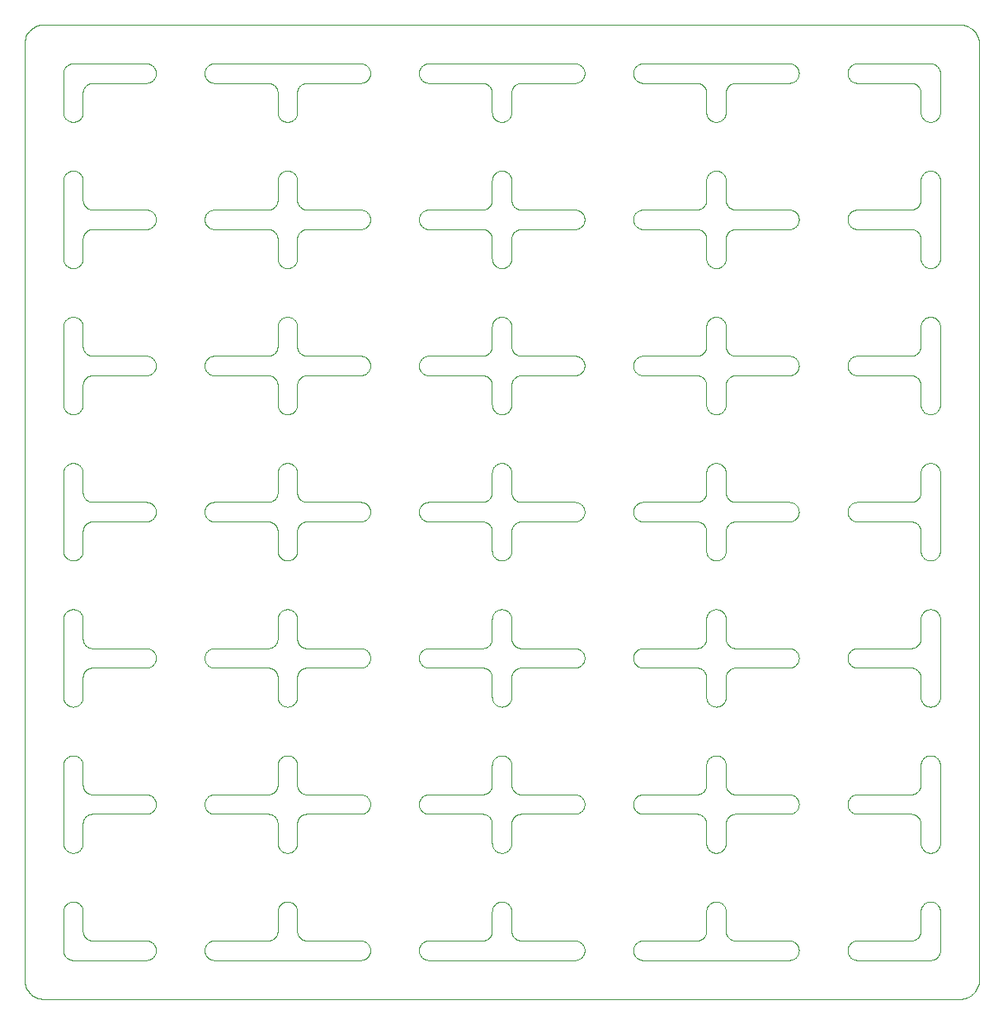
<source format=gbr>
%TF.GenerationSoftware,KiCad,Pcbnew,8.0.1-unknown-202403172319~81f55dfc9c~ubuntu22.04.1*%
%TF.CreationDate,2024-06-24T09:34:37+01:00*%
%TF.ProjectId,PANEL_DRY_ELECTRODES,50414e45-4c5f-4445-9259-5f454c454354,1.0*%
%TF.SameCoordinates,Original*%
%TF.FileFunction,Profile,NP*%
%FSLAX46Y46*%
G04 Gerber Fmt 4.6, Leading zero omitted, Abs format (unit mm)*
G04 Created by KiCad (PCBNEW 8.0.1-unknown-202403172319~81f55dfc9c~ubuntu22.04.1) date 2024-06-24 09:34:37*
%MOMM*%
%LPD*%
G01*
G04 APERTURE LIST*
%TA.AperFunction,Profile*%
%ADD10C,0.100000*%
%TD*%
G04 APERTURE END LIST*
D10*
X84759048Y-4328440D02*
X84792892Y-4292892D01*
X5595700Y-84803207D02*
X5555571Y-84831469D01*
X57357728Y-19485896D02*
X57381921Y-19528602D01*
X49049068Y-60001204D02*
X49098018Y-60004815D01*
X69933052Y-33359069D02*
X69941849Y-33335317D01*
X27740952Y-15328440D02*
X27773011Y-15365606D01*
X91880212Y-63474073D02*
X91891939Y-63451622D01*
X5903990Y-84427555D02*
X5881922Y-84471397D01*
X47262833Y-93964592D02*
X47287184Y-93957624D01*
X28086332Y-6594132D02*
X28076343Y-6617408D01*
X18944430Y-20831469D02*
X18904301Y-20803207D01*
X4950932Y-30001204D02*
X5000000Y-30000000D01*
X4058456Y-90663109D02*
X4076121Y-90617315D01*
X6571118Y-78903093D02*
X6594133Y-78913668D01*
X47957625Y-81712816D02*
X47950042Y-81688649D01*
X69518046Y-51144929D02*
X69496219Y-51132080D01*
X13303208Y-19404300D02*
X13331470Y-19444429D01*
X4853269Y-84989176D02*
X4804909Y-84980785D01*
X70950931Y-60001204D02*
X70999999Y-60000000D01*
X50035407Y-21737167D02*
X50029059Y-21761687D01*
X92001204Y-69049068D02*
X92000000Y-69000000D01*
X5146732Y-45010823D02*
X5195092Y-45019214D01*
X28249735Y-51339227D02*
X28233237Y-51358445D01*
X71989176Y-75853268D02*
X71995184Y-75901981D01*
X92000000Y-62993666D02*
X92000000Y-60999999D01*
X41117316Y-5923879D02*
X41072445Y-5903989D01*
X93831469Y-24555570D02*
X93803207Y-24595699D01*
X25970941Y-51761687D02*
X25964593Y-51737167D01*
X6217230Y-48621924D02*
X6233237Y-48641554D01*
X69827734Y-51439309D02*
X69813265Y-51418520D01*
X84668530Y-5555570D02*
X84642271Y-5514103D01*
X28013767Y-81836102D02*
X28009932Y-81861139D01*
X91933052Y-78359069D02*
X91941849Y-78335317D01*
X47750266Y-66339227D02*
X47733286Y-66320433D01*
X72398105Y-48798273D02*
X72418520Y-48813265D01*
X25679567Y-36266714D02*
X25660773Y-36249734D01*
X50042375Y-21712816D02*
X50035407Y-21737167D01*
X69813265Y-6418520D02*
X69798273Y-6398105D01*
X93242980Y-9970031D02*
X93195091Y-9980785D01*
X71634393Y-75226989D02*
X71671559Y-75259048D01*
X4853269Y-90010823D02*
X4901982Y-90004815D01*
X12971398Y-35881921D02*
X12927556Y-35903989D01*
X47037985Y-21000962D02*
X47006332Y-21000160D01*
X13095700Y-50803207D02*
X13055571Y-50831469D01*
X91138860Y-36009931D02*
X91113735Y-36006731D01*
X47999038Y-51962015D02*
X47997755Y-51936719D01*
X48572445Y-84903989D02*
X48528603Y-84881921D01*
X48096011Y-75572444D02*
X48118079Y-75528602D01*
X63257019Y-65970031D02*
X63209714Y-65956940D01*
X93000000Y-96000000D02*
X85499999Y-96000000D01*
X85117315Y-94076120D02*
X85163109Y-94058455D01*
X28086332Y-51594132D02*
X28076343Y-51617408D01*
X91311350Y-36049958D02*
X91287183Y-36042375D01*
X25697925Y-93715834D02*
X25715835Y-93697924D01*
X50761687Y-66029059D02*
X50737167Y-66035407D01*
X27989177Y-9146731D02*
X27980786Y-9195091D01*
X69981764Y-51811171D02*
X69976666Y-51786361D01*
X49555570Y-75168530D02*
X49595699Y-75196792D01*
X91581479Y-66186734D02*
X91560690Y-66172265D01*
X12742981Y-34029968D02*
X12790286Y-34043059D01*
X48000000Y-30999999D02*
X48001205Y-30950931D01*
X50761687Y-21029059D02*
X50737167Y-21035407D01*
X96208173Y-99988568D02*
X96378041Y-99963371D01*
X91335317Y-33941849D02*
X91359069Y-33933052D01*
X50571117Y-21096906D02*
X50548377Y-21108060D01*
X27773011Y-54634393D02*
X27740952Y-54671559D01*
X13055571Y-35831469D02*
X13014104Y-35857728D01*
X69213638Y-51023333D02*
X69188828Y-51018235D01*
X6042376Y-81712816D02*
X6035408Y-81737167D01*
X97916862Y-1431335D02*
X97913592Y-1419518D01*
X28049959Y-66688649D02*
X28042376Y-66712816D01*
X70001204Y-75950931D02*
X70004815Y-75901981D01*
X25405868Y-36086331D02*
X25382592Y-36076342D01*
X5831470Y-45444429D02*
X5857729Y-45485896D01*
X28086332Y-78405867D02*
X28096907Y-78428882D01*
X25451623Y-48891939D02*
X25474074Y-48880212D01*
X6594133Y-33913668D02*
X6617409Y-33923657D01*
X91867919Y-21503780D02*
X91855070Y-21481953D01*
X18696793Y-95595699D02*
X18668531Y-95555570D01*
X93382684Y-45076120D02*
X93427555Y-45096010D01*
X13441545Y-20336890D02*
X13423880Y-20382684D01*
X6339228Y-48750265D02*
X6358446Y-48766763D01*
X13273011Y-95634393D02*
X13240952Y-95671559D01*
X72000000Y-47993666D02*
X72000160Y-48006331D01*
X18792893Y-65707107D02*
X18759049Y-65671559D01*
X13134394Y-35773010D02*
X13095700Y-35803207D01*
X48709715Y-90043059D02*
X48757020Y-90029968D01*
X49831469Y-15444429D02*
X49857728Y-15485896D01*
X47999038Y-78037984D02*
X47999840Y-78006331D01*
X72132079Y-51503780D02*
X72119787Y-51525926D01*
X5098019Y-54995184D02*
X5049069Y-54998795D01*
X72525926Y-66119787D02*
X72503780Y-66132079D01*
X13456941Y-49709714D02*
X13470032Y-49757019D01*
X79095699Y-94196792D02*
X79134393Y-94226989D01*
X5555571Y-54831469D02*
X5514104Y-54857728D01*
X12646732Y-65989176D02*
X12598019Y-65995184D01*
X4076121Y-9382684D02*
X4058456Y-9336890D01*
X91923657Y-51617408D02*
X91913668Y-51594132D01*
X93555570Y-69831469D02*
X93514103Y-69857728D01*
X35134394Y-5773010D02*
X35095700Y-5803207D01*
X72836102Y-48986233D02*
X72861139Y-48990068D01*
X49471397Y-75118078D02*
X49514103Y-75142271D01*
X26142272Y-90485896D02*
X26168531Y-90444429D01*
X92617315Y-30076120D02*
X92663109Y-30058455D01*
X41401982Y-95995184D02*
X41353269Y-95989176D01*
X93980785Y-4804908D02*
X93989176Y-4853268D01*
X84904300Y-65803207D02*
X84865606Y-65773010D01*
X26901982Y-9995184D02*
X26853269Y-9989176D01*
X27555571Y-15168530D02*
X27595700Y-15196792D01*
X28000001Y-17993666D02*
X28000161Y-18006331D01*
X91428882Y-51096906D02*
X91405867Y-51086331D01*
X57403989Y-64572444D02*
X57423879Y-64617315D01*
X50172265Y-48560690D02*
X50186734Y-48581479D01*
X48058456Y-30663109D02*
X48076121Y-30617315D01*
X40726990Y-49365606D02*
X40759049Y-49328440D01*
X25451623Y-93891939D02*
X25474074Y-93880212D01*
X92043059Y-54290285D02*
X92029968Y-54242980D01*
X5000000Y-70000000D02*
X4950932Y-69998795D01*
X4663110Y-45058455D02*
X4709715Y-45043059D01*
X28786362Y-18976666D02*
X28811172Y-18981764D01*
X70000000Y-75999999D02*
X70001204Y-75950931D01*
X70058455Y-60663109D02*
X70076120Y-60617315D01*
X71427555Y-90096010D02*
X71471397Y-90118078D01*
X69923657Y-81617408D02*
X69913668Y-81594132D01*
X6000963Y-48037984D02*
X6002246Y-48063280D01*
X56882684Y-65923879D02*
X56836890Y-65941544D01*
X25999038Y-18037984D02*
X25999840Y-18006331D01*
X26076121Y-39382684D02*
X26058456Y-39336890D01*
X92485896Y-9857728D02*
X92444429Y-9831469D01*
X92142271Y-15485896D02*
X92168530Y-15444429D01*
X28284166Y-6302075D02*
X28266715Y-6320433D01*
X47750266Y-93660772D02*
X47766764Y-93641554D01*
X57489176Y-4853268D02*
X57495184Y-4901981D01*
X91518046Y-18855070D02*
X91539541Y-18841672D01*
X25986234Y-21836102D02*
X25981765Y-21811171D01*
X72096906Y-66571117D02*
X72086331Y-66594132D01*
X47782771Y-48621924D02*
X47798274Y-48601894D01*
X27000000Y-10000000D02*
X26950932Y-9998795D01*
X25287184Y-63957624D02*
X25311351Y-63950041D01*
X49998795Y-84049068D02*
X49995184Y-84098018D01*
X35207108Y-35707107D02*
X35171560Y-35740951D01*
X50378075Y-63782770D02*
X50398105Y-63798273D01*
X34598019Y-19004815D02*
X34646732Y-19010823D01*
X72712816Y-66042375D02*
X72688649Y-66049958D01*
X91855070Y-81481953D02*
X91841672Y-81460458D01*
X27382685Y-90076120D02*
X27427556Y-90096010D01*
X92528602Y-9881921D02*
X92485896Y-9857728D01*
X92000000Y-75999999D02*
X92001204Y-75950931D01*
X47941850Y-6664682D02*
X47933053Y-6640930D01*
X40501205Y-65049068D02*
X40500000Y-65000000D01*
X18726990Y-35634393D02*
X18696793Y-35595699D01*
X92663109Y-24941544D02*
X92617315Y-24923879D01*
X28108061Y-63451622D02*
X28119788Y-63474073D01*
X25213639Y-6023333D02*
X25188829Y-6018235D01*
X49803207Y-45404300D02*
X49831469Y-45444429D01*
X50640930Y-36066947D02*
X50617408Y-36076342D01*
X50009931Y-51861139D02*
X50006731Y-51886264D01*
X50525926Y-33880212D02*
X50548377Y-33891939D01*
X69766763Y-51358445D02*
X69750265Y-51339227D01*
X47428883Y-48903093D02*
X47451623Y-48891939D01*
X62529968Y-80242980D02*
X62519214Y-80195091D01*
X35381922Y-64528602D02*
X35403990Y-64572444D01*
X48709715Y-75043059D02*
X48757020Y-75029968D01*
X6460459Y-93841672D02*
X6481954Y-93855070D01*
X889027Y-99662688D02*
X899386Y-99669248D01*
X78836890Y-64058455D02*
X78882684Y-64076120D01*
X26043060Y-24290285D02*
X26029969Y-24242980D01*
X70853268Y-45010823D02*
X70901981Y-45004815D01*
X93803207Y-90404300D02*
X93831469Y-90444429D01*
X50761687Y-78970940D02*
X50786360Y-78976666D01*
X69964592Y-33262832D02*
X69970940Y-33238312D01*
X26029969Y-15757019D02*
X26043060Y-15709714D01*
X91995831Y-66911463D02*
X91993268Y-66886264D01*
X47891940Y-66548377D02*
X47880213Y-66525926D01*
X6108061Y-6548377D02*
X6096907Y-6571117D01*
X38725Y-1609878D02*
X36629Y-1621958D01*
X6004169Y-51911463D02*
X6002246Y-51936719D01*
X72284165Y-78697924D02*
X72302075Y-78715834D01*
X56500000Y-4000000D02*
X56549068Y-4001204D01*
X25913669Y-63405867D02*
X25923658Y-63382591D01*
X62529968Y-35242980D02*
X62519214Y-35195091D01*
X6525927Y-33880212D02*
X6548378Y-33891939D01*
X12836891Y-95941544D02*
X12790286Y-95956940D01*
X19257020Y-20970031D02*
X19209715Y-20956940D01*
X78790285Y-5956940D02*
X78742980Y-5970031D01*
X28058151Y-33335317D02*
X28066948Y-33359069D01*
X69970940Y-48238312D02*
X69976666Y-48213639D01*
X78646731Y-65989176D02*
X78598018Y-65995184D01*
X40668531Y-5555570D02*
X40642272Y-5514103D01*
X56882684Y-5923879D02*
X56836890Y-5941544D01*
X47262833Y-63964592D02*
X47287184Y-63957624D01*
X25995832Y-33088536D02*
X25997755Y-33063280D01*
X28249735Y-66339227D02*
X28233237Y-66358445D01*
X69581479Y-48813265D02*
X69601894Y-48798273D01*
X92853268Y-9989176D02*
X92804908Y-9980785D01*
X93923879Y-69382684D02*
X93903989Y-69427555D01*
X48709715Y-54956940D02*
X48663110Y-54941544D01*
X85072444Y-5903989D02*
X85028602Y-5881921D01*
X28132081Y-93496219D02*
X28144930Y-93518046D01*
X19117316Y-95923879D02*
X19072445Y-95903989D01*
X4196793Y-95595699D02*
X4168531Y-95555570D01*
X47990069Y-66861139D02*
X47986234Y-66836102D01*
X25138861Y-48990068D02*
X25163898Y-48986233D01*
X93740951Y-60328440D02*
X93773010Y-60365606D01*
X92853268Y-45010823D02*
X92901981Y-45004815D01*
X28339228Y-18750265D02*
X28358446Y-18766763D01*
X50481953Y-33855070D02*
X50503780Y-33867919D01*
X50006731Y-81886264D02*
X50004168Y-81911463D01*
X72439309Y-18827734D02*
X72460458Y-18841672D01*
X6358446Y-18766763D02*
X6378076Y-18782770D01*
X71707107Y-60292892D02*
X71740951Y-60328440D01*
X4328441Y-90259048D02*
X4365607Y-90226989D01*
X6000000Y-54000000D02*
X5998796Y-54049068D01*
X84543059Y-65290285D02*
X84529968Y-65242980D01*
X69428882Y-33903093D02*
X69451622Y-33891939D01*
X50688649Y-93950041D02*
X50712816Y-93957624D01*
X13357729Y-94485896D02*
X13381922Y-94528602D01*
X62668530Y-4444429D02*
X62696792Y-4404300D01*
X4029969Y-69242980D02*
X4019215Y-69195091D01*
X27998796Y-54049068D02*
X27995185Y-54098018D01*
X50398105Y-6201726D02*
X50378075Y-6217229D01*
X5803208Y-75404300D02*
X5831470Y-75444429D01*
X27740952Y-24671559D02*
X27707108Y-24707107D01*
X92226989Y-60365606D02*
X92259048Y-60328440D01*
X93903989Y-90572444D02*
X93923879Y-90617315D01*
X50158327Y-48539541D02*
X50172265Y-48560690D01*
X70528602Y-75118078D02*
X70572444Y-75096010D01*
X35403990Y-34572444D02*
X35423880Y-34617315D01*
X49290285Y-24956940D02*
X49242980Y-24970031D01*
X1987743Y-99999397D02*
X2012273Y-99999999D01*
X72035407Y-18262832D02*
X72042375Y-18287183D01*
X62792892Y-20707107D02*
X62759048Y-20671559D01*
X49998795Y-24049068D02*
X49995184Y-24098018D01*
X72172265Y-81439309D02*
X72158327Y-81460458D01*
X72035407Y-6737167D02*
X72029059Y-6761687D01*
X48029969Y-75757019D02*
X48043060Y-75709714D01*
X5049069Y-45001204D02*
X5098019Y-45004815D01*
X69995831Y-78088536D02*
X69997754Y-78063280D01*
X50302075Y-21284165D02*
X50284165Y-21302075D01*
X5831470Y-75444429D02*
X5857729Y-75485896D01*
X35207108Y-94292892D02*
X35240952Y-94328440D01*
X28000000Y-52006333D02*
X28000000Y-54000000D01*
X62510823Y-94853268D02*
X62519214Y-94804908D01*
X47621925Y-18782770D02*
X47641555Y-18766763D01*
X50836102Y-63986233D02*
X50861139Y-63990068D01*
X18504816Y-34901981D02*
X18510824Y-34853268D01*
X69997754Y-21936719D02*
X69995831Y-21911463D01*
X26043060Y-45709714D02*
X26058456Y-45663109D01*
X57303207Y-20595699D02*
X57273010Y-20634393D01*
X72439309Y-36172265D02*
X72418520Y-36186734D01*
X48757020Y-84970031D02*
X48709715Y-84956940D01*
X25798274Y-63601894D02*
X25813266Y-63581479D01*
X72481953Y-78855070D02*
X72503780Y-78867919D01*
X28249735Y-21339227D02*
X28233237Y-21358445D01*
X71707107Y-54707107D02*
X71671559Y-54740951D01*
X91950041Y-18311350D02*
X91957624Y-18287183D01*
X6096907Y-18428882D02*
X6108061Y-18451622D01*
X92404300Y-54803207D02*
X92365606Y-54773010D01*
X70999999Y-40000000D02*
X70950931Y-39998795D01*
X19450932Y-95998795D02*
X19401982Y-95995184D01*
X91262832Y-48964592D02*
X91287183Y-48957624D01*
X35456941Y-64709714D02*
X35470032Y-64757019D01*
X6302076Y-48715834D02*
X6320434Y-48733285D01*
X34882685Y-64076120D02*
X34927556Y-64096010D01*
X50201726Y-6398105D02*
X50186734Y-6418520D01*
X69766763Y-6358445D02*
X69750265Y-6339227D01*
X49595699Y-9803207D02*
X49555570Y-9831469D01*
X6076343Y-66617408D02*
X6066948Y-66640930D01*
X28503781Y-51132080D02*
X28481954Y-51144929D01*
X47970941Y-93238312D02*
X47976667Y-93213639D01*
X79055570Y-79168530D02*
X79095699Y-79196792D01*
X91496219Y-66132079D02*
X91474073Y-66119787D01*
X6000001Y-62993666D02*
X6000161Y-63006331D01*
X69997754Y-18063280D02*
X69999037Y-18037984D01*
X28378076Y-81217229D02*
X28358446Y-81233236D01*
X71970031Y-75757019D02*
X71980785Y-75804908D01*
X12836891Y-19058455D02*
X12882685Y-19076120D01*
X28911464Y-81004168D02*
X28886265Y-81006731D01*
X71903989Y-60572444D02*
X71923879Y-60617315D01*
X93382684Y-4076120D02*
X93427555Y-4096010D01*
X92010823Y-90853268D02*
X92019214Y-90804908D01*
X35240952Y-79328440D02*
X35273011Y-79365606D01*
X4043060Y-69290285D02*
X4029969Y-69242980D01*
X69163897Y-33986233D02*
X69188828Y-33981764D01*
X50172265Y-21439309D02*
X50158327Y-21460458D01*
X91335317Y-48941849D02*
X91359069Y-48933052D01*
X5595700Y-75196792D02*
X5634394Y-75226989D01*
X69006331Y-66000160D02*
X68993666Y-66000000D01*
X5980786Y-84195091D02*
X5970032Y-84242980D01*
X78882684Y-34076120D02*
X78927555Y-34096010D01*
X72525926Y-63880212D02*
X72548377Y-63891939D01*
X6002246Y-63063280D02*
X6004169Y-63088536D01*
X6378076Y-36217229D02*
X6358446Y-36233236D01*
X48043060Y-90709714D02*
X48058456Y-90663109D01*
X91999037Y-51962015D02*
X91997754Y-51936719D01*
X25964593Y-78262832D02*
X25970941Y-78238312D01*
X26096011Y-90572444D02*
X26118079Y-90528602D01*
X6571118Y-66096906D02*
X6548378Y-66108060D01*
X78927555Y-79096010D02*
X78971397Y-79118078D01*
X71000000Y-90000000D02*
X71049068Y-90001204D01*
X69382591Y-78923657D02*
X69405867Y-78913668D01*
X70365606Y-54773010D02*
X70328440Y-54740951D01*
X6786362Y-78976666D02*
X6811172Y-78981764D01*
X50004168Y-81911463D02*
X50002245Y-81936719D01*
X50000160Y-6993668D02*
X50000000Y-7006333D01*
X92853268Y-24989176D02*
X92804908Y-24980785D01*
X93427555Y-60096010D02*
X93471397Y-60118078D01*
X12882685Y-35923879D02*
X12836891Y-35941544D01*
X63163109Y-50941544D02*
X63117315Y-50923879D01*
X62985896Y-5857728D02*
X62944429Y-5831469D01*
X72712816Y-33957624D02*
X72737167Y-33964592D01*
X78646731Y-80989176D02*
X78598018Y-80995184D01*
X69990068Y-78138860D02*
X69993268Y-78113735D01*
X13014104Y-94142271D02*
X13055571Y-94168530D01*
X28004169Y-6911463D02*
X28002246Y-6936719D01*
X69037984Y-63999037D02*
X69063280Y-63997754D01*
X69999037Y-6962015D02*
X69997754Y-6936719D01*
X28000963Y-21962015D02*
X28000161Y-21993668D01*
X47335318Y-63941849D02*
X47359070Y-63933052D01*
X6284166Y-36302075D02*
X6266715Y-36320433D01*
X6339228Y-78750265D02*
X6358446Y-78766763D01*
X91990068Y-66861139D02*
X91986233Y-66836102D01*
X57171559Y-95740951D02*
X57134393Y-95773010D01*
X18792893Y-20707107D02*
X18759049Y-20671559D01*
X26617316Y-69923879D02*
X26572445Y-69903989D01*
X92365606Y-24773010D02*
X92328440Y-24740951D01*
X34971398Y-49118078D02*
X35014104Y-49142271D01*
X49634393Y-75226989D02*
X49671559Y-75259048D01*
X71903989Y-15572444D02*
X71923879Y-15617315D01*
X71514103Y-39857728D02*
X71471397Y-39881921D01*
X69964592Y-63262832D02*
X69970940Y-63238312D01*
X91621924Y-48782770D02*
X91641554Y-48766763D01*
X12790286Y-80956940D02*
X12742981Y-80970031D01*
X72000000Y-52006333D02*
X72000000Y-54000000D01*
X92444429Y-45168530D02*
X92485896Y-45142271D01*
X26000000Y-37006333D02*
X25999840Y-36993668D01*
X70029968Y-54242980D02*
X70019214Y-54195091D01*
X78500000Y-51000000D02*
X73006333Y-51000000D01*
X27998796Y-39049068D02*
X27995185Y-39098018D01*
X72836102Y-78986233D02*
X72861139Y-78990068D01*
X25993269Y-6886264D02*
X25990069Y-6861139D01*
X93857728Y-39514103D02*
X93831469Y-39555570D01*
X47088537Y-21004168D02*
X47063281Y-21002245D01*
X69581479Y-63813265D02*
X69601894Y-63798273D01*
X27980786Y-69195091D02*
X27970032Y-69242980D01*
X63450931Y-4001204D02*
X63499999Y-4000000D01*
X41028603Y-80881921D02*
X40985897Y-80857728D01*
X18696793Y-35595699D02*
X18668531Y-35555570D01*
X71970031Y-9242980D02*
X71956940Y-9290285D01*
X40792893Y-80707107D02*
X40759049Y-80671559D01*
X71998795Y-24049068D02*
X71995184Y-24098018D01*
X84529968Y-64757019D02*
X84543059Y-64709714D01*
X5903990Y-15572444D02*
X5923880Y-15617315D01*
X5923880Y-69382684D02*
X5903990Y-69427555D01*
X28284166Y-78697924D02*
X28302076Y-78715834D01*
X49995184Y-60901981D02*
X49998795Y-60950931D01*
X78927555Y-19096010D02*
X78971397Y-19118078D01*
X5773011Y-9634393D02*
X5740952Y-9671559D01*
X50688649Y-66049958D02*
X50664682Y-66058150D01*
X71970031Y-24242980D02*
X71956940Y-24290285D01*
X19117316Y-19076120D02*
X19163110Y-19058455D01*
X50006731Y-51886264D02*
X50004168Y-51911463D01*
X93923879Y-45617315D02*
X93941544Y-45663109D01*
X4196793Y-15404300D02*
X4226990Y-15365606D01*
X26259049Y-84671559D02*
X26226990Y-84634393D01*
X28811172Y-6018235D02*
X28786362Y-6023333D01*
X71290285Y-24956940D02*
X71242980Y-24970031D01*
X69970940Y-21761687D02*
X69964592Y-21737167D01*
X91428882Y-93903093D02*
X91451622Y-93891939D01*
X92853268Y-84989176D02*
X92804908Y-84980785D01*
X4853269Y-45010823D02*
X4901982Y-45004815D01*
X63257019Y-79029968D02*
X63304908Y-79019214D01*
X13014104Y-19142271D02*
X13055571Y-19168530D01*
X47950042Y-78311350D02*
X47957625Y-78287183D01*
X49634393Y-39773010D02*
X49595699Y-39803207D01*
X12549069Y-79001204D02*
X12598019Y-79004815D01*
X56927555Y-20903989D02*
X56882684Y-20923879D01*
X13055571Y-4168530D02*
X13095700Y-4196792D01*
X91006331Y-63999839D02*
X91037984Y-63999037D01*
X62576120Y-65382684D02*
X62558455Y-65336890D01*
X84759048Y-95671559D02*
X84726989Y-95634393D01*
X70804908Y-69980785D02*
X70757019Y-69970031D01*
X6000001Y-17993666D02*
X6000161Y-18006331D01*
X91997754Y-63063280D02*
X91999037Y-63037984D01*
X50086331Y-48405867D02*
X50096906Y-48428882D01*
X49857728Y-54514103D02*
X49831469Y-54555570D01*
X25138861Y-93990068D02*
X25163898Y-93986233D01*
X71427555Y-75096010D02*
X71471397Y-75118078D01*
X92226989Y-75365606D02*
X92259048Y-75328440D01*
X69950041Y-21688649D02*
X69941849Y-21664682D01*
X5803208Y-15404300D02*
X5831470Y-15444429D01*
X26000000Y-7006333D02*
X25999840Y-6993668D01*
X6266715Y-81320433D02*
X6249735Y-81339227D01*
X48000000Y-24000000D02*
X48000000Y-22006333D01*
X49970031Y-69242980D02*
X49956940Y-69290285D01*
X46993667Y-33999999D02*
X47006332Y-33999839D01*
X47999840Y-51993668D02*
X47999038Y-51962015D01*
X79489176Y-95146731D02*
X79480785Y-95195091D01*
X79095699Y-80803207D02*
X79055570Y-80831469D01*
X57207107Y-35707107D02*
X57171559Y-35740951D01*
X25995832Y-48088536D02*
X25997755Y-48063280D01*
X28086332Y-18405867D02*
X28096907Y-18428882D01*
X84985896Y-49142271D02*
X85028602Y-49118078D01*
X71970031Y-69242980D02*
X71956940Y-69290285D01*
X25496220Y-6132079D02*
X25474074Y-6119787D01*
X91287183Y-48957624D02*
X91311350Y-48950041D01*
X69660772Y-51249734D02*
X69641554Y-51233236D01*
X6688650Y-63950041D02*
X6712817Y-63957624D01*
X85450931Y-49001204D02*
X85499999Y-49000000D01*
X47359070Y-6066947D02*
X47335318Y-6058150D01*
X70259048Y-39671559D02*
X70226989Y-39634393D01*
X40558456Y-50336890D02*
X40543060Y-50290285D01*
X48292893Y-45292892D02*
X48328441Y-45259048D01*
X28737168Y-78964592D02*
X28761688Y-78970940D01*
X47993269Y-21886264D02*
X47990069Y-21861139D01*
X91697924Y-66284165D02*
X91679566Y-66266714D01*
X93555570Y-39831469D02*
X93514103Y-39857728D01*
X49995184Y-90901981D02*
X49998795Y-90950931D01*
X6836103Y-21013766D02*
X6811172Y-21018235D01*
X19304909Y-95980785D02*
X19257020Y-95970031D01*
X72836102Y-6013766D02*
X72811171Y-6018235D01*
X4950932Y-9998795D02*
X4901982Y-9995184D01*
X50066947Y-18359069D02*
X50076342Y-18382591D01*
X25037985Y-81000962D02*
X25006332Y-81000160D01*
X47359070Y-93933052D02*
X47382592Y-93923657D01*
X28548378Y-93891939D02*
X28571118Y-93903093D01*
X57303207Y-94404300D02*
X57331469Y-94444429D01*
X69957624Y-21712816D02*
X69950041Y-21688649D01*
X71941544Y-60663109D02*
X71956940Y-60709714D01*
X79357728Y-34485896D02*
X79381921Y-34528602D01*
X27903990Y-54427555D02*
X27881922Y-54471397D01*
X91981764Y-51811171D02*
X91976666Y-51786361D01*
X27098019Y-30004815D02*
X27146732Y-30010823D01*
X899386Y-99669248D02*
X1046681Y-99757533D01*
X40759049Y-49328440D02*
X40792893Y-49292892D01*
X47950042Y-81688649D02*
X47941850Y-81664682D01*
X49336890Y-69941544D02*
X49290285Y-69956940D01*
X6172266Y-33560690D02*
X6186735Y-33581479D01*
X69813265Y-18581479D02*
X69827734Y-18560690D01*
X40642272Y-19485896D02*
X40668531Y-19444429D01*
X25880213Y-51525926D02*
X25867921Y-51503780D01*
X56646731Y-20989176D02*
X56598018Y-20995184D01*
X47037985Y-81000962D02*
X47006332Y-81000160D01*
X26058456Y-75663109D02*
X26076121Y-75617315D01*
X71514103Y-24857728D02*
X71471397Y-24881921D01*
X28811172Y-78981764D02*
X28836103Y-78986233D01*
X25163898Y-51013766D02*
X25138861Y-51009931D01*
X91311350Y-66049958D02*
X91287183Y-66042375D01*
X69750265Y-33660772D02*
X69766763Y-33641554D01*
X91560690Y-21172265D02*
X91539541Y-21158327D01*
X50066947Y-63359069D02*
X50076342Y-63382591D01*
X27514104Y-45142271D02*
X27555571Y-45168530D01*
X92019214Y-15804908D02*
X92029968Y-15757019D01*
X97655628Y-879002D02*
X97553331Y-741070D01*
X25766764Y-63641554D02*
X25782771Y-63621924D01*
X26757020Y-24970031D02*
X26709715Y-24956940D01*
X4076121Y-30617315D02*
X4096011Y-30572444D01*
X91335317Y-81058150D02*
X91311350Y-81049958D01*
X6358446Y-63766763D02*
X6378076Y-63782770D01*
X5857729Y-9514103D02*
X5831470Y-9555570D01*
X91750265Y-81339227D02*
X91733285Y-81320433D01*
X57470031Y-20242980D02*
X57456940Y-20290285D01*
X63163109Y-95941544D02*
X63117315Y-95923879D01*
X47923658Y-93382591D02*
X47933053Y-93359069D01*
X93555570Y-54831469D02*
X93514103Y-54857728D01*
X26118079Y-39471397D02*
X26096011Y-39427555D01*
X85072444Y-50903989D02*
X85028602Y-50881921D01*
X48000000Y-47993666D02*
X48000000Y-45999999D01*
X69037984Y-18999037D02*
X69063280Y-18997754D01*
X72076342Y-51617408D02*
X72066947Y-51640930D01*
X4259049Y-39671559D02*
X4226990Y-39634393D01*
X72358445Y-81233236D02*
X72339227Y-81249734D01*
X48019215Y-90804908D02*
X48029969Y-90757019D01*
X69621924Y-48782770D02*
X69641554Y-48766763D01*
X57480785Y-80195091D02*
X57470031Y-80242980D01*
X28664683Y-21058150D02*
X28640931Y-21066947D01*
X91986233Y-78163897D02*
X91990068Y-78138860D01*
X57470031Y-50242980D02*
X57456940Y-50290285D01*
X92196792Y-15404300D02*
X92226989Y-15365606D01*
X34971398Y-94118078D02*
X35014104Y-94142271D01*
X6029060Y-81761687D02*
X6023334Y-81786360D01*
X28004169Y-51911463D02*
X28002246Y-51936719D01*
X79500000Y-20000000D02*
X79498795Y-20049068D01*
X50439309Y-51172265D02*
X50418520Y-51186734D01*
X25088537Y-93995831D02*
X25113736Y-93993268D01*
X18904301Y-34196792D02*
X18944430Y-34168530D01*
X28000963Y-33037984D02*
X28002246Y-33063280D01*
X71290285Y-60043059D02*
X71336890Y-60058455D01*
X79134393Y-94226989D02*
X79171559Y-94259048D01*
X27595700Y-60196792D02*
X27634394Y-60226989D01*
X91451622Y-48891939D02*
X91474073Y-48880212D01*
X34549069Y-50998795D02*
X34500001Y-51000000D01*
X49740951Y-84671559D02*
X49707107Y-84707107D01*
X69539541Y-6158327D02*
X69518046Y-6144929D01*
X47999038Y-36962015D02*
X47997755Y-36936719D01*
X93903989Y-45572444D02*
X93923879Y-45617315D01*
X49941544Y-45663109D02*
X49956940Y-45709714D01*
X92168530Y-69555570D02*
X92142271Y-69514103D01*
X35095700Y-80803207D02*
X35055571Y-80831469D01*
X5707108Y-15292892D02*
X5740952Y-15328440D01*
X72640930Y-81066947D02*
X72617408Y-81076342D01*
X71514103Y-75142271D02*
X71555570Y-75168530D01*
X13381922Y-5471397D02*
X13357729Y-5514103D01*
X35207108Y-80707107D02*
X35171560Y-80740951D01*
X57240951Y-50671559D02*
X57207107Y-50707107D01*
X93970031Y-30757019D02*
X93980785Y-30804908D01*
X91766763Y-18641554D02*
X91782770Y-18621924D01*
X69933052Y-63359069D02*
X69941849Y-63335317D01*
X50811171Y-63981764D02*
X50836102Y-63986233D01*
X79423879Y-35382684D02*
X79403989Y-35427555D01*
X56742980Y-80970031D02*
X56695091Y-80980785D01*
X50811171Y-36018235D02*
X50786361Y-36023333D01*
X27336891Y-60058455D02*
X27382685Y-60076120D01*
X6186735Y-21418520D02*
X6172266Y-21439309D01*
X28119788Y-33474073D02*
X28132080Y-33496219D01*
X47981765Y-33188828D02*
X47986234Y-33163897D01*
X72664682Y-78941849D02*
X72688649Y-78950041D01*
X50132079Y-66503780D02*
X50119787Y-66525926D01*
X69880212Y-51525926D02*
X69867920Y-51503780D01*
X13357729Y-79485896D02*
X13381922Y-79528602D01*
X48404301Y-39803207D02*
X48365607Y-39773010D01*
X40792893Y-4292892D02*
X40828441Y-4259048D01*
X56742980Y-94029968D02*
X56790285Y-94043059D01*
X26118079Y-54471397D02*
X26096011Y-54427555D01*
X34598019Y-79004815D02*
X34646732Y-79010823D01*
X49595699Y-54803207D02*
X49555570Y-54831469D01*
X47999840Y-36993668D02*
X47999038Y-36962015D01*
X69995831Y-6911463D02*
X69993268Y-6886264D01*
X92096010Y-30572444D02*
X92118078Y-30528602D01*
X92572444Y-84903989D02*
X92528602Y-84881921D01*
X70709714Y-54956940D02*
X70663109Y-54941544D01*
X28233237Y-48641554D02*
X28249735Y-48660772D01*
X28186735Y-51418520D02*
X28172266Y-51439309D01*
X62529968Y-79757019D02*
X62543059Y-79709714D01*
X25964593Y-93262832D02*
X25970941Y-93238312D01*
X5803208Y-45404300D02*
X5831470Y-45444429D01*
X26000000Y-92993666D02*
X26000000Y-90999999D01*
X1407876Y-99909746D02*
X1419519Y-99913592D01*
X84596010Y-79572444D02*
X84618078Y-79528602D01*
X50786361Y-18976666D02*
X50811171Y-18981764D01*
X25913669Y-51594132D02*
X25903094Y-51571117D01*
X41304909Y-65980785D02*
X41257020Y-65970031D01*
X47999038Y-18037984D02*
X47999840Y-18006331D01*
X18904301Y-95803207D02*
X18865607Y-95773010D01*
X28172266Y-63560690D02*
X28186735Y-63581479D01*
X97110973Y-337311D02*
X97100614Y-330751D01*
X26259049Y-54671559D02*
X26226990Y-54634393D01*
X72761687Y-78970940D02*
X72786360Y-78976666D01*
X47518047Y-63855070D02*
X47539542Y-63841672D01*
X47995832Y-36911463D02*
X47993269Y-36886264D01*
X93903989Y-9427555D02*
X93881921Y-9471397D01*
X18543060Y-80290285D02*
X18529969Y-80242980D01*
X69335317Y-21058150D02*
X69311350Y-21049958D01*
X91359069Y-78933052D02*
X91382591Y-78923657D01*
X91262832Y-36035407D02*
X91238312Y-36029059D01*
X70168530Y-45444429D02*
X70196792Y-45404300D01*
X26328441Y-60259048D02*
X26365607Y-60226989D01*
X48572445Y-69903989D02*
X48528603Y-69881921D01*
X62596010Y-19572444D02*
X62618078Y-19528602D01*
X69913668Y-48405867D02*
X69923657Y-48382591D01*
X9029Y-98183776D02*
X9931Y-98196004D01*
X93970031Y-75757019D02*
X93980785Y-75804908D01*
X70001204Y-54049068D02*
X70000000Y-54000000D01*
X48226990Y-9634393D02*
X48196793Y-9595699D01*
X25138861Y-66009931D02*
X25113736Y-66006731D01*
X25621925Y-93782770D02*
X25641555Y-93766763D01*
X6172266Y-93560690D02*
X6186735Y-93581479D01*
X47841673Y-6460458D02*
X47827735Y-6439309D01*
X29006334Y-51000000D02*
X28993669Y-51000160D01*
X25621925Y-48782770D02*
X25641555Y-48766763D01*
X40618079Y-50471397D02*
X40596011Y-50427555D01*
X49595699Y-45196792D02*
X49634393Y-45226989D01*
X84828440Y-5740951D02*
X84792892Y-5707107D01*
X28000000Y-7006333D02*
X28000000Y-9000000D01*
X18668531Y-64444429D02*
X18696793Y-64404300D01*
X40618079Y-80471397D02*
X40596011Y-80427555D01*
X6096907Y-81571117D02*
X6086332Y-81594132D01*
X84668530Y-50555570D02*
X84642271Y-50514103D01*
X91539541Y-48841672D02*
X91560690Y-48827734D01*
X47581480Y-21186734D02*
X47560691Y-21172265D01*
X62985896Y-79142271D02*
X63028602Y-79118078D01*
X69359069Y-63933052D02*
X69382591Y-63923657D01*
X91855070Y-93518046D02*
X91867919Y-93496219D01*
X13171560Y-34259048D02*
X13207108Y-34292892D01*
X91999839Y-66993668D02*
X91999037Y-66962015D01*
X47679567Y-6266714D02*
X47660773Y-6249734D01*
X18501205Y-50049068D02*
X18500000Y-50000000D01*
X28042376Y-36712816D02*
X28035408Y-36737167D01*
X47923658Y-36617408D02*
X47913669Y-36594132D01*
X27903990Y-90572444D02*
X27923880Y-90617315D01*
X41257020Y-64029968D02*
X41304909Y-64019214D01*
X47997755Y-81936719D02*
X47995832Y-81911463D01*
X34549069Y-4001204D02*
X34598019Y-4004815D01*
X91957624Y-6712816D02*
X91950041Y-6688649D01*
X50358445Y-93766763D02*
X50378075Y-93782770D01*
X63401981Y-20995184D02*
X63353268Y-20989176D01*
X25163898Y-18986233D02*
X25188829Y-18981764D01*
X92328440Y-15259048D02*
X92365606Y-15226989D01*
X40558456Y-95336890D02*
X40543060Y-95290285D01*
X72058150Y-18335317D02*
X72066947Y-18359069D01*
X50481953Y-36144929D02*
X50460458Y-36158327D01*
X70485896Y-24857728D02*
X70444429Y-24831469D01*
X72096906Y-6571117D02*
X72086331Y-6594132D01*
X78500000Y-36000000D02*
X73006333Y-36000000D01*
X25287184Y-66042375D02*
X25262833Y-66035407D01*
X50042375Y-78287183D02*
X50049958Y-78311350D01*
X28571118Y-66096906D02*
X28548378Y-66108060D01*
X6172266Y-81439309D02*
X6158328Y-81460458D01*
X35480786Y-65195091D02*
X35470032Y-65242980D01*
X50058150Y-63335317D02*
X50066947Y-63359069D01*
X18759049Y-4328440D02*
X18792893Y-4292892D01*
X50029059Y-36761687D02*
X50023333Y-36786360D01*
X69999839Y-48006331D02*
X69999999Y-47993666D01*
X18504816Y-80098018D02*
X18501205Y-80049068D01*
X70444429Y-54831469D02*
X70404300Y-54803207D01*
X72249734Y-81339227D02*
X72233236Y-81358445D01*
X69697924Y-66284165D02*
X69679566Y-66266714D01*
X5671560Y-39740951D02*
X5634394Y-39773010D01*
X49514103Y-75142271D02*
X49555570Y-75168530D01*
X57480785Y-4804908D02*
X57489176Y-4853268D01*
X93098018Y-95995184D02*
X93049068Y-95998795D01*
X4029969Y-30757019D02*
X4043060Y-30709714D01*
X13055571Y-49168530D02*
X13095700Y-49196792D01*
X4757020Y-4029968D02*
X4804909Y-4019214D01*
X47957625Y-51712816D02*
X47950042Y-51688649D01*
X13489177Y-50146731D02*
X13480786Y-50195091D01*
X48259049Y-30328440D02*
X48292893Y-30292892D01*
X92010823Y-15853268D02*
X92019214Y-15804908D01*
X91088536Y-6004168D02*
X91063280Y-6002245D01*
X26950932Y-15001204D02*
X27000000Y-15000000D01*
X69903093Y-33428882D02*
X69913668Y-33405867D01*
X28132080Y-66503780D02*
X28119788Y-66525926D01*
X24993667Y-78999999D02*
X25006332Y-78999839D01*
X71956940Y-45709714D02*
X71970031Y-45757019D01*
X6002246Y-78063280D02*
X6004169Y-78088536D01*
X26485897Y-84857728D02*
X26444430Y-84831469D01*
X5941545Y-24336890D02*
X5923880Y-24382684D01*
X93000000Y-4000000D02*
X93049068Y-4001204D01*
X70901981Y-24995184D02*
X70853268Y-24989176D01*
X6358446Y-93766763D02*
X6378076Y-93782770D01*
X6029060Y-33238312D02*
X6035408Y-33262832D01*
X6617409Y-81076342D02*
X6594133Y-81086331D01*
X79240951Y-95671559D02*
X79207107Y-95707107D01*
X91923657Y-66617408D02*
X91913668Y-66594132D01*
X72049958Y-51688649D02*
X72042375Y-51712816D01*
X48168531Y-24555570D02*
X48142272Y-24514103D01*
X92709714Y-84956940D02*
X92663109Y-84941544D01*
X18726990Y-34365606D02*
X18759049Y-34328440D01*
X93514103Y-90142271D02*
X93555570Y-90168530D01*
X28035408Y-18262832D02*
X28042376Y-18287183D01*
X92259048Y-15328440D02*
X92292892Y-15292892D01*
X6911464Y-21004168D02*
X6886265Y-21006731D01*
X40726990Y-35634393D02*
X40696793Y-35595699D01*
X50737167Y-93964592D02*
X50761687Y-93970940D01*
X26757020Y-45029968D02*
X26804909Y-45019214D01*
X91798273Y-21398105D02*
X91782770Y-21378075D01*
X40944430Y-65831469D02*
X40904301Y-65803207D01*
X92485896Y-15142271D02*
X92528602Y-15118078D01*
X78790285Y-4043059D02*
X78836890Y-4058455D01*
X6936720Y-6002245D02*
X6911464Y-6004168D01*
X91539541Y-33841672D02*
X91560690Y-33827734D01*
X70043059Y-90709714D02*
X70058455Y-90663109D01*
X5995185Y-24098018D02*
X5989177Y-24146731D01*
X72000000Y-15999999D02*
X72000000Y-17993666D01*
X93881921Y-60528602D02*
X93903989Y-60572444D01*
X19117316Y-20923879D02*
X19072445Y-20903989D01*
X5903990Y-90572444D02*
X5923880Y-90617315D01*
X26004816Y-60901981D02*
X26010824Y-60853268D01*
X91496219Y-33867919D02*
X91518046Y-33855070D01*
X71427555Y-54903989D02*
X71382684Y-54923879D01*
X25428883Y-78903093D02*
X25451623Y-78891939D01*
X69601894Y-51201726D02*
X69581479Y-51186734D01*
X84504815Y-79901981D02*
X84510823Y-79853268D01*
X19500000Y-81000000D02*
X19450932Y-80998795D01*
X91188828Y-21018235D02*
X91163897Y-21013766D01*
X19257020Y-19029968D02*
X19304909Y-19019214D01*
X93803207Y-4404300D02*
X93831469Y-4444429D01*
X4029969Y-15757019D02*
X4043060Y-15709714D01*
X48901982Y-15004815D02*
X48950932Y-15001204D01*
X47880213Y-51525926D02*
X47867921Y-51503780D01*
X70404300Y-69803207D02*
X70365606Y-69773010D01*
X93634393Y-95773010D02*
X93595699Y-95803207D01*
X34882685Y-35923879D02*
X34836891Y-35941544D01*
X6201727Y-33601894D02*
X6217230Y-33621924D01*
X92096010Y-69427555D02*
X92076120Y-69382684D01*
X50786361Y-78976666D02*
X50811171Y-78981764D01*
X26001205Y-30950931D02*
X26004816Y-30901981D01*
X6049959Y-48311350D02*
X6058151Y-48335317D01*
X70010823Y-24146731D02*
X70004815Y-24098018D01*
X50418520Y-36186734D02*
X50398105Y-36201726D01*
X92528602Y-15118078D02*
X92572444Y-15096010D01*
X69335317Y-6058150D02*
X69311350Y-6049958D01*
X50911463Y-93995831D02*
X50936719Y-93997754D01*
X91798273Y-48601894D02*
X91813265Y-48581479D01*
X70226989Y-75365606D02*
X70259048Y-75328440D01*
X85401981Y-35995184D02*
X85353268Y-35989176D01*
X50548377Y-18891939D02*
X50571117Y-18903093D01*
X56971397Y-50881921D02*
X56927555Y-50903989D01*
X26029969Y-54242980D02*
X26019215Y-54195091D01*
X70029968Y-30757019D02*
X70043059Y-30709714D01*
X41304909Y-19019214D02*
X41353269Y-19010823D01*
X92950931Y-30001204D02*
X92999999Y-30000000D01*
X28378076Y-78782770D02*
X28398106Y-78798273D01*
X4029969Y-60757019D02*
X4043060Y-60709714D01*
X25335318Y-48941849D02*
X25359070Y-48933052D01*
X48292893Y-39707107D02*
X48259049Y-39671559D01*
X40543060Y-19709714D02*
X40558456Y-19663109D01*
X27336891Y-75058455D02*
X27382685Y-75076120D01*
X25970941Y-93238312D02*
X25976667Y-93213639D01*
X57495184Y-35098018D02*
X57489176Y-35146731D01*
X91981764Y-63188828D02*
X91986233Y-63163897D01*
X40668531Y-49444429D02*
X40696793Y-49404300D01*
X41304909Y-5980785D02*
X41257020Y-5970031D01*
X93881921Y-95471397D02*
X93857728Y-95514103D01*
X48004816Y-75901981D02*
X48010824Y-75853268D01*
X79489176Y-50146731D02*
X79480785Y-50195091D01*
X25923658Y-21617408D02*
X25913669Y-21594132D01*
X69451622Y-81108060D02*
X69428882Y-81096906D01*
X57055570Y-19168530D02*
X57095699Y-19196792D01*
X72066947Y-33359069D02*
X72076342Y-33382591D01*
X28302076Y-78715834D02*
X28320434Y-78733285D01*
X25891940Y-78451622D02*
X25903094Y-78428882D01*
X91913668Y-6594132D02*
X91903093Y-6571117D01*
X72320433Y-48733285D02*
X72339227Y-48750265D01*
X91880212Y-93474073D02*
X91891939Y-93451622D01*
X6481954Y-21144929D02*
X6460459Y-21158327D01*
X50617408Y-6076342D02*
X50594132Y-6086331D01*
X13441545Y-94663109D02*
X13456941Y-94709714D01*
X28811172Y-48981764D02*
X28836103Y-48986233D01*
X27941545Y-90663109D02*
X27956941Y-90709714D01*
X2012273Y0D02*
X1987743Y-602D01*
X72096906Y-36571117D02*
X72086331Y-36594132D01*
X69964592Y-78262832D02*
X69970940Y-78238312D01*
X78790285Y-20956940D02*
X78742980Y-20970031D01*
X6284166Y-6302075D02*
X6266715Y-6320433D01*
X12695092Y-65980785D02*
X12646732Y-65989176D01*
X40519215Y-50195091D02*
X40510824Y-50146731D01*
X57500000Y-35000000D02*
X57498795Y-35049068D01*
X91641554Y-48766763D02*
X91660772Y-48750265D01*
X4853269Y-39989176D02*
X4804909Y-39980785D01*
X12646732Y-19010823D02*
X12695092Y-19019214D01*
X48709715Y-60043059D02*
X48757020Y-60029968D01*
X26365607Y-69773010D02*
X26328441Y-69740951D01*
X18501205Y-5049068D02*
X18500000Y-5000000D01*
X13498796Y-95049068D02*
X13495185Y-95098018D01*
X6302076Y-36284165D02*
X6284166Y-36302075D01*
X72013766Y-93163897D02*
X72018235Y-93188828D01*
X69063280Y-21002245D02*
X69037984Y-21000962D01*
X71427555Y-45096010D02*
X71471397Y-45118078D01*
X40726990Y-95634393D02*
X40696793Y-95595699D01*
X18668531Y-34444429D02*
X18696793Y-34404300D01*
X6000963Y-21962015D02*
X6000161Y-21993668D01*
X40904301Y-94196792D02*
X40944430Y-94168530D01*
X48118079Y-30528602D02*
X48142272Y-30485896D01*
X47213639Y-51023333D02*
X47188829Y-51018235D01*
X28000161Y-66993668D02*
X28000001Y-67006333D01*
X78971397Y-80881921D02*
X78927555Y-80903989D01*
X25641555Y-6233236D02*
X25621925Y-6217229D01*
X57303207Y-19404300D02*
X57331469Y-19444429D01*
X73006333Y-64000000D02*
X78500000Y-64000000D01*
X47715835Y-93697924D02*
X47733286Y-93679566D01*
X69990068Y-33138860D02*
X69993268Y-33113735D01*
X91428882Y-36096906D02*
X91405867Y-36086331D01*
X5595700Y-54803207D02*
X5555571Y-54831469D01*
X27514104Y-9857728D02*
X27471398Y-9881921D01*
X72911463Y-93995831D02*
X72936719Y-93997754D01*
X91981764Y-66811171D02*
X91976666Y-66786361D01*
X13303208Y-79404300D02*
X13331470Y-79444429D01*
X91855070Y-33518046D02*
X91867919Y-33496219D01*
X34790286Y-20956940D02*
X34742981Y-20970031D01*
X72962015Y-33999037D02*
X72993668Y-33999839D01*
X48001205Y-60950931D02*
X48004816Y-60901981D01*
X84668530Y-4444429D02*
X84696792Y-4404300D01*
X28023334Y-81786361D02*
X28018236Y-81811171D01*
X6339228Y-36249734D02*
X6320434Y-36266714D01*
X91496219Y-21132079D02*
X91474073Y-21119787D01*
X84543059Y-20290285D02*
X84529968Y-20242980D01*
X62985896Y-20857728D02*
X62944429Y-20831469D01*
X6993669Y-51000160D02*
X6962016Y-51000962D01*
X25933053Y-36640930D02*
X25923658Y-36617408D01*
X19257020Y-65970031D02*
X19209715Y-65956940D01*
X57331469Y-79444429D02*
X57357728Y-79485896D01*
X71980785Y-54195091D02*
X71970031Y-54242980D01*
X62904300Y-35803207D02*
X62865606Y-35773010D01*
X91539541Y-81158327D02*
X91518046Y-81144929D01*
X50058150Y-33335317D02*
X50066947Y-33359069D01*
X48259049Y-69671559D02*
X48226990Y-69634393D01*
X41072445Y-64096010D02*
X41117316Y-64076120D01*
X25496220Y-93867919D02*
X25518047Y-93855070D01*
X25621925Y-18782770D02*
X25641555Y-18766763D01*
X85499999Y-81000000D02*
X85450931Y-80998795D01*
X91867919Y-81503780D02*
X91855070Y-81481953D01*
X25335318Y-33941849D02*
X25359070Y-33933052D01*
X2012273Y-100000000D02*
X95987727Y-100000000D01*
X62510823Y-34853268D02*
X62519214Y-34804908D01*
X50086331Y-21594132D02*
X50076342Y-21617408D01*
X47995832Y-6911463D02*
X47993269Y-6886264D01*
X18501205Y-65049068D02*
X18500000Y-65000000D01*
X34742981Y-5970031D02*
X34695092Y-5980785D01*
X28339228Y-81249734D02*
X28320434Y-81266714D01*
X49242980Y-69970031D02*
X49195091Y-69980785D01*
X28571118Y-63903093D02*
X28594133Y-63913668D01*
X4444430Y-69831469D02*
X4404301Y-69803207D01*
X49707107Y-15292892D02*
X49740951Y-15328440D01*
X84519214Y-5195091D02*
X84510823Y-5146731D01*
X27903990Y-84427555D02*
X27881922Y-84471397D01*
X40504816Y-50098018D02*
X40501205Y-50049068D01*
X91733285Y-78679566D02*
X91750265Y-78660772D01*
X4010824Y-39146731D02*
X4004816Y-39098018D01*
X70168530Y-54555570D02*
X70142271Y-54514103D01*
X50617408Y-81076342D02*
X50594132Y-81086331D01*
X6249735Y-6339227D02*
X6233237Y-6358445D01*
X19353269Y-50989176D02*
X19304909Y-50980785D01*
X62726989Y-80634393D02*
X62696792Y-80595699D01*
X25933053Y-81640930D02*
X25923658Y-81617408D01*
X47428883Y-63903093D02*
X47451623Y-63891939D01*
X70365606Y-75226989D02*
X70404300Y-75196792D01*
X93195091Y-90019214D02*
X93242980Y-90029968D01*
X5290286Y-69956940D02*
X5242981Y-69970031D01*
X71803207Y-84595699D02*
X71773010Y-84634393D01*
X56971397Y-80881921D02*
X56927555Y-80903989D01*
X4292893Y-30292892D02*
X4328441Y-30259048D01*
X34971398Y-19118078D02*
X35014104Y-19142271D01*
X84501204Y-95049068D02*
X84500000Y-95000000D01*
X72066947Y-6640930D02*
X72058150Y-6664682D01*
X48001205Y-45950931D02*
X48004816Y-45901981D01*
X72000160Y-51993668D02*
X72000000Y-52006333D01*
X92999999Y-55000000D02*
X92950931Y-54998795D01*
X48901982Y-75004815D02*
X48950932Y-75001204D01*
X91474073Y-93880212D02*
X91496219Y-93867920D01*
X13423880Y-49617315D02*
X13441545Y-49663109D01*
X27671560Y-24740951D02*
X27634394Y-24773010D01*
X92196792Y-39595699D02*
X92168530Y-39555570D01*
X25855071Y-81481953D02*
X25841673Y-81460458D01*
X35423880Y-79617315D02*
X35441545Y-79663109D01*
X50119787Y-48474073D02*
X50132079Y-48496219D01*
X63257019Y-94029968D02*
X63304908Y-94019214D01*
X93290285Y-54956940D02*
X93242980Y-54970031D01*
X63117315Y-64076120D02*
X63163109Y-64058455D01*
X91941849Y-93335317D02*
X91950041Y-93311350D01*
X50023333Y-78213639D02*
X50029059Y-78238312D01*
X4000000Y-45999999D02*
X4001205Y-45950931D01*
X35171560Y-34259048D02*
X35207108Y-34292892D01*
X62558455Y-34663109D02*
X62576120Y-34617315D01*
X62904300Y-64196792D02*
X62944429Y-64168530D01*
X26001205Y-9049068D02*
X26000000Y-9000000D01*
X12598019Y-65995184D02*
X12549069Y-65998795D01*
X4096011Y-90572444D02*
X4118079Y-90528602D01*
X48142272Y-24514103D02*
X48118079Y-24471397D01*
X5595700Y-9803207D02*
X5555571Y-9831469D01*
X70485896Y-84857728D02*
X70444429Y-84831469D01*
X69581479Y-51186734D02*
X69560690Y-51172265D01*
X5941545Y-75663109D02*
X5956941Y-75709714D01*
X4259049Y-9671559D02*
X4226990Y-9634393D01*
X91986233Y-51836102D02*
X91981764Y-51811171D01*
X1046681Y-242466D02*
X899386Y-330751D01*
X25766764Y-21358445D02*
X25750266Y-21339227D01*
X69496219Y-33867919D02*
X69518046Y-33855070D01*
X47733286Y-33679566D02*
X47750266Y-33660772D01*
X62510823Y-19853268D02*
X62519214Y-19804908D01*
X4709715Y-54956940D02*
X4663110Y-54941544D01*
X6035408Y-21737167D02*
X6029060Y-21761687D01*
X50186734Y-78581479D02*
X50201726Y-78601894D01*
X34646732Y-4010823D02*
X34695092Y-4019214D01*
X12500001Y-96000000D02*
X5000000Y-96000000D01*
X69496219Y-93867919D02*
X69518046Y-93855070D01*
X72042375Y-93287183D02*
X72049958Y-93311350D01*
X5146732Y-39989176D02*
X5098019Y-39995184D01*
X4029969Y-4757019D02*
X4043060Y-4709714D01*
X6548378Y-33891939D02*
X6571118Y-33903093D01*
X34500001Y-94000000D02*
X34549069Y-94001204D01*
X35273011Y-19365606D02*
X35303208Y-19404300D01*
X47933053Y-78359069D02*
X47941850Y-78335317D01*
X91964592Y-36737167D02*
X91957624Y-36712816D01*
X35480786Y-34804908D02*
X35489177Y-34853268D01*
X48292893Y-54707107D02*
X48259049Y-54671559D01*
X28418521Y-18813265D02*
X28439310Y-18827734D01*
X93941544Y-9336890D02*
X93923879Y-9382684D01*
X48757020Y-69970031D02*
X48709715Y-69956940D01*
X6132080Y-36503780D02*
X6119788Y-36525926D01*
X28911464Y-18995831D02*
X28936720Y-18997754D01*
X70142271Y-54514103D02*
X70118078Y-54471397D01*
X79456940Y-80290285D02*
X79441544Y-80336890D01*
X27903990Y-30572444D02*
X27923880Y-30617315D01*
X47997755Y-33063280D02*
X47999038Y-33037984D01*
X63353268Y-80989176D02*
X63304908Y-80980785D01*
X79480785Y-4804908D02*
X79489176Y-4853268D01*
X84504815Y-20098018D02*
X84501204Y-20049068D01*
X92259048Y-75328440D02*
X92292892Y-75292892D01*
X69601894Y-36201726D02*
X69581479Y-36186734D01*
X93336890Y-30058455D02*
X93382684Y-30076120D01*
X25993269Y-48113735D02*
X25995832Y-48088536D01*
X25697925Y-6284165D02*
X25679567Y-6266714D01*
X69138860Y-66009931D02*
X69113735Y-66006731D01*
X84618078Y-20471397D02*
X84596010Y-20427555D01*
X19209715Y-95956940D02*
X19163110Y-95941544D01*
X49740951Y-24671559D02*
X49707107Y-24707107D01*
X57456940Y-5290285D02*
X57441544Y-5336890D01*
X28525927Y-18880212D02*
X28548378Y-18891939D01*
X12927556Y-49096010D02*
X12971398Y-49118078D01*
X50000160Y-33006331D02*
X50000962Y-33037984D01*
X78790285Y-50956940D02*
X78742980Y-50970031D01*
X70709714Y-39956940D02*
X70663109Y-39941544D01*
X25262833Y-33964592D02*
X25287184Y-33957624D01*
X93956940Y-90709714D02*
X93970031Y-90757019D01*
X6013767Y-93163897D02*
X6018236Y-93188828D01*
X5555571Y-84831469D02*
X5514104Y-84857728D01*
X72172265Y-36439309D02*
X72158327Y-36460458D01*
X91641554Y-81233236D02*
X91621924Y-81217229D01*
X69990068Y-93138860D02*
X69993268Y-93113735D01*
X28049959Y-18311350D02*
X28058151Y-18335317D01*
X79489176Y-94853268D02*
X79495184Y-94901981D01*
X25999840Y-18006331D02*
X26000000Y-17993666D01*
X18726990Y-80634393D02*
X18696793Y-80595699D01*
X40529969Y-19757019D02*
X40543060Y-19709714D01*
X91997754Y-18063280D02*
X91999037Y-18037984D01*
X4259049Y-60328440D02*
X4292893Y-60292892D01*
X92999999Y-70000000D02*
X92950931Y-69998795D01*
X5427556Y-84903989D02*
X5382685Y-84923879D01*
X47163898Y-78986233D02*
X47188829Y-78981764D01*
X47496220Y-78867919D02*
X47518047Y-78855070D01*
X50086331Y-18405867D02*
X50096906Y-18428882D01*
X26000000Y-45999999D02*
X26001205Y-45950931D01*
X25981765Y-33188828D02*
X25986234Y-33163897D01*
X28119788Y-36525926D02*
X28108061Y-36548377D01*
X48000000Y-90999999D02*
X48001205Y-90950931D01*
X4572445Y-69903989D02*
X4528603Y-69881921D01*
X12646732Y-64010823D02*
X12695092Y-64019214D01*
X6993669Y-81000160D02*
X6962016Y-81000962D01*
X49903989Y-75572444D02*
X49923879Y-75617315D01*
X25335318Y-93941849D02*
X25359070Y-93933052D01*
X27427556Y-54903989D02*
X27382685Y-54923879D01*
X18668531Y-20555570D02*
X18642272Y-20514103D01*
X57095699Y-64196792D02*
X57134393Y-64226989D01*
X47782771Y-66378075D02*
X47766764Y-66358445D01*
X47976667Y-93213638D02*
X47981765Y-93188828D01*
X72525926Y-48880212D02*
X72548377Y-48891939D01*
X70404300Y-84803207D02*
X70365606Y-84773010D01*
X93634393Y-9773010D02*
X93595699Y-9803207D01*
X91359069Y-36066947D02*
X91335317Y-36058150D01*
X92000000Y-39000000D02*
X92000000Y-37006333D01*
X72339227Y-51249734D02*
X72320433Y-51266714D01*
X6049959Y-33311350D02*
X6058151Y-33335317D01*
X57480785Y-5195091D02*
X57470031Y-5242980D01*
X28004169Y-81911463D02*
X28002246Y-81936719D01*
X56971397Y-65881921D02*
X56927555Y-65903989D01*
X62596010Y-50427555D02*
X62576120Y-50382684D01*
X25539542Y-18841672D02*
X25560691Y-18827734D01*
X56500000Y-6000000D02*
X51006333Y-6000000D01*
X35331470Y-34444429D02*
X35357729Y-34485896D01*
X25970941Y-21761687D02*
X25964593Y-21737167D01*
X57423879Y-50382684D02*
X57403989Y-50427555D01*
X28144930Y-51481953D02*
X28132081Y-51503780D01*
X6249735Y-18660772D02*
X6266715Y-18679566D01*
X93098018Y-24995184D02*
X93049068Y-24998795D01*
X28096907Y-78428882D02*
X28108061Y-78451622D01*
X93427555Y-54903989D02*
X93382684Y-54923879D01*
X63117315Y-95923879D02*
X63072444Y-95903989D01*
X27773011Y-60365606D02*
X27803208Y-60404300D01*
X91923657Y-93382591D02*
X91933052Y-93359069D01*
X28000001Y-77993666D02*
X28000161Y-78006331D01*
X72571117Y-21096906D02*
X72548377Y-21108060D01*
X5707108Y-9707107D02*
X5671560Y-9740951D01*
X50302075Y-6284165D02*
X50284165Y-6302075D01*
X62504815Y-80098018D02*
X62501204Y-80049068D01*
X25641555Y-93766763D02*
X25660773Y-93750265D01*
X71382684Y-9923879D02*
X71336890Y-9941544D01*
X50398105Y-66201726D02*
X50378075Y-66217229D01*
X92950931Y-90001204D02*
X92999999Y-90000000D01*
X72594132Y-33913668D02*
X72617408Y-33923657D01*
X18792893Y-64292892D02*
X18828441Y-64259048D01*
X93941544Y-39336890D02*
X93923879Y-39382684D01*
X69359069Y-6066947D02*
X69335317Y-6058150D01*
X47913669Y-18405867D02*
X47923658Y-18382591D01*
X63028602Y-35881921D02*
X62985896Y-35857728D01*
X69782770Y-51378075D02*
X69766763Y-51358445D01*
X25995832Y-81911463D02*
X25993269Y-81886264D01*
X25679567Y-18733285D02*
X25697925Y-18715834D01*
X57441544Y-80336890D02*
X57423879Y-80382684D01*
X26058456Y-84336890D02*
X26043060Y-84290285D01*
X69941849Y-78335317D02*
X69950041Y-78311350D01*
X5382685Y-39923879D02*
X5336891Y-39941544D01*
X69188828Y-6018235D02*
X69163897Y-6013766D01*
X35498796Y-80049068D02*
X35495185Y-80098018D01*
X56549068Y-19001204D02*
X56598018Y-19004815D01*
X6023334Y-21786361D02*
X6018236Y-21811171D01*
X72378075Y-21217229D02*
X72358445Y-21233236D01*
X69999037Y-93037984D02*
X69999839Y-93006331D01*
X18759049Y-65671559D02*
X18726990Y-65634393D01*
X78646731Y-34010823D02*
X78695091Y-34019214D01*
X18759049Y-94328440D02*
X18792893Y-94292892D01*
X25957625Y-21712816D02*
X25950042Y-21688649D01*
X49903989Y-90572444D02*
X49923879Y-90617315D01*
X72786361Y-18976666D02*
X72811171Y-18981764D01*
X57303207Y-5595699D02*
X57273010Y-5634393D01*
X62696792Y-35595699D02*
X62668530Y-35555570D01*
X93803207Y-30404300D02*
X93831469Y-30444429D01*
X69287183Y-66042375D02*
X69262832Y-66035407D01*
X35441545Y-94663109D02*
X35456941Y-94709714D01*
X47581480Y-63813265D02*
X47601895Y-63798273D01*
X41163110Y-65941544D02*
X41117316Y-65923879D01*
X35498796Y-64950931D02*
X35500000Y-64999999D01*
X91113735Y-21006731D02*
X91088536Y-21004168D01*
X40519215Y-95195091D02*
X40510824Y-95146731D01*
X63304908Y-94019214D02*
X63353268Y-94010823D01*
X25006332Y-66000160D02*
X24993667Y-66000000D01*
X6811172Y-48981764D02*
X6836103Y-48986233D01*
X91733285Y-21320433D02*
X91715834Y-21302075D01*
X28861140Y-6009931D02*
X28836103Y-6013766D01*
X91287183Y-33957624D02*
X91311350Y-33950041D01*
X72911463Y-78995831D02*
X72936719Y-78997754D01*
X40668531Y-20555570D02*
X40642272Y-20514103D01*
X78646731Y-4010823D02*
X78695091Y-4019214D01*
X62596010Y-79572444D02*
X62618078Y-79528602D01*
X91976666Y-18213638D02*
X91981764Y-18188828D01*
X6013767Y-81836102D02*
X6009932Y-81861139D01*
X19117316Y-5923879D02*
X19072445Y-5903989D01*
X25113736Y-33993268D02*
X25138861Y-33990068D01*
X49923879Y-45617315D02*
X49941544Y-45663109D01*
X5049069Y-84998795D02*
X5000001Y-85000000D01*
X18668531Y-19444429D02*
X18696793Y-19404300D01*
X40696793Y-50595699D02*
X40668531Y-50555570D01*
X5595700Y-39803207D02*
X5555571Y-39831469D01*
X28811172Y-18981764D02*
X28836103Y-18986233D01*
X79480785Y-20195091D02*
X79470031Y-20242980D01*
X28936720Y-36002245D02*
X28911464Y-36004168D01*
X35095700Y-34196792D02*
X35134394Y-34226989D01*
X49195091Y-84980785D02*
X49146731Y-84989176D01*
X5290286Y-39956940D02*
X5242981Y-39970031D01*
X91750265Y-6339227D02*
X91733285Y-6320433D01*
X28418521Y-66186734D02*
X28398106Y-66201726D01*
X18543060Y-79709714D02*
X18558456Y-79663109D01*
X41401982Y-65995184D02*
X41353269Y-65989176D01*
X26804909Y-15019214D02*
X26853269Y-15010823D01*
X79456940Y-49709714D02*
X79470031Y-49757019D01*
X26950932Y-9998795D02*
X26901982Y-9995184D01*
X28029060Y-81761687D02*
X28023334Y-81786360D01*
X28058151Y-6664682D02*
X28049959Y-6688649D01*
X85401981Y-94004815D02*
X85450931Y-94001204D01*
X28158328Y-21460458D02*
X28144930Y-21481953D01*
X47138861Y-36009931D02*
X47113736Y-36006731D01*
X69950041Y-6688649D02*
X69941849Y-6664682D01*
X50688649Y-63950041D02*
X50712816Y-63957624D01*
X57470031Y-65242980D02*
X57456940Y-65290285D01*
X91827734Y-18560690D02*
X91841672Y-18539541D01*
X49773010Y-24634393D02*
X49740951Y-24671559D01*
X71956940Y-60709714D02*
X71970031Y-60757019D01*
X18519215Y-64804908D02*
X18529969Y-64757019D01*
X70019214Y-30804908D02*
X70029968Y-30757019D01*
X70901981Y-39995184D02*
X70853268Y-39989176D01*
X69006331Y-18999839D02*
X69037984Y-18999037D01*
X6013767Y-48163897D02*
X6018236Y-48188828D01*
X69382591Y-93923657D02*
X69405867Y-93913668D01*
X25560691Y-66172265D02*
X25539542Y-66158327D01*
X35480786Y-20195091D02*
X35470032Y-20242980D01*
X25957625Y-81712816D02*
X25950042Y-81688649D01*
X12971398Y-64118078D02*
X13014104Y-64142271D01*
X40558456Y-20336890D02*
X40543060Y-20290285D01*
X50836102Y-51013766D02*
X50811171Y-51018235D01*
X25913669Y-66594132D02*
X25903094Y-66571117D01*
X92000000Y-30999999D02*
X92001204Y-30950931D01*
X92444429Y-9831469D02*
X92404300Y-9803207D01*
X47428883Y-66096906D02*
X47405868Y-66086331D01*
X69697924Y-63715834D02*
X69715834Y-63697924D01*
X93382684Y-30076120D02*
X93427555Y-30096010D01*
X6006732Y-6886264D02*
X6004169Y-6911463D01*
X40576121Y-49617315D02*
X40596011Y-49572444D01*
X70485896Y-30142271D02*
X70528602Y-30118078D01*
X69993268Y-78113735D02*
X69995831Y-78088536D01*
X78646731Y-50989176D02*
X78598018Y-50995184D01*
X28640931Y-33933052D02*
X28664683Y-33941849D01*
X25957625Y-51712816D02*
X25950042Y-51688649D01*
X4663110Y-15058455D02*
X4709715Y-15043059D01*
X18596011Y-5427555D02*
X18576121Y-5382684D01*
X6571118Y-21096906D02*
X6548378Y-21108060D01*
X47660773Y-78750265D02*
X47679567Y-78733285D01*
X18504816Y-65098018D02*
X18501205Y-65049068D01*
X69560690Y-81172265D02*
X69539541Y-81158327D01*
X19117316Y-79076120D02*
X19163110Y-79058455D01*
X92001204Y-54049068D02*
X92000000Y-54000000D01*
X72076342Y-48382591D02*
X72086331Y-48405867D01*
X69913668Y-51594132D02*
X69903093Y-51571117D01*
X40510824Y-79853268D02*
X40519215Y-79804908D01*
X71831469Y-75444429D02*
X71857728Y-75485896D01*
X62726989Y-4365606D02*
X62759048Y-4328440D01*
X91976666Y-21786360D02*
X91970940Y-21761687D01*
X85401981Y-49004815D02*
X85450931Y-49001204D01*
X49471397Y-30118078D02*
X49514103Y-30142271D01*
X6640931Y-48933052D02*
X6664683Y-48941849D01*
X71923879Y-60617315D02*
X71941544Y-60663109D01*
X34971398Y-95881921D02*
X34927556Y-95903989D01*
X5634394Y-60226989D02*
X5671560Y-60259048D01*
X28119788Y-81525926D02*
X28108061Y-81548377D01*
X18558456Y-34663109D02*
X18576121Y-34617315D01*
X57134393Y-80773010D02*
X57095699Y-80803207D01*
X92259048Y-84671559D02*
X92226989Y-84634393D01*
X47766764Y-6358445D02*
X47750266Y-6339227D01*
X91766763Y-36358445D02*
X91750265Y-36339227D01*
X25999840Y-63006331D02*
X26000000Y-62993666D01*
X26076121Y-75617315D02*
X26096011Y-75572444D01*
X28035408Y-33262832D02*
X28042376Y-33287183D01*
X47428883Y-36096906D02*
X47405868Y-36086331D01*
X25063281Y-48997754D02*
X25088537Y-48995831D01*
X56500000Y-19000000D02*
X56549068Y-19001204D01*
X79055570Y-5831469D02*
X79014103Y-5857728D01*
X28132081Y-78496219D02*
X28144930Y-78518046D01*
X5471398Y-75118078D02*
X5514104Y-75142271D01*
X69518046Y-78855070D02*
X69539541Y-78841672D01*
X27803208Y-45404300D02*
X27831470Y-45444429D01*
X72108060Y-36548377D02*
X72096906Y-36571117D01*
X35303208Y-19404300D02*
X35331470Y-19444429D01*
X50013766Y-93163897D02*
X50018235Y-93188828D01*
X25913669Y-93405867D02*
X25923658Y-93382591D01*
X92142271Y-39514103D02*
X92118078Y-39471397D01*
X19072445Y-19096010D02*
X19117316Y-19076120D01*
X27671560Y-30259048D02*
X27707108Y-30292892D01*
X63163109Y-20941544D02*
X63117315Y-20923879D01*
X28993669Y-66000160D02*
X28962016Y-66000962D01*
X48029969Y-54242980D02*
X48019215Y-54195091D01*
X48709715Y-24956940D02*
X48663110Y-24941544D01*
X57498795Y-49950931D02*
X57500000Y-49999999D01*
X57441544Y-5336890D02*
X57423879Y-5382684D01*
X41163110Y-49058455D02*
X41209715Y-49043059D01*
X18501205Y-95049068D02*
X18500000Y-95000000D01*
X5998796Y-54049068D02*
X5995185Y-54098018D01*
X6119788Y-66525926D02*
X6108061Y-66548377D01*
X68993666Y-93999999D02*
X69006331Y-93999839D01*
X71707107Y-15292892D02*
X71740951Y-15328440D01*
X4058456Y-69336890D02*
X4043060Y-69290285D01*
X48029969Y-84242980D02*
X48019215Y-84195091D01*
X47941850Y-93335317D02*
X47950042Y-93311350D01*
X18504816Y-50098018D02*
X18501205Y-50049068D01*
X72836102Y-33986233D02*
X72861139Y-33990068D01*
X70485896Y-90142271D02*
X70528602Y-90118078D01*
X48404301Y-54803207D02*
X48365607Y-54773010D01*
X27995185Y-39098018D02*
X27989177Y-39146731D01*
X91063280Y-18997754D02*
X91088536Y-18995831D01*
X13495185Y-79901981D02*
X13498796Y-79950931D01*
X47428883Y-33903093D02*
X47451623Y-33891939D01*
X57470031Y-19757019D02*
X57480785Y-19804908D01*
X72000000Y-92993666D02*
X72000160Y-93006331D01*
X91697924Y-93715834D02*
X91715834Y-93697924D01*
X5671560Y-84740951D02*
X5634394Y-84773010D01*
X57470031Y-4757019D02*
X57480785Y-4804908D01*
X69715834Y-66302075D02*
X69697924Y-66284165D01*
X35357729Y-65514103D02*
X35331470Y-65555570D01*
X71634393Y-30226989D02*
X71671559Y-30259048D01*
X4804909Y-95980785D02*
X4757020Y-95970031D01*
X62865606Y-64226989D02*
X62904300Y-64196792D01*
X72009931Y-36861139D02*
X72006731Y-36886264D01*
X26118079Y-84471397D02*
X26096011Y-84427555D01*
X49000000Y-70000000D02*
X48950932Y-69998795D01*
X70168530Y-39555570D02*
X70142271Y-39514103D01*
X47733286Y-51320433D02*
X47715835Y-51302075D01*
X48485897Y-39857728D02*
X48444430Y-39831469D01*
X13403990Y-35427555D02*
X13381922Y-35471397D01*
X71923879Y-84382684D02*
X71903989Y-84427555D01*
X47641555Y-33766763D02*
X47660773Y-33750265D01*
X28525927Y-33880212D02*
X28548378Y-33891939D01*
X26853269Y-90010823D02*
X26901982Y-90004815D01*
X6737168Y-81035407D02*
X6712817Y-81042375D01*
X34836891Y-79058455D02*
X34882685Y-79076120D01*
X13500000Y-5000000D02*
X13498796Y-5049068D01*
X93941544Y-30663109D02*
X93956940Y-30709714D01*
X91880212Y-6525926D02*
X91867920Y-6503780D01*
X34598019Y-80995184D02*
X34549069Y-80998795D01*
X97258929Y-446668D02*
X97120997Y-344371D01*
X28548378Y-36108060D02*
X28525927Y-36119787D01*
X49903989Y-24427555D02*
X49881921Y-24471397D01*
X28886265Y-63993268D02*
X28911464Y-63995831D01*
X72023333Y-81786361D02*
X72018235Y-81811171D01*
X6993669Y-78999839D02*
X7006334Y-78999999D01*
X49671559Y-69740951D02*
X49634393Y-69773010D01*
X24993667Y-66000000D02*
X19500000Y-66000000D01*
X97999397Y-98012257D02*
X97999999Y-97987727D01*
X57014103Y-4142271D02*
X57055570Y-4168530D01*
X93989176Y-45853268D02*
X93995184Y-45901981D01*
X5707108Y-39707107D02*
X5671560Y-39740951D01*
X93773010Y-95634393D02*
X93740951Y-95671559D01*
X12695092Y-49019214D02*
X12742981Y-49029968D01*
X72002245Y-36936719D02*
X72000962Y-36962015D01*
X13303208Y-94404300D02*
X13331470Y-94444429D01*
X6058151Y-78335317D02*
X6066948Y-78359069D01*
X27989177Y-24146731D02*
X27980786Y-24195091D01*
X27471398Y-60118078D02*
X27514104Y-60142271D01*
X47428883Y-93903093D02*
X47451623Y-93891939D01*
X69733285Y-21320433D02*
X69715834Y-21302075D01*
X84543059Y-64709714D02*
X84558455Y-64663109D01*
X50004168Y-93088536D02*
X50006731Y-93113735D01*
X50009931Y-66861139D02*
X50006731Y-66886264D01*
X71970031Y-54242980D02*
X71956940Y-54290285D01*
X5980786Y-54195091D02*
X5970032Y-54242980D01*
X72108060Y-33451622D02*
X72119787Y-33474073D01*
X27049069Y-30001204D02*
X27098019Y-30004815D01*
X50320433Y-18733285D02*
X50339227Y-18750265D01*
X28460459Y-93841672D02*
X28481954Y-93855070D01*
X69601894Y-18798273D02*
X69621924Y-18782770D01*
X28617409Y-18923657D02*
X28640931Y-18933052D01*
X40696793Y-5595699D02*
X40668531Y-5555570D01*
X13470032Y-5242980D02*
X13456941Y-5290285D01*
X4804909Y-45019214D02*
X4853269Y-45010823D01*
X5773011Y-24634393D02*
X5740952Y-24671559D01*
X34927556Y-50903989D02*
X34882685Y-50923879D01*
X5000001Y-60000000D02*
X5049069Y-60001204D01*
X62504815Y-79901981D02*
X62510823Y-79853268D01*
X47037985Y-33999037D02*
X47063281Y-33997754D01*
X40696793Y-94404300D02*
X40726990Y-94365606D01*
X48901982Y-60004815D02*
X48950932Y-60001204D01*
X4528603Y-69881921D02*
X4485897Y-69857728D01*
X41304909Y-49019214D02*
X41353269Y-49010823D01*
X27903990Y-75572444D02*
X27923880Y-75617315D01*
X50503780Y-21132080D02*
X50481953Y-21144929D01*
X4168531Y-75444429D02*
X4196793Y-75404300D01*
X25933053Y-48359069D02*
X25941850Y-48335317D01*
X50571117Y-6096906D02*
X50548377Y-6108060D01*
X84696792Y-34404300D02*
X84726989Y-34365606D01*
X25188829Y-93981764D02*
X25213639Y-93976666D01*
X70709714Y-15043059D02*
X70757019Y-15029968D01*
X92528602Y-60118078D02*
X92572444Y-60096010D01*
X85257019Y-64029968D02*
X85304908Y-64019214D01*
X12500001Y-79000000D02*
X12549069Y-79001204D01*
X50460458Y-78841672D02*
X50481953Y-78855070D01*
X91995831Y-63088536D02*
X91997754Y-63063280D01*
X50688649Y-48950041D02*
X50712816Y-48957624D01*
X91999999Y-52006333D02*
X91999839Y-51993668D01*
X35055571Y-5831469D02*
X35014104Y-5857728D01*
X28993669Y-33999839D02*
X29006334Y-33999999D01*
X50993668Y-66000160D02*
X50962015Y-66000962D01*
X63072444Y-95903989D02*
X63028602Y-95881921D01*
X72481953Y-93855070D02*
X72503780Y-93867919D01*
X70404300Y-90196792D02*
X70444429Y-90168530D01*
X27000001Y-15000000D02*
X27049069Y-15001204D01*
X47679567Y-48733285D02*
X47697925Y-48715834D01*
X6000000Y-52006333D02*
X6000000Y-54000000D01*
X70572444Y-60096010D02*
X70617315Y-60076120D01*
X35498796Y-19950931D02*
X35500000Y-19999999D01*
X40558456Y-64663109D02*
X40576121Y-64617315D01*
X91287183Y-21042375D02*
X91262832Y-21035407D01*
X47827735Y-51439309D02*
X47813266Y-51418520D01*
X49098018Y-39995184D02*
X49049068Y-39998795D01*
X25287184Y-48957624D02*
X25311351Y-48950041D01*
X6503781Y-18867920D02*
X6525927Y-18880212D01*
X72023333Y-66786361D02*
X72018235Y-66811171D01*
X12500001Y-51000000D02*
X7006334Y-51000000D01*
X48853269Y-15010823D02*
X48901982Y-15004815D01*
X71555570Y-54831469D02*
X71514103Y-54857728D01*
X79500000Y-35000000D02*
X79498795Y-35049068D01*
X12500001Y-34000000D02*
X12549069Y-34001204D01*
X28042376Y-66712816D02*
X28035408Y-66737167D01*
X62944429Y-34168530D02*
X62985896Y-34142271D01*
X48076121Y-69382684D02*
X48058456Y-69336890D01*
X4076121Y-54382684D02*
X4058456Y-54336890D01*
X4757020Y-95970031D02*
X4709715Y-95956940D01*
X72962015Y-6000962D02*
X72936719Y-6002245D01*
X25382592Y-51076342D02*
X25359070Y-51066947D01*
X93382684Y-15076120D02*
X93427555Y-15096010D01*
X5740952Y-9671559D02*
X5707108Y-9707107D01*
X13423880Y-80382684D02*
X13403990Y-80427555D01*
X40558456Y-80336890D02*
X40543060Y-80290285D01*
X93555570Y-95831469D02*
X93514103Y-95857728D01*
X35403990Y-19572444D02*
X35423880Y-19617315D01*
X40944430Y-19168530D02*
X40985897Y-19142271D01*
X27970032Y-9242980D02*
X27956941Y-9290285D01*
X93049068Y-24998795D02*
X93000000Y-25000000D01*
X48444430Y-54831469D02*
X48404301Y-54803207D01*
X63401981Y-95995184D02*
X63353268Y-95989176D01*
X26196793Y-45404300D02*
X26226990Y-45365606D01*
X79134393Y-19226989D02*
X79171559Y-19259048D01*
X93382684Y-39923879D02*
X93336890Y-39941544D01*
X18668531Y-79444429D02*
X18696793Y-79404300D01*
X91641554Y-66233236D02*
X91621924Y-66217229D01*
X70853268Y-60010823D02*
X70901981Y-60004815D01*
X72358445Y-93766763D02*
X72378075Y-93782770D01*
X69891939Y-81548377D02*
X69880212Y-81525926D01*
X47981765Y-78188828D02*
X47986234Y-78163897D01*
X5956941Y-30709714D02*
X5970032Y-30757019D01*
X78598018Y-94004815D02*
X78646731Y-94010823D01*
X47867920Y-21503780D02*
X47855071Y-21481953D01*
X28640931Y-18933052D02*
X28664683Y-18941849D01*
X93514103Y-75142271D02*
X93555570Y-75168530D01*
X49049068Y-24998795D02*
X49000000Y-25000000D01*
X28018236Y-33188828D02*
X28023334Y-33213638D01*
X72096906Y-18428882D02*
X72108060Y-18451622D01*
X50284165Y-51302075D02*
X50266714Y-51320433D01*
X41209715Y-4043059D02*
X41257020Y-4029968D01*
X70444429Y-75168530D02*
X70485896Y-75142271D01*
X71098018Y-45004815D02*
X71146731Y-45010823D01*
X40792893Y-49292892D02*
X40828441Y-49259048D01*
X72460458Y-18841672D02*
X72481953Y-18855070D01*
X93555570Y-90168530D02*
X93595699Y-90196792D01*
X28503781Y-6132080D02*
X28481954Y-6144929D01*
X63117315Y-65923879D02*
X63072444Y-65903989D01*
X91986233Y-63163897D02*
X91990068Y-63138860D01*
X26043060Y-69290285D02*
X26029969Y-69242980D01*
X70853268Y-15010823D02*
X70901981Y-15004815D01*
X71595699Y-60196792D02*
X71634393Y-60226989D01*
X18985897Y-94142271D02*
X19028603Y-94118078D01*
X28042376Y-33287183D02*
X28049959Y-33311350D01*
X71049068Y-24998795D02*
X71000000Y-25000000D01*
X57134393Y-50773010D02*
X57095699Y-50803207D01*
X4757020Y-24970031D02*
X4709715Y-24956940D01*
X79470031Y-80242980D02*
X79456940Y-80290285D01*
X85304908Y-5980785D02*
X85257019Y-5970031D01*
X78598018Y-19004815D02*
X78646731Y-19010823D01*
X71707107Y-45292892D02*
X71740951Y-45328440D01*
X26000000Y-9000000D02*
X26000000Y-7006333D01*
X47063281Y-48997754D02*
X47088537Y-48995831D01*
X47750266Y-51339227D02*
X47733286Y-51320433D01*
X13055571Y-5831469D02*
X13014104Y-5857728D01*
X28911464Y-33995831D02*
X28936720Y-33997754D01*
X25981765Y-81811171D02*
X25976667Y-81786361D01*
X47913669Y-36594132D02*
X47903094Y-36571117D01*
X91715834Y-66302075D02*
X91697924Y-66284165D01*
X62726989Y-50634393D02*
X62696792Y-50595699D01*
X5998796Y-24049068D02*
X5995185Y-24098018D01*
X35207108Y-95707107D02*
X35171560Y-95740951D01*
X70328440Y-45259048D02*
X70365606Y-45226989D01*
X72086331Y-78405867D02*
X72096906Y-78428882D01*
X25750266Y-93660772D02*
X25766764Y-93641554D01*
X71998795Y-84049068D02*
X71995184Y-84098018D01*
X5242981Y-84970031D02*
X5195092Y-84980785D01*
X72640930Y-51066947D02*
X72617408Y-51076342D01*
X28086332Y-33405867D02*
X28096907Y-33428882D01*
X49773010Y-15365606D02*
X49803207Y-15404300D01*
X25891940Y-36548377D02*
X25880213Y-36525926D01*
X62985896Y-19142271D02*
X63028602Y-19118078D01*
X47986234Y-63163897D02*
X47990069Y-63138860D01*
X62985896Y-95857728D02*
X62944429Y-95831469D01*
X4168531Y-84555570D02*
X4142272Y-84514103D01*
X92404300Y-15196792D02*
X92444429Y-15168530D01*
X71671559Y-15259048D02*
X71707107Y-15292892D01*
X49941544Y-15663109D02*
X49956940Y-15709714D01*
X27773011Y-24634393D02*
X27740952Y-24671559D01*
X25950042Y-36688649D02*
X25941850Y-36664682D01*
X71290285Y-39956940D02*
X71242980Y-39970031D01*
X28460459Y-33841672D02*
X28481954Y-33855070D01*
X69941849Y-21664682D02*
X69933052Y-21640930D01*
X49427555Y-60096010D02*
X49471397Y-60118078D01*
X27555571Y-54831469D02*
X27514104Y-54857728D01*
X26404301Y-24803207D02*
X26365607Y-24773010D01*
X71671559Y-84740951D02*
X71634393Y-84773010D01*
X13357729Y-95514103D02*
X13331470Y-95555570D01*
X27000001Y-75000000D02*
X27049069Y-75001204D01*
X72664682Y-93941849D02*
X72688649Y-93950041D01*
X5242981Y-15029968D02*
X5290286Y-15043059D01*
X28049959Y-63311350D02*
X28058151Y-63335317D01*
X69750265Y-93660772D02*
X69766763Y-93641554D01*
X91813265Y-33581479D02*
X91827734Y-33560690D01*
X12927556Y-50903989D02*
X12882685Y-50923879D01*
X69428882Y-6096906D02*
X69405867Y-6086331D01*
X25913669Y-6594132D02*
X25903094Y-6571117D01*
X1621959Y-36628D02*
X1609879Y-38724D01*
X47913669Y-93405867D02*
X47923658Y-93382591D01*
X26804909Y-45019214D02*
X26853269Y-45010823D01*
X48226990Y-90365606D02*
X48259049Y-90328440D01*
X34742981Y-65970031D02*
X34695092Y-65980785D01*
X47660773Y-36249734D02*
X47641555Y-36233236D01*
X92528602Y-90118078D02*
X92572444Y-90096010D01*
X35303208Y-49404300D02*
X35331470Y-49444429D01*
X69715834Y-33697924D02*
X69733285Y-33679566D01*
X72000962Y-78037984D02*
X72002245Y-78063280D01*
X71427555Y-69903989D02*
X71382684Y-69923879D01*
X34598019Y-95995184D02*
X34549069Y-95998795D01*
X62696792Y-65595699D02*
X62668530Y-65555570D01*
X91311350Y-81049958D02*
X91287183Y-81042375D01*
X62642271Y-19485896D02*
X62668530Y-19444429D01*
X28688650Y-21049958D02*
X28664683Y-21058150D01*
X69750265Y-81339227D02*
X69733285Y-81320433D01*
X462221Y-722120D02*
X454212Y-731404D01*
X25518047Y-6144929D02*
X25496220Y-6132080D01*
X50398105Y-63798273D02*
X50418520Y-63813265D01*
X28712817Y-6042375D02*
X28688650Y-6049958D01*
X40985897Y-65857728D02*
X40944430Y-65831469D01*
X79095699Y-64196792D02*
X79134393Y-64226989D01*
X41257020Y-94029968D02*
X41304909Y-94019214D01*
X6664683Y-81058150D02*
X6640931Y-81066947D01*
X49857728Y-30485896D02*
X49881921Y-30528602D01*
X56790285Y-20956940D02*
X56742980Y-20970031D01*
X84726989Y-35634393D02*
X84696792Y-35595699D01*
X69262832Y-81035407D02*
X69238312Y-81029059D01*
X69733285Y-36320433D02*
X69715834Y-36302075D01*
X25560691Y-51172265D02*
X25539542Y-51158327D01*
X91999839Y-81993668D02*
X91999037Y-81962015D01*
X70004815Y-84098018D02*
X70001204Y-84049068D01*
X85209714Y-34043059D02*
X85257019Y-34029968D01*
X27740952Y-30328440D02*
X27773011Y-30365606D01*
X50000000Y-77993666D02*
X50000160Y-78006331D01*
X4901982Y-39995184D02*
X4853269Y-39989176D01*
X25697925Y-81284165D02*
X25679567Y-81266714D01*
X13456941Y-50290285D02*
X13441545Y-50336890D01*
X28811172Y-66018235D02*
X28786362Y-66023333D01*
X49803207Y-9595699D02*
X49773010Y-9634393D01*
X25950042Y-51688649D02*
X25941850Y-51664682D01*
X19072445Y-34096010D02*
X19117316Y-34076120D01*
X48118079Y-15528602D02*
X48142272Y-15485896D01*
X25560691Y-33827734D02*
X25581480Y-33813265D01*
X84543059Y-50290285D02*
X84529968Y-50242980D01*
X48663110Y-39941544D02*
X48617316Y-39923879D01*
X28525927Y-66119787D02*
X28503781Y-66132079D01*
X49146731Y-54989176D02*
X49098018Y-54995184D01*
X49740951Y-60328440D02*
X49773010Y-60365606D01*
X28266715Y-93679566D02*
X28284166Y-93697924D01*
X47970941Y-6761687D02*
X47964593Y-6737167D01*
X13456941Y-94709714D02*
X13470032Y-94757019D01*
X13498796Y-50049068D02*
X13495185Y-50098018D01*
X4292893Y-75292892D02*
X4328441Y-75259048D01*
X13240952Y-34328440D02*
X13273011Y-34365606D01*
X40696793Y-65595699D02*
X40668531Y-65555570D01*
X27831470Y-9555570D02*
X27803208Y-9595699D01*
X93634393Y-60226989D02*
X93671559Y-60259048D01*
X25999840Y-6993668D02*
X25999038Y-6962015D01*
X50836102Y-36013766D02*
X50811171Y-36018235D01*
X5555571Y-60168530D02*
X5595700Y-60196792D01*
X72002245Y-66936719D02*
X72000962Y-66962015D01*
X47113736Y-81006731D02*
X47088537Y-81004168D01*
X50144929Y-48518046D02*
X50158327Y-48539541D01*
X92196792Y-60404300D02*
X92226989Y-60365606D01*
X586000Y-585999D02*
X577545Y-594879D01*
X93514103Y-4142271D02*
X93555570Y-4168530D01*
X62985896Y-49142271D02*
X63028602Y-49118078D01*
X93831469Y-30444429D02*
X93857728Y-30485896D01*
X6358446Y-81233236D02*
X6339228Y-81249734D01*
X50018235Y-33188828D02*
X50023333Y-33213638D01*
X92004815Y-39098018D02*
X92001204Y-39049068D01*
X50035407Y-78262832D02*
X50042375Y-78287183D01*
X85028602Y-65881921D02*
X84985896Y-65857728D01*
X69474073Y-18880212D02*
X69496219Y-18867920D01*
X25995832Y-21911463D02*
X25993269Y-21886264D01*
X18904301Y-79196792D02*
X18944430Y-79168530D01*
X50571117Y-18903093D02*
X50594132Y-18913668D01*
X50132079Y-21503780D02*
X50119787Y-21525926D01*
X25999840Y-81993668D02*
X25999038Y-81962015D01*
X50993668Y-78999839D02*
X51006333Y-78999999D01*
X25518047Y-51144929D02*
X25496220Y-51132080D01*
X26328441Y-84740951D02*
X26292893Y-84707107D01*
X4328441Y-45259048D02*
X4365607Y-45226989D01*
X5146732Y-60010823D02*
X5195092Y-60019214D01*
X48118079Y-54471397D02*
X48096011Y-54427555D01*
X69188828Y-48981764D02*
X69213638Y-48976666D01*
X70404300Y-45196792D02*
X70444429Y-45168530D01*
X12971398Y-50881921D02*
X12927556Y-50903989D01*
X47981765Y-81811171D02*
X47976667Y-81786361D01*
X84596010Y-4572444D02*
X84618078Y-4528602D01*
X26118079Y-45528602D02*
X26142272Y-45485896D01*
X69335317Y-78941849D02*
X69359069Y-78933052D01*
X25997755Y-36936719D02*
X25995832Y-36911463D01*
X34927556Y-35903989D02*
X34882685Y-35923879D01*
X72018235Y-93188828D02*
X72023333Y-93213638D01*
X13480786Y-5195091D02*
X13470032Y-5242980D01*
X25964593Y-63262832D02*
X25970941Y-63238312D01*
X91382591Y-63923657D02*
X91405867Y-63913668D01*
X50503780Y-51132080D02*
X50481953Y-51144929D01*
X26118079Y-9471397D02*
X26096011Y-9427555D01*
X72712816Y-36042375D02*
X72688649Y-36049958D01*
X93803207Y-9595699D02*
X93773010Y-9634393D01*
X70142271Y-39514103D02*
X70118078Y-39471397D01*
X92001204Y-90950931D02*
X92004815Y-90901981D01*
X50358445Y-33766763D02*
X50378075Y-33782770D01*
X70901981Y-15004815D02*
X70950931Y-15001204D01*
X48118079Y-75528602D02*
X48142272Y-75485896D01*
X6000161Y-93006331D02*
X6000963Y-93037984D01*
X27998796Y-45950931D02*
X28000000Y-45999999D01*
X50023333Y-93213639D02*
X50029059Y-93238312D01*
X70142271Y-9514103D02*
X70118078Y-9471397D01*
X13456941Y-64709714D02*
X13470032Y-64757019D01*
X50836102Y-18986233D02*
X50861139Y-18990068D01*
X889027Y-337311D02*
X879003Y-344371D01*
X48804909Y-69980785D02*
X48757020Y-69970031D01*
X4617316Y-60076120D02*
X4663110Y-60058455D01*
X91238312Y-63970940D02*
X91262832Y-63964592D01*
X71195091Y-24980785D02*
X71146731Y-24989176D01*
X72811171Y-33981764D02*
X72836102Y-33986233D01*
X48804909Y-90019214D02*
X48853269Y-90010823D01*
X47113736Y-66006731D02*
X47088537Y-66004168D01*
X50132079Y-6503780D02*
X50119787Y-6525926D01*
X69063280Y-33997754D02*
X69088536Y-33995831D01*
X79381921Y-94528602D02*
X79403989Y-94572444D01*
X48019215Y-54195091D02*
X48010824Y-54146731D01*
X40726990Y-19365606D02*
X40759049Y-19328440D01*
X69782770Y-78621924D02*
X69798273Y-78601894D01*
X72358445Y-21233236D02*
X72339227Y-21249734D01*
X49382684Y-45076120D02*
X49427555Y-45096010D01*
X13134394Y-5773010D02*
X13095700Y-5803207D01*
X41072445Y-5903989D02*
X41028603Y-5881921D01*
X57055570Y-95831469D02*
X57014103Y-95857728D01*
X25880213Y-66525926D02*
X25867921Y-66503780D01*
X93995184Y-75901981D02*
X93998795Y-75950931D01*
X26292893Y-90292892D02*
X26328441Y-90259048D01*
X6000000Y-7006333D02*
X6000000Y-9000000D01*
X6217230Y-63621924D02*
X6233237Y-63641554D01*
X70617315Y-45076120D02*
X70663109Y-45058455D01*
X18618079Y-50471397D02*
X18596011Y-50427555D01*
X50119787Y-36525926D02*
X50108060Y-36548377D01*
X50186734Y-18581479D02*
X50201726Y-18601894D01*
X50266714Y-21320433D02*
X50249734Y-21339227D01*
X72861139Y-21009931D02*
X72836102Y-21013766D01*
X4404301Y-15196792D02*
X4444430Y-15168530D01*
X6460459Y-33841672D02*
X6481954Y-33855070D01*
X6811172Y-78981764D02*
X6836103Y-78986233D01*
X91997754Y-81936719D02*
X91995831Y-81911463D01*
X92404300Y-60196792D02*
X92444429Y-60168530D01*
X94000000Y-90999999D02*
X94000000Y-95000000D01*
X78695091Y-19019214D02*
X78742980Y-19029968D01*
X13423880Y-4617315D02*
X13441545Y-4663109D01*
X741071Y-446668D02*
X731405Y-454211D01*
X49242980Y-60029968D02*
X49290285Y-60043059D01*
X93980785Y-54195091D02*
X93970031Y-54242980D01*
X6000963Y-51962015D02*
X6000161Y-51993668D01*
X34500001Y-36000000D02*
X29006334Y-36000000D01*
X91405867Y-33913668D02*
X91428882Y-33903093D01*
X41450932Y-64001204D02*
X41500000Y-64000000D01*
X93634393Y-15226989D02*
X93671559Y-15259048D01*
X18985897Y-79142271D02*
X19028603Y-79118078D01*
X72000000Y-22006333D02*
X72000000Y-24000000D01*
X26572445Y-69903989D02*
X26528603Y-69881921D01*
X56927555Y-64096010D02*
X56971397Y-64118078D01*
X28266715Y-33679566D02*
X28284166Y-33697924D01*
X70292892Y-30292892D02*
X70328440Y-30259048D01*
X79381921Y-50471397D02*
X79357728Y-50514103D01*
X26901982Y-54995184D02*
X26853269Y-54989176D01*
X91981764Y-6811171D02*
X91976666Y-6786361D01*
X35403990Y-65427555D02*
X35381922Y-65471397D01*
X26058456Y-90663109D02*
X26076121Y-90617315D01*
X70853268Y-69989176D02*
X70804908Y-69980785D01*
X40576121Y-4617315D02*
X40596011Y-4572444D01*
X35240952Y-50671559D02*
X35207108Y-50707107D01*
X18642272Y-50514103D02*
X18618079Y-50471397D01*
X28811172Y-33981764D02*
X28836103Y-33986233D01*
X63072444Y-49096010D02*
X63117315Y-49076120D01*
X48292893Y-9707107D02*
X48259049Y-9671559D01*
X26444430Y-60168530D02*
X26485897Y-60142271D01*
X93471397Y-30118078D02*
X93514103Y-30142271D01*
X50002245Y-48063280D02*
X50004168Y-48088536D01*
X49956940Y-60709714D02*
X49970031Y-60757019D01*
X70029968Y-24242980D02*
X70019214Y-24195091D01*
X28013767Y-48163897D02*
X28018236Y-48188828D01*
X6006732Y-33113735D02*
X6009932Y-33138860D01*
X71707107Y-9707107D02*
X71671559Y-9740951D01*
X18759049Y-79328440D02*
X18792893Y-79292892D01*
X91451622Y-78891939D02*
X91474073Y-78880212D01*
X25037985Y-33999037D02*
X25063281Y-33997754D01*
X85450931Y-94001204D02*
X85499999Y-94000000D01*
X92328440Y-9740951D02*
X92292892Y-9707107D01*
X18500000Y-34999999D02*
X18501205Y-34950931D01*
X47601895Y-36201726D02*
X47581480Y-36186734D01*
X28076343Y-63382591D02*
X28086332Y-63405867D01*
X50320433Y-33733285D02*
X50339227Y-33750265D01*
X6086332Y-78405867D02*
X6096907Y-78428882D01*
X6460459Y-18841672D02*
X6481954Y-18855070D01*
X13273011Y-49365606D02*
X13303208Y-49404300D01*
X84618078Y-5471397D02*
X84596010Y-5427555D01*
X6548378Y-36108060D02*
X6525927Y-36119787D01*
X47733286Y-81320433D02*
X47715835Y-81302075D01*
X28993669Y-51000160D02*
X28962016Y-51000962D01*
X85028602Y-4118078D02*
X85072444Y-4096010D01*
X84696792Y-94404300D02*
X84726989Y-94365606D01*
X69750265Y-6339227D02*
X69733285Y-6320433D01*
X85353268Y-65989176D02*
X85304908Y-65980785D01*
X4328441Y-69740951D02*
X4292893Y-69707107D01*
X69995831Y-81911463D02*
X69993268Y-81886264D01*
X25990069Y-51861139D02*
X25986234Y-51836102D01*
X91213639Y-63976666D02*
X91238312Y-63970940D01*
X6712817Y-63957624D02*
X6737168Y-63964592D01*
X4226990Y-90365606D02*
X4259049Y-90328440D01*
X28004169Y-48088536D02*
X28006732Y-48113735D01*
X26076121Y-84382684D02*
X26058456Y-84336890D01*
X47601895Y-93798273D02*
X47621925Y-93782770D01*
X25474074Y-93880212D02*
X25496220Y-93867920D01*
X48000000Y-45999999D02*
X48001205Y-45950931D01*
X92804908Y-9980785D02*
X92757019Y-9970031D01*
X93980785Y-95195091D02*
X93970031Y-95242980D01*
X13456941Y-35290285D02*
X13441545Y-35336890D01*
X35055571Y-35831469D02*
X35014104Y-35857728D01*
X41072445Y-34096010D02*
X41117316Y-34076120D01*
X50911463Y-51004168D02*
X50886264Y-51006731D01*
X4118079Y-75528602D02*
X4142272Y-75485896D01*
X18985897Y-35857728D02*
X18944430Y-35831469D01*
X93857728Y-75485896D02*
X93881921Y-75528602D01*
X35207108Y-65707107D02*
X35171560Y-65740951D01*
X25867921Y-33496219D02*
X25880213Y-33474073D01*
X79423879Y-19617315D02*
X79441544Y-19663109D01*
X6172266Y-63560690D02*
X6186735Y-63581479D01*
X92058455Y-39336890D02*
X92043059Y-39290285D01*
X4058456Y-75663109D02*
X4076121Y-75617315D01*
X6029060Y-18238312D02*
X6035408Y-18262832D01*
X71634393Y-54773010D02*
X71595699Y-54803207D01*
X6035408Y-81737167D02*
X6029060Y-81761687D01*
X69841672Y-51460458D02*
X69827734Y-51439309D01*
X19450932Y-64001204D02*
X19500000Y-64000000D01*
X72439309Y-33827734D02*
X72460458Y-33841672D01*
X35014104Y-34142271D02*
X35055571Y-34168530D01*
X28066948Y-36640930D02*
X28058151Y-36664682D01*
X70617315Y-69923879D02*
X70572444Y-69903989D01*
X71956940Y-9290285D02*
X71941544Y-9336890D01*
X26096011Y-69427555D02*
X26076121Y-69382684D01*
X69496219Y-78867919D02*
X69518046Y-78855070D01*
X62504815Y-19901981D02*
X62510823Y-19853268D01*
X94000000Y-84000000D02*
X93998795Y-84049068D01*
X70757019Y-60029968D02*
X70804908Y-60019214D01*
X92950931Y-69998795D02*
X92901981Y-69995184D01*
X69163897Y-78986233D02*
X69188828Y-78981764D01*
X57456940Y-49709714D02*
X57470031Y-49757019D01*
X19072445Y-95903989D02*
X19028603Y-95881921D01*
X27857729Y-15485896D02*
X27881922Y-15528602D01*
X26853269Y-84989176D02*
X26804909Y-84980785D01*
X47287184Y-18957624D02*
X47311351Y-18950041D01*
X47163898Y-48986233D02*
X47188829Y-48981764D01*
X25957625Y-6712816D02*
X25950042Y-6688649D01*
X18510824Y-79853268D02*
X18519215Y-79804908D01*
X25766764Y-78641554D02*
X25782771Y-78621924D01*
X84944429Y-20831469D02*
X84904300Y-20803207D01*
X35489177Y-19853268D02*
X35495185Y-19901981D01*
X25950042Y-93311350D02*
X25957625Y-93287183D01*
X72076342Y-81617408D02*
X72066947Y-81640930D01*
X28144930Y-36481953D02*
X28132081Y-36503780D01*
X72737167Y-66035407D02*
X72712816Y-66042375D01*
X84668530Y-80555570D02*
X84642271Y-80514103D01*
X84642271Y-80514103D02*
X84618078Y-80471397D01*
X57403989Y-5427555D02*
X57381921Y-5471397D01*
X40558456Y-49663109D02*
X40576121Y-49617315D01*
X47715835Y-33697924D02*
X47733286Y-33679566D01*
X40985897Y-49142271D02*
X41028603Y-49118078D01*
X40529969Y-49757019D02*
X40543060Y-49709714D01*
X47581480Y-66186734D02*
X47560691Y-66172265D01*
X4853269Y-60010823D02*
X4901982Y-60004815D01*
X25827735Y-21439309D02*
X25813266Y-21418520D01*
X71995184Y-39098018D02*
X71989176Y-39146731D01*
X85353268Y-80989176D02*
X85304908Y-80980785D01*
X85450931Y-19001204D02*
X85499999Y-19000000D01*
X93857728Y-60485896D02*
X93881921Y-60528602D01*
X79014103Y-95857728D02*
X78971397Y-95881921D01*
X49098018Y-45004815D02*
X49146731Y-45010823D01*
X28640931Y-21066947D02*
X28617409Y-21076342D01*
X69766763Y-78641554D02*
X69782770Y-78621924D01*
X97655628Y-99120997D02*
X97662688Y-99110973D01*
X6688650Y-21049958D02*
X6664683Y-21058150D01*
X28936720Y-93997754D02*
X28962016Y-93999037D01*
X63304908Y-4019214D02*
X63353268Y-4010823D01*
X91238312Y-48970940D02*
X91262832Y-48964592D01*
X62576120Y-4617315D02*
X62596010Y-4572444D01*
X4404301Y-39803207D02*
X4365607Y-39773010D01*
X69798273Y-18601894D02*
X69813265Y-18581479D01*
X6358446Y-66233236D02*
X6339228Y-66249734D01*
X1057349Y-236423D02*
X1046681Y-242466D01*
X93382684Y-95923879D02*
X93336890Y-95941544D01*
X85117315Y-64076120D02*
X85163109Y-64058455D01*
X25496220Y-36132079D02*
X25474074Y-36119787D01*
X5980786Y-30804908D02*
X5989177Y-30853268D01*
X34742981Y-4029968D02*
X34790286Y-4043059D01*
X13014104Y-65857728D02*
X12971398Y-65881921D01*
X25660773Y-33750265D02*
X25679567Y-33733285D01*
X70365606Y-39773010D02*
X70328440Y-39740951D01*
X4485897Y-9857728D02*
X4444430Y-9831469D01*
X18865607Y-94226989D02*
X18904301Y-94196792D01*
X19209715Y-50956940D02*
X19163110Y-50941544D01*
X27857729Y-90485896D02*
X27881922Y-90528602D01*
X41117316Y-20923879D02*
X41072445Y-20903989D01*
X28439310Y-33827734D02*
X28460459Y-33841672D01*
X6144930Y-33518046D02*
X6158328Y-33539541D01*
X48444430Y-9831469D02*
X48404301Y-9803207D01*
X49555570Y-39831469D02*
X49514103Y-39857728D01*
X50000000Y-15999999D02*
X50000000Y-17993666D01*
X6358446Y-36233236D02*
X6339228Y-36249734D01*
X41353269Y-79010823D02*
X41401982Y-79004815D01*
X92196792Y-90404300D02*
X92226989Y-90365606D01*
X27995185Y-75901981D02*
X27998796Y-75950931D01*
X47496220Y-18867919D02*
X47518047Y-18855070D01*
X92404300Y-75196792D02*
X92444429Y-75168530D01*
X19500000Y-19000000D02*
X24993667Y-19000000D01*
X6000001Y-77993666D02*
X6000161Y-78006331D01*
X6233237Y-6358445D02*
X6217230Y-6378075D01*
X25999840Y-21993668D02*
X25999038Y-21962015D01*
X70572444Y-69903989D02*
X70528602Y-69881921D01*
X18726990Y-79365606D02*
X18759049Y-79328440D01*
X47581480Y-36186734D02*
X47560691Y-36172265D01*
X5555571Y-39831469D02*
X5514104Y-39857728D01*
X6320434Y-48733285D02*
X6339228Y-48750265D01*
X72009931Y-81861139D02*
X72006731Y-81886264D01*
X50000962Y-18037984D02*
X50002245Y-18063280D01*
X92901981Y-84995184D02*
X92853268Y-84989176D01*
X4001205Y-60950931D02*
X4004816Y-60901981D01*
X57240951Y-65671559D02*
X57207107Y-65707107D01*
X35331470Y-94444429D02*
X35357729Y-94485896D01*
X26118079Y-60528602D02*
X26142272Y-60485896D01*
X50002245Y-33063280D02*
X50004168Y-33088536D01*
X72594132Y-6086331D02*
X72571117Y-6096906D01*
X18828441Y-64259048D02*
X18865607Y-64226989D01*
X28018236Y-48188828D02*
X28023334Y-48213638D01*
X70853268Y-84989176D02*
X70804908Y-84980785D01*
X57480785Y-19804908D02*
X57489176Y-19853268D01*
X6009932Y-51861139D02*
X6006732Y-51886264D01*
X48000000Y-37006333D02*
X47999840Y-36993668D01*
X6761688Y-81029059D02*
X6737168Y-81035407D01*
X25813266Y-18581479D02*
X25827735Y-18560690D01*
X26663110Y-15058455D02*
X26709715Y-15043059D01*
X6009932Y-18138860D02*
X6013767Y-18163897D01*
X35441545Y-80336890D02*
X35423880Y-80382684D01*
X41450932Y-65998795D02*
X41401982Y-65995184D01*
X92226989Y-90365606D02*
X92259048Y-90328440D01*
X47539542Y-78841672D02*
X47560691Y-78827734D01*
X6201727Y-81398105D02*
X6186735Y-81418520D01*
X18504816Y-79901981D02*
X18510824Y-79853268D01*
X40828441Y-34259048D02*
X40865607Y-34226989D01*
X28811172Y-63981764D02*
X28836103Y-63986233D01*
X62519214Y-34804908D02*
X62529968Y-34757019D01*
X25679567Y-78733285D02*
X25697925Y-78715834D01*
X26000000Y-77993666D02*
X26000000Y-75999999D01*
X72058150Y-63335317D02*
X72066947Y-63359069D01*
X4004816Y-24098018D02*
X4001205Y-24049068D01*
X40596011Y-34572444D02*
X40618079Y-34528602D01*
X62596010Y-34572444D02*
X62618078Y-34528602D01*
X25641555Y-33766763D02*
X25660773Y-33750265D01*
X40944430Y-35831469D02*
X40904301Y-35803207D01*
X93803207Y-54595699D02*
X93773010Y-54634393D01*
X28302076Y-36284165D02*
X28284166Y-36302075D01*
X34500001Y-4000000D02*
X34549069Y-4001204D01*
X51006333Y-34000000D02*
X56500000Y-34000000D01*
X70226989Y-39634393D02*
X70196792Y-39595699D01*
X13381922Y-79528602D02*
X13403990Y-79572444D01*
X69474073Y-48880212D02*
X69496219Y-48867920D01*
X18500000Y-94999999D02*
X18501205Y-94950931D01*
X84504815Y-34901981D02*
X84510823Y-34853268D01*
X93998795Y-95049068D02*
X93995184Y-95098018D01*
X96753811Y-99851893D02*
X96765251Y-99847480D01*
X40501205Y-64950931D02*
X40504816Y-64901981D01*
X25238313Y-78970940D02*
X25262833Y-78964592D01*
X79014103Y-20857728D02*
X78971397Y-20881921D01*
X13441545Y-65336890D02*
X13423880Y-65382684D01*
X28000161Y-63006331D02*
X28000963Y-63037984D01*
X57441544Y-34663109D02*
X57456940Y-34709714D01*
X28439310Y-81172265D02*
X28418521Y-81186734D01*
X57207107Y-64292892D02*
X57240951Y-64328440D01*
X48853269Y-39989176D02*
X48804909Y-39980785D01*
X84828440Y-64259048D02*
X84865606Y-64226989D01*
X25405868Y-48913668D02*
X25428883Y-48903093D01*
X47621925Y-63782770D02*
X47641555Y-63766763D01*
X91088536Y-21004168D02*
X91063280Y-21002245D01*
X62904300Y-34196792D02*
X62944429Y-34168530D01*
X50096906Y-93428882D02*
X50108060Y-93451622D01*
X35456941Y-95290285D02*
X35441545Y-95336890D01*
X28712817Y-51042375D02*
X28688650Y-51049958D01*
X27098019Y-84995184D02*
X27049069Y-84998795D01*
X50284165Y-66302075D02*
X50266714Y-66320433D01*
X28886265Y-36006731D02*
X28861140Y-36009931D01*
X19163110Y-4058455D02*
X19209715Y-4043059D01*
X35357729Y-79485896D02*
X35381922Y-79528602D01*
X69213638Y-36023333D02*
X69188828Y-36018235D01*
X69382591Y-33923657D02*
X69405867Y-33913668D01*
X92118078Y-54471397D02*
X92096010Y-54427555D01*
X40865607Y-64226989D02*
X40904301Y-64196792D01*
X49336890Y-24941544D02*
X49290285Y-24956940D01*
X50640930Y-48933052D02*
X50664682Y-48941849D01*
X85163109Y-5941544D02*
X85117315Y-5923879D01*
X51006333Y-81000000D02*
X50993668Y-81000160D01*
X6000000Y-24000000D02*
X5998796Y-24049068D01*
X70004815Y-69098018D02*
X70001204Y-69049068D01*
X57441544Y-95336890D02*
X57423879Y-95382684D01*
X28503781Y-93867920D02*
X28525927Y-93880212D01*
X72006731Y-48113735D02*
X72009931Y-48138860D01*
X92029968Y-84242980D02*
X92019214Y-84195091D01*
X27427556Y-39903989D02*
X27382685Y-39923879D01*
X93146731Y-75010823D02*
X93195091Y-75019214D01*
X72836102Y-18986233D02*
X72861139Y-18990068D01*
X91923657Y-33382591D02*
X91933052Y-33359069D01*
X18504816Y-4901981D02*
X18510824Y-4853268D01*
X69923657Y-93382591D02*
X69933052Y-93359069D01*
X25063281Y-81002245D02*
X25037985Y-81000962D01*
X72119787Y-36525926D02*
X72108060Y-36548377D01*
X13495185Y-80098018D02*
X13489177Y-80146731D01*
X18726990Y-50634393D02*
X18696793Y-50595699D01*
X85304908Y-94019214D02*
X85353268Y-94010823D01*
X34836891Y-4058455D02*
X34882685Y-4076120D01*
X78882684Y-49076120D02*
X78927555Y-49096010D01*
X50962015Y-81000962D02*
X50936719Y-81002245D01*
X28000963Y-93037984D02*
X28002246Y-93063280D01*
X62501204Y-50049068D02*
X62500000Y-50000000D01*
X50911463Y-48995831D02*
X50936719Y-48997754D01*
X603Y-98012257D02*
X9029Y-98183776D01*
X46993667Y-81000000D02*
X41500000Y-81000000D01*
X6006732Y-66886264D02*
X6004169Y-66911463D01*
X26528603Y-24881921D02*
X26485897Y-24857728D01*
X69213638Y-6023333D02*
X69188828Y-6018235D01*
X72009931Y-6861139D02*
X72006731Y-6886264D01*
X50525926Y-6119787D02*
X50503780Y-6132079D01*
X13381922Y-65471397D02*
X13357729Y-65514103D01*
X78500000Y-19000000D02*
X78549068Y-19001204D01*
X91660772Y-78750265D02*
X91679566Y-78733285D01*
X5740952Y-69671559D02*
X5707108Y-69707107D01*
X25138861Y-6009931D02*
X25113736Y-6006731D01*
X35303208Y-80595699D02*
X35273011Y-80634393D01*
X4019215Y-54195091D02*
X4010824Y-54146731D01*
X1803996Y-99990069D02*
X1816224Y-99990971D01*
X29006334Y-6000000D02*
X28993669Y-6000160D01*
X6000963Y-6962015D02*
X6000161Y-6993668D01*
X49956940Y-69290285D02*
X49941544Y-69336890D01*
X85450931Y-64001204D02*
X85499999Y-64000000D01*
X91950041Y-63311350D02*
X91957624Y-63287183D01*
X27995185Y-84098018D02*
X27989177Y-84146731D01*
X28962016Y-51000962D02*
X28936720Y-51002245D01*
X50042375Y-66712816D02*
X50035407Y-66737167D01*
X35441545Y-20336890D02*
X35423880Y-20382684D01*
X6571118Y-63903093D02*
X6594133Y-63913668D01*
X5471398Y-69881921D02*
X5427556Y-69903989D01*
X4096011Y-15572444D02*
X4118079Y-15528602D01*
X93595699Y-39803207D02*
X93555570Y-39831469D01*
X72418520Y-93813265D02*
X72439309Y-93827734D01*
X48528603Y-15118078D02*
X48572445Y-15096010D01*
X91957624Y-48287183D02*
X91964592Y-48262832D01*
X92901981Y-60004815D02*
X92950931Y-60001204D01*
X28418521Y-6186734D02*
X28398106Y-6201726D01*
X12971398Y-4118078D02*
X13014104Y-4142271D01*
X57423879Y-65382684D02*
X57403989Y-65427555D01*
X57240951Y-49328440D02*
X57273010Y-49365606D01*
X18865607Y-50773010D02*
X18828441Y-50740951D01*
X85117315Y-5923879D02*
X85072444Y-5903989D01*
X47950042Y-51688649D02*
X47941850Y-51664682D01*
X28525927Y-63880212D02*
X28548378Y-63891939D01*
X69970940Y-81761687D02*
X69964592Y-81737167D01*
X92010823Y-84146731D02*
X92004815Y-84098018D01*
X69560690Y-63827734D02*
X69581479Y-63813265D01*
X27427556Y-45096010D02*
X27471398Y-45118078D01*
X57357728Y-95514103D02*
X57331469Y-95555570D01*
X97763576Y-98942651D02*
X97769089Y-98931699D01*
X49595699Y-24803207D02*
X49555570Y-24831469D01*
X35381922Y-5471397D02*
X35357729Y-5514103D01*
X48168531Y-84555570D02*
X48142272Y-84514103D01*
X91993268Y-93113735D02*
X91995831Y-93088536D01*
X47933053Y-81640930D02*
X47923658Y-81617408D01*
X48365607Y-90226989D02*
X48404301Y-90196792D01*
X70226989Y-69634393D02*
X70196792Y-69595699D01*
X35480786Y-79804908D02*
X35489177Y-79853268D01*
X19401982Y-35995184D02*
X19353269Y-35989176D01*
X78882684Y-5923879D02*
X78836890Y-5941544D01*
X91970940Y-36761687D02*
X91964592Y-36737167D01*
X69679566Y-66266714D02*
X69660772Y-66249734D01*
X28018236Y-21811171D02*
X28013767Y-21836102D01*
X25679567Y-33733285D02*
X25697925Y-33715834D01*
X50460458Y-6158327D02*
X50439309Y-6172265D01*
X62642271Y-20514103D02*
X62618078Y-20471397D01*
X4010824Y-15853268D02*
X4019215Y-15804908D01*
X71049068Y-54998795D02*
X71000000Y-55000000D01*
X25660773Y-66249734D02*
X25641555Y-66233236D01*
X4757020Y-84970031D02*
X4709715Y-84956940D01*
X93970031Y-9242980D02*
X93956940Y-9290285D01*
X50418520Y-48813265D02*
X50439309Y-48827734D01*
X48404301Y-84803207D02*
X48365607Y-84773010D01*
X25382592Y-21076342D02*
X25359070Y-21066947D01*
X51006333Y-36000000D02*
X50993668Y-36000160D01*
X13171560Y-80740951D02*
X13134394Y-80773010D01*
X78598018Y-50995184D02*
X78549068Y-50998795D01*
X48365607Y-45226989D02*
X48404301Y-45196792D01*
X71989176Y-15853268D02*
X71995184Y-15901981D01*
X19257020Y-64029968D02*
X19304909Y-64019214D01*
X70001204Y-60950931D02*
X70004815Y-60901981D01*
X40865607Y-65773010D02*
X40828441Y-65740951D01*
X50000160Y-21993668D02*
X50000000Y-22006333D01*
X13303208Y-95595699D02*
X13273011Y-95634393D01*
X49195091Y-39980785D02*
X49146731Y-39989176D01*
X40596011Y-94572444D02*
X40618079Y-94528602D01*
X71671559Y-90259048D02*
X71707107Y-90292892D01*
X27049069Y-69998795D02*
X27000001Y-70000000D01*
X18519215Y-65195091D02*
X18510824Y-65146731D01*
X50002245Y-6936719D02*
X50000962Y-6962015D01*
X72460458Y-93841672D02*
X72481953Y-93855070D01*
X79095699Y-5803207D02*
X79055570Y-5831469D01*
X91238312Y-51029059D02*
X91213639Y-51023333D01*
X26572445Y-39903989D02*
X26528603Y-39881921D01*
X69999839Y-36993668D02*
X69999037Y-36962015D01*
X34882685Y-95923879D02*
X34836891Y-95941544D01*
X47238313Y-51029059D02*
X47213640Y-51023333D01*
X28049959Y-78311350D02*
X28058151Y-78335317D01*
X56790285Y-64043059D02*
X56836890Y-64058455D01*
X78500000Y-81000000D02*
X73006333Y-81000000D01*
X28737168Y-48964592D02*
X28761688Y-48970940D01*
X92901981Y-39995184D02*
X92853268Y-39989176D01*
X63028602Y-50881921D02*
X62985896Y-50857728D01*
X91766763Y-6358445D02*
X91750265Y-6339227D01*
X91697924Y-21284165D02*
X91679566Y-21266714D01*
X6002246Y-36936719D02*
X6000963Y-36962015D01*
X48404301Y-75196792D02*
X48444430Y-75168530D01*
X62510823Y-64853268D02*
X62519214Y-64804908D01*
X91188828Y-6018235D02*
X91163897Y-6013766D01*
X79403989Y-50427555D02*
X79381921Y-50471397D01*
X72013766Y-48163897D02*
X72018235Y-48188828D01*
X27382685Y-9923879D02*
X27336891Y-9941544D01*
X27707108Y-9707107D02*
X27671560Y-9740951D01*
X69238312Y-78970940D02*
X69262832Y-78964592D01*
X93881921Y-54471397D02*
X93857728Y-54514103D01*
X25697925Y-18715834D02*
X25715835Y-18697924D01*
X91163897Y-6013766D02*
X91138860Y-6009931D01*
X70444429Y-84831469D02*
X70404300Y-84803207D01*
X91999037Y-33037984D02*
X91999839Y-33006331D01*
X6086332Y-33405867D02*
X6096907Y-33428882D01*
X71242980Y-84970031D02*
X71195091Y-84980785D01*
X28712817Y-63957624D02*
X28737168Y-63964592D01*
X50086331Y-78405867D02*
X50096906Y-78428882D01*
X92004815Y-9098018D02*
X92001204Y-9049068D01*
X72119787Y-81525926D02*
X72108060Y-81548377D01*
X69913668Y-33405867D02*
X69923657Y-33382591D01*
X72000962Y-51962015D02*
X72000160Y-51993668D01*
X70029968Y-75757019D02*
X70043059Y-75709714D01*
X13480786Y-4804908D02*
X13489177Y-4853268D01*
X49923879Y-39382684D02*
X49903989Y-39427555D01*
X79441544Y-19663109D02*
X79456940Y-19709714D01*
X62510823Y-5146731D02*
X62504815Y-5098018D01*
X71980785Y-90804908D02*
X71989176Y-90853268D01*
X50525926Y-21119787D02*
X50503780Y-21132079D01*
X71242980Y-30029968D02*
X71290285Y-30043059D01*
X79014103Y-65857728D02*
X78971397Y-65881921D01*
X93773010Y-9634393D02*
X93740951Y-9671559D01*
X85072444Y-94096010D02*
X85117315Y-94076120D01*
X57357728Y-20514103D02*
X57331469Y-20555570D01*
X69581479Y-81186734D02*
X69560690Y-81172265D01*
X84904300Y-19196792D02*
X84944429Y-19168530D01*
X28936720Y-21002245D02*
X28911464Y-21004168D01*
X28009932Y-48138860D02*
X28013767Y-48163897D01*
X91782770Y-48621924D02*
X91798273Y-48601894D01*
X28525927Y-36119787D02*
X28503781Y-36132079D01*
X78790285Y-65956940D02*
X78742980Y-65970031D01*
X71098018Y-9995184D02*
X71049068Y-9998795D01*
X4096011Y-30572444D02*
X4118079Y-30528602D01*
X71146731Y-45010823D02*
X71195091Y-45019214D01*
X71881921Y-90528602D02*
X71903989Y-90572444D01*
X57095699Y-5803207D02*
X57055570Y-5831469D01*
X71923879Y-45617315D02*
X71941544Y-45663109D01*
X93857728Y-4485896D02*
X93881921Y-4528602D01*
X78882684Y-64076120D02*
X78927555Y-64096010D01*
X5903990Y-9427555D02*
X5881922Y-9471397D01*
X25163898Y-93986233D02*
X25188829Y-93981764D01*
X26142272Y-30485896D02*
X26168531Y-30444429D01*
X25581480Y-78813265D02*
X25601895Y-78798273D01*
X91138860Y-33990068D02*
X91163897Y-33986233D01*
X72186734Y-81418520D02*
X72172265Y-81439309D01*
X72013766Y-78163897D02*
X72018235Y-78188828D01*
X6132080Y-6503780D02*
X6119788Y-6525926D01*
X50617408Y-36076342D02*
X50594132Y-36086331D01*
X47933053Y-18359069D02*
X47941850Y-18335317D01*
X5989177Y-84146731D02*
X5980786Y-84195091D01*
X28911464Y-51004168D02*
X28886265Y-51006731D01*
X69997754Y-81936719D02*
X69995831Y-81911463D01*
X49956940Y-75709714D02*
X49970031Y-75757019D01*
X72936719Y-51002245D02*
X72911463Y-51004168D01*
X72000000Y-67006333D02*
X72000000Y-69000000D01*
X6786362Y-33976666D02*
X6811172Y-33981764D01*
X62668530Y-80555570D02*
X62642271Y-80514103D01*
X19304909Y-65980785D02*
X19257020Y-65970031D01*
X62696792Y-20595699D02*
X62668530Y-20555570D01*
X70196792Y-69595699D02*
X70168530Y-69555570D01*
X79495184Y-5098018D02*
X79489176Y-5146731D01*
X48043060Y-9290285D02*
X48029969Y-9242980D01*
X47621925Y-33782770D02*
X47641555Y-33766763D01*
X26663110Y-75058455D02*
X26709715Y-75043059D01*
X4617316Y-69923879D02*
X4572445Y-69903989D01*
X69903093Y-36571117D02*
X69891939Y-36548377D01*
X57207107Y-4292892D02*
X57240951Y-4328440D01*
X28004169Y-66911463D02*
X28002246Y-66936719D01*
X26709715Y-24956940D02*
X26663110Y-24941544D01*
X78646731Y-5989176D02*
X78598018Y-5995184D01*
X27336891Y-24941544D02*
X27290286Y-24956940D01*
X26019215Y-69195091D02*
X26010824Y-69146731D01*
X25262833Y-48964592D02*
X25287184Y-48957624D01*
X93831469Y-9555570D02*
X93803207Y-9595699D01*
X47999840Y-48006331D02*
X48000000Y-47993666D01*
X5831470Y-60444429D02*
X5857729Y-60485896D01*
X62501204Y-65049068D02*
X62500000Y-65000000D01*
X62865606Y-79226989D02*
X62904300Y-79196792D01*
X69995831Y-48088536D02*
X69997754Y-48063280D01*
X93970031Y-95242980D02*
X93956940Y-95290285D01*
X93595699Y-60196792D02*
X93634393Y-60226989D01*
X34695092Y-20980785D02*
X34646732Y-20989176D01*
X79357728Y-79485896D02*
X79381921Y-79528602D01*
X70804908Y-60019214D02*
X70853268Y-60010823D01*
X70259048Y-90328440D02*
X70292892Y-90292892D01*
X84985896Y-79142271D02*
X85028602Y-79118078D01*
X6962016Y-93999037D02*
X6993669Y-93999839D01*
X72378075Y-18782770D02*
X72398105Y-18798273D01*
X25891940Y-51548377D02*
X25880213Y-51525926D01*
X25798274Y-48601894D02*
X25813266Y-48581479D01*
X91213638Y-51023333D02*
X91188828Y-51018235D01*
X70365606Y-9773010D02*
X70328440Y-9740951D01*
X72000000Y-69000000D02*
X71998795Y-69049068D01*
X57489176Y-5146731D02*
X57480785Y-5195091D01*
X13498796Y-4950931D02*
X13500000Y-4999999D01*
X25990069Y-66861139D02*
X25986234Y-66836102D01*
X71980785Y-69195091D02*
X71970031Y-69242980D01*
X85450931Y-5998795D02*
X85401981Y-5995184D01*
X47262833Y-36035407D02*
X47238313Y-36029059D01*
X72172265Y-18560690D02*
X72186734Y-18581479D01*
X71514103Y-69857728D02*
X71471397Y-69881921D01*
X50249734Y-66339227D02*
X50233236Y-66358445D01*
X92259048Y-54671559D02*
X92226989Y-54634393D01*
X40696793Y-34404300D02*
X40726990Y-34365606D01*
X6962016Y-81000962D02*
X6936720Y-81002245D01*
X85353268Y-5989176D02*
X85304908Y-5980785D01*
X28266715Y-6320433D02*
X28249735Y-6339227D01*
X96196004Y-9930D02*
X96183776Y-9028D01*
X18944430Y-4168530D02*
X18985897Y-4142271D01*
X69715834Y-51302075D02*
X69697924Y-51284165D01*
X13495185Y-20098018D02*
X13489177Y-20146731D01*
X93989176Y-30853268D02*
X93995184Y-30901981D01*
X6911464Y-81004168D02*
X6886265Y-81006731D01*
X6119788Y-36525926D02*
X6108061Y-36548377D01*
X40618079Y-94528602D02*
X40642272Y-94485896D01*
X28096907Y-66571117D02*
X28086332Y-66594132D01*
X48292893Y-90292892D02*
X48328441Y-90259048D01*
X25970941Y-6761687D02*
X25964593Y-6737167D01*
X69993268Y-81886264D02*
X69990068Y-81861139D01*
X49146731Y-30010823D02*
X49195091Y-30019214D01*
X71831469Y-30444429D02*
X71857728Y-30485896D01*
X91113735Y-93993268D02*
X91138860Y-93990068D01*
X26404301Y-60196792D02*
X26444430Y-60168530D01*
X26485897Y-9857728D02*
X26444430Y-9831469D01*
X47451623Y-66108060D02*
X47428883Y-66096906D01*
X62904300Y-4196792D02*
X62944429Y-4168530D01*
X40510824Y-65146731D02*
X40504816Y-65098018D01*
X5000001Y-45000000D02*
X5049069Y-45001204D01*
X70444429Y-30168530D02*
X70485896Y-30142271D01*
X6018236Y-33188828D02*
X6023334Y-33213638D01*
X57273010Y-20634393D02*
X57240951Y-20671559D01*
X4226990Y-15365606D02*
X4259049Y-15328440D01*
X49555570Y-45168530D02*
X49595699Y-45196792D01*
X79171559Y-50740951D02*
X79134393Y-50773010D01*
X70076120Y-39382684D02*
X70058455Y-39336890D01*
X91088536Y-63995831D02*
X91113735Y-63993268D01*
X27514104Y-75142271D02*
X27555571Y-75168530D01*
X91733285Y-33679566D02*
X91750265Y-33660772D01*
X6640931Y-51066947D02*
X6617409Y-51076342D01*
X93970031Y-4757019D02*
X93980785Y-4804908D01*
X50023333Y-6786361D02*
X50018235Y-6811171D01*
X72962015Y-48999037D02*
X72993668Y-48999839D01*
X25750266Y-78660772D02*
X25766764Y-78641554D01*
X69621924Y-18782770D02*
X69641554Y-18766763D01*
X25997755Y-6936719D02*
X25995832Y-6911463D01*
X69923657Y-48382591D02*
X69933052Y-48359069D01*
X35331470Y-35555570D02*
X35303208Y-35595699D01*
X72000160Y-81993668D02*
X72000000Y-82006333D01*
X49595699Y-30196792D02*
X49634393Y-30226989D01*
X56742980Y-5970031D02*
X56695091Y-5980785D01*
X28911464Y-36004168D02*
X28886265Y-36006731D01*
X79134393Y-20773010D02*
X79095699Y-20803207D01*
X57134393Y-95773010D02*
X57095699Y-95803207D01*
X72004168Y-66911463D02*
X72002245Y-66936719D01*
X28086332Y-63405867D02*
X28096907Y-63428882D01*
X72993668Y-33999839D02*
X73006333Y-33999999D01*
X79441544Y-4663109D02*
X79456940Y-4709714D01*
X6712817Y-33957624D02*
X6737168Y-33964592D01*
X92663109Y-9941544D02*
X92617315Y-9923879D01*
X57381921Y-50471397D02*
X57357728Y-50514103D01*
X93146731Y-95989176D02*
X93098018Y-95995184D01*
X72617408Y-33923657D02*
X72640930Y-33933052D01*
X92259048Y-24671559D02*
X92226989Y-24634393D01*
X25496220Y-18867919D02*
X25518047Y-18855070D01*
X48000000Y-32993666D02*
X48000000Y-30999999D01*
X6000963Y-18037984D02*
X6002246Y-18063280D01*
X47088537Y-36004168D02*
X47063281Y-36002245D01*
X26404301Y-90196792D02*
X26444430Y-90168530D01*
X72418520Y-21186734D02*
X72398105Y-21201726D01*
X5995185Y-39098018D02*
X5989177Y-39146731D01*
X91163897Y-93986233D02*
X91188828Y-93981764D01*
X78742980Y-19029968D02*
X78790285Y-19043059D01*
X28439310Y-48827734D02*
X28460459Y-48841672D01*
X28548378Y-51108060D02*
X28525927Y-51119787D01*
X57489176Y-35146731D02*
X57480785Y-35195091D01*
X70853268Y-24989176D02*
X70804908Y-24980785D01*
X84985896Y-20857728D02*
X84944429Y-20831469D01*
X62985896Y-34142271D02*
X63028602Y-34118078D01*
X92485896Y-84857728D02*
X92444429Y-84831469D01*
X40792893Y-65707107D02*
X40759049Y-65671559D01*
X48444430Y-45168530D02*
X48485897Y-45142271D01*
X62642271Y-4485896D02*
X62668530Y-4444429D01*
X94000000Y-30999999D02*
X94000000Y-39000000D01*
X72993668Y-18999839D02*
X73006333Y-18999999D01*
X35240952Y-80671559D02*
X35207108Y-80707107D01*
X13456941Y-20290285D02*
X13441545Y-20336890D01*
X93980785Y-15804908D02*
X93989176Y-15853268D01*
X91518046Y-36144929D02*
X91496219Y-36132080D01*
X6029060Y-21761687D02*
X6023334Y-21786360D01*
X25941850Y-66664682D02*
X25933053Y-66640930D01*
X69641554Y-48766763D02*
X69660772Y-48750265D01*
X13456941Y-19709714D02*
X13470032Y-19757019D01*
X48444430Y-90168530D02*
X48485897Y-90142271D01*
X47311351Y-51049958D02*
X47287184Y-51042375D01*
X26010824Y-30853268D02*
X26019215Y-30804908D01*
X79331469Y-19444429D02*
X79357728Y-19485896D01*
X57134393Y-49226989D02*
X57171559Y-49259048D01*
X50006731Y-78113735D02*
X50009931Y-78138860D01*
X56927555Y-35903989D02*
X56882684Y-35923879D01*
X79240951Y-49328440D02*
X79273010Y-49365606D01*
X25733286Y-66320433D02*
X25715835Y-66302075D01*
X26950932Y-84998795D02*
X26901982Y-84995184D01*
X19401982Y-80995184D02*
X19353269Y-80989176D01*
X69981764Y-93188828D02*
X69986233Y-93163897D01*
X48292893Y-60292892D02*
X48328441Y-60259048D01*
X91382591Y-36076342D02*
X91359069Y-36066947D01*
X93195091Y-39980785D02*
X93146731Y-39989176D01*
X69262832Y-78964592D02*
X69287183Y-78957624D01*
X79357728Y-50514103D02*
X79331469Y-50555570D01*
X91621924Y-18782770D02*
X91641554Y-18766763D01*
X27956941Y-84290285D02*
X27941545Y-84336890D01*
X19209715Y-49043059D02*
X19257020Y-49029968D01*
X48757020Y-75029968D02*
X48804909Y-75019214D01*
X12549069Y-80998795D02*
X12500001Y-81000000D01*
X27514104Y-24857728D02*
X27471398Y-24881921D01*
X93831469Y-84555570D02*
X93803207Y-84595699D01*
X18558456Y-79663109D02*
X18576121Y-79617315D01*
X27803208Y-24595699D02*
X27773011Y-24634393D01*
X28836103Y-36013766D02*
X28811172Y-36018235D01*
X79331469Y-50555570D02*
X79303207Y-50595699D01*
X85209714Y-20956940D02*
X85163109Y-20941544D01*
X79357728Y-49485896D02*
X79381921Y-49528602D01*
X35470032Y-95242980D02*
X35456941Y-95290285D01*
X48485897Y-45142271D02*
X48528603Y-45118078D01*
X48853269Y-24989176D02*
X48804909Y-24980785D01*
X57441544Y-65336890D02*
X57423879Y-65382684D01*
X79207107Y-64292892D02*
X79240951Y-64328440D01*
X25715835Y-81302075D02*
X25697925Y-81284165D01*
X70001204Y-90950931D02*
X70004815Y-90901981D01*
X4404301Y-24803207D02*
X4365607Y-24773010D01*
X28108061Y-33451622D02*
X28119788Y-33474073D01*
X69697924Y-18715834D02*
X69715834Y-18697924D01*
X4901982Y-84995184D02*
X4853269Y-84989176D01*
X4365607Y-39773010D02*
X4328441Y-39740951D01*
X93634393Y-69773010D02*
X93595699Y-69803207D01*
X18510824Y-95146731D02*
X18504816Y-95098018D01*
X69006331Y-33999839D02*
X69037984Y-33999037D01*
X6617409Y-66076342D02*
X6594133Y-66086331D01*
X69970940Y-66761687D02*
X69964592Y-66737167D01*
X85209714Y-35956940D02*
X85163109Y-35941544D01*
X84596010Y-49572444D02*
X84618078Y-49528602D01*
X84501204Y-79950931D02*
X84504815Y-79901981D01*
X62726989Y-65634393D02*
X62696792Y-65595699D01*
X47163898Y-18986233D02*
X47188829Y-18981764D01*
X5195092Y-60019214D02*
X5242981Y-60029968D01*
X72936719Y-36002245D02*
X72911463Y-36004168D01*
X5671560Y-24740951D02*
X5634394Y-24773010D01*
X27773011Y-39634393D02*
X27740952Y-39671559D01*
X50249734Y-6339227D02*
X50233236Y-6358445D01*
X47903094Y-78428882D02*
X47913669Y-78405867D01*
X25113736Y-6006731D02*
X25088537Y-6004168D01*
X50339227Y-66249734D02*
X50320433Y-66266714D01*
X84726989Y-80634393D02*
X84696792Y-80595699D01*
X25913669Y-36594132D02*
X25903094Y-36571117D01*
X6132081Y-18496219D02*
X6144930Y-18518046D01*
X49980785Y-84195091D02*
X49970031Y-84242980D01*
X49049068Y-90001204D02*
X49098018Y-90004815D01*
X34500001Y-64000000D02*
X34549069Y-64001204D01*
X6481954Y-48855070D02*
X6503781Y-48867919D01*
X49336890Y-75058455D02*
X49382684Y-75076120D01*
X93995184Y-69098018D02*
X93989176Y-69146731D01*
X70000000Y-30999999D02*
X70001204Y-30950931D01*
X71956940Y-54290285D02*
X71941544Y-54336890D01*
X28418521Y-36186734D02*
X28398106Y-36201726D01*
X71290285Y-45043059D02*
X71336890Y-45058455D01*
X48853269Y-60010823D02*
X48901982Y-60004815D01*
X79500000Y-95000000D02*
X79498795Y-95049068D01*
X56971397Y-79118078D02*
X57014103Y-79142271D01*
X95987727Y0D02*
X2012273Y0D01*
X4328441Y-30259048D02*
X4365607Y-30226989D01*
X47113736Y-78993268D02*
X47138861Y-78990068D01*
X50249734Y-36339227D02*
X50233236Y-36358445D01*
X48292893Y-24707107D02*
X48259049Y-24671559D01*
X69405867Y-63913668D02*
X69428882Y-63903093D01*
X47867921Y-48496219D02*
X47880213Y-48474073D01*
X57134393Y-35773010D02*
X57095699Y-35803207D01*
X35055571Y-49168530D02*
X35095700Y-49196792D01*
X5773011Y-30365606D02*
X5803208Y-30404300D01*
X49970031Y-54242980D02*
X49956940Y-54290285D01*
X27707108Y-75292892D02*
X27740952Y-75328440D01*
X18500000Y-79999999D02*
X18501205Y-79950931D01*
X79381921Y-35471397D02*
X79357728Y-35514103D01*
X12646732Y-79010823D02*
X12695092Y-79019214D01*
X47641555Y-36233236D02*
X47621925Y-36217229D01*
X91990068Y-78138860D02*
X91993268Y-78113735D01*
X5857729Y-54514103D02*
X5831470Y-54555570D01*
X48663110Y-15058455D02*
X48709715Y-15043059D01*
X78742980Y-34029968D02*
X78790285Y-34043059D01*
X5049069Y-24998795D02*
X5000001Y-25000000D01*
X25006332Y-6000160D02*
X24993667Y-6000000D01*
X57498795Y-80049068D02*
X57495184Y-80098018D01*
X91950041Y-33311350D02*
X91957624Y-33287183D01*
X18543060Y-19709714D02*
X18558456Y-19663109D01*
X4328441Y-9740951D02*
X4292893Y-9707107D01*
X50018235Y-36811171D02*
X50013766Y-36836102D01*
X71995184Y-54098018D02*
X71989176Y-54146731D01*
X50398105Y-33798273D02*
X50418520Y-33813265D01*
X41028603Y-20881921D02*
X40985897Y-20857728D01*
X91841672Y-36460458D02*
X91827734Y-36439309D01*
X12742981Y-80970031D02*
X12695092Y-80980785D01*
X40792893Y-19292892D02*
X40828441Y-19259048D01*
X50418520Y-33813265D02*
X50439309Y-33827734D01*
X28439310Y-93827734D02*
X28460459Y-93841672D01*
X93595699Y-4196792D02*
X93634393Y-4226989D01*
X62510823Y-65146731D02*
X62504815Y-65098018D01*
X69451622Y-36108060D02*
X69428882Y-36096906D01*
X70572444Y-75096010D02*
X70617315Y-75076120D01*
X91995831Y-18088536D02*
X91997754Y-18063280D01*
X48000000Y-39000000D02*
X48000000Y-37006333D01*
X47950042Y-36688649D02*
X47941850Y-36664682D01*
X28000000Y-60999999D02*
X28000000Y-62993666D01*
X25986234Y-6836102D02*
X25981765Y-6811171D01*
X93290285Y-24956940D02*
X93242980Y-24970031D01*
X72201726Y-66398105D02*
X72186734Y-66418520D01*
X18944430Y-95831469D02*
X18904301Y-95803207D01*
X93803207Y-39595699D02*
X93773010Y-39634393D01*
X47766764Y-18641554D02*
X47782771Y-18621924D01*
X63401981Y-19004815D02*
X63450931Y-19001204D01*
X28006732Y-66886264D02*
X28004169Y-66911463D01*
X19257020Y-4029968D02*
X19304909Y-4019214D01*
X13423880Y-65382684D02*
X13403990Y-65427555D01*
X49903989Y-69427555D02*
X49881921Y-69471397D01*
X25474074Y-63880212D02*
X25496220Y-63867920D01*
X5998796Y-39049068D02*
X5995185Y-39098018D01*
X28503781Y-81132080D02*
X28481954Y-81144929D01*
X4010824Y-4853268D02*
X4019215Y-4804908D01*
X47679567Y-21266714D02*
X47660773Y-21249734D01*
X6712817Y-93957624D02*
X6737168Y-93964592D01*
X72000000Y-39000000D02*
X71998795Y-39049068D01*
X47891940Y-6548377D02*
X47880213Y-6525926D01*
X93049068Y-54998795D02*
X93000000Y-55000000D01*
X5634394Y-54773010D02*
X5595700Y-54803207D01*
X69428882Y-21096906D02*
X69405867Y-21086331D01*
X50594132Y-81086331D02*
X50571117Y-81096906D01*
X7006334Y-64000000D02*
X12500001Y-64000000D01*
X6378076Y-51217229D02*
X6358446Y-51233236D01*
X6096907Y-48428882D02*
X6108061Y-48451622D01*
X6049959Y-81688649D02*
X6042376Y-81712816D01*
X41028603Y-49118078D02*
X41072445Y-49096010D01*
X28320434Y-66266714D02*
X28302076Y-66284165D01*
X48485897Y-24857728D02*
X48444430Y-24831469D01*
X47941850Y-63335317D02*
X47950042Y-63311350D01*
X41257020Y-50970031D02*
X41209715Y-50956940D01*
X25382592Y-36076342D02*
X25359070Y-36066947D01*
X27634394Y-69773010D02*
X27595700Y-69803207D01*
X69262832Y-33964592D02*
X69287183Y-33957624D01*
X26328441Y-45259048D02*
X26365607Y-45226989D01*
X48004816Y-45901981D02*
X48010824Y-45853268D01*
X18696793Y-50595699D02*
X18668531Y-50555570D01*
X69335317Y-81058150D02*
X69311350Y-81049958D01*
X12836891Y-80941544D02*
X12790286Y-80956940D01*
X28076343Y-36617408D02*
X28066948Y-36640930D01*
X29006334Y-36000000D02*
X28993669Y-36000160D01*
X79171559Y-95740951D02*
X79134393Y-95773010D01*
X6009932Y-93138860D02*
X6013767Y-93163897D01*
X69451622Y-63891939D02*
X69474073Y-63880212D01*
X4096011Y-39427555D02*
X4076121Y-39382684D01*
X19072445Y-20903989D02*
X19028603Y-20881921D01*
X18668531Y-5555570D02*
X18642272Y-5514103D01*
X28460459Y-63841672D02*
X28481954Y-63855070D01*
X4757020Y-90029968D02*
X4804909Y-90019214D01*
X5989177Y-15853268D02*
X5995185Y-15901981D01*
X70043059Y-84290285D02*
X70029968Y-84242980D01*
X93671559Y-95740951D02*
X93634393Y-95773010D01*
X92001204Y-24049068D02*
X92000000Y-24000000D01*
X48196793Y-90404300D02*
X48226990Y-90365606D01*
X91287183Y-63957624D02*
X91311350Y-63950041D01*
X35095700Y-50803207D02*
X35055571Y-50831469D01*
X18642272Y-49485896D02*
X18668531Y-49444429D01*
X25986234Y-78163897D02*
X25990069Y-78138860D01*
X13055571Y-95831469D02*
X13014104Y-95857728D01*
X5242981Y-39970031D02*
X5195092Y-39980785D01*
X26004816Y-24098018D02*
X26001205Y-24049068D01*
X28023334Y-78213639D02*
X28029060Y-78238312D01*
X25813266Y-6418520D02*
X25798274Y-6398105D01*
X48950932Y-69998795D02*
X48901982Y-69995184D01*
X28158328Y-81460458D02*
X28144930Y-81481953D01*
X12971398Y-80881921D02*
X12927556Y-80903989D01*
X93881921Y-84471397D02*
X93857728Y-84514103D01*
X13489177Y-20146731D02*
X13480786Y-20195091D01*
X62792892Y-35707107D02*
X62759048Y-35671559D01*
X84944429Y-5831469D02*
X84904300Y-5803207D01*
X49995184Y-30901981D02*
X49998795Y-30950931D01*
X49634393Y-90226989D02*
X49671559Y-90259048D01*
X13480786Y-49804908D02*
X13489177Y-49853268D01*
X47995832Y-48088536D02*
X47997755Y-48063280D01*
X41028603Y-65881921D02*
X40985897Y-65857728D01*
X47733286Y-78679566D02*
X47750266Y-78660772D01*
X25539542Y-66158327D02*
X25518047Y-66144929D01*
X79357728Y-35514103D02*
X79331469Y-35555570D01*
X91474073Y-81119787D02*
X91451622Y-81108060D01*
X26142272Y-15485896D02*
X26168531Y-15444429D01*
X5195092Y-84980785D02*
X5146732Y-84989176D01*
X13441545Y-95336890D02*
X13423880Y-95382684D01*
X27146732Y-30010823D02*
X27195092Y-30019214D01*
X72418520Y-51186734D02*
X72398105Y-51201726D01*
X91037984Y-21000962D02*
X91006331Y-21000160D01*
X71098018Y-69995184D02*
X71049068Y-69998795D01*
X26663110Y-90058455D02*
X26709715Y-90043059D01*
X26757020Y-15029968D02*
X26804909Y-15019214D01*
X35095700Y-35803207D02*
X35055571Y-35831469D01*
X91660772Y-66249734D02*
X91641554Y-66233236D01*
X47451623Y-18891939D02*
X47474074Y-18880212D01*
X49998795Y-90950931D02*
X50000000Y-90999999D01*
X72761687Y-63970940D02*
X72786360Y-63976666D01*
X25451623Y-36108060D02*
X25428883Y-36096906D01*
X50119787Y-18474073D02*
X50132079Y-18496219D01*
X4004816Y-69098018D02*
X4001205Y-69049068D01*
X91933052Y-81640930D02*
X91923657Y-81617408D01*
X41450932Y-5998795D02*
X41401982Y-5995184D01*
X47827735Y-36439309D02*
X47813266Y-36418520D01*
X92804908Y-84980785D02*
X92757019Y-84970031D01*
X47715835Y-6302075D02*
X47697925Y-6284165D01*
X92757019Y-24970031D02*
X92709714Y-24956940D01*
X6398106Y-48798273D02*
X6418521Y-48813265D01*
X25621925Y-36217229D02*
X25601895Y-36201726D01*
X47163898Y-93986233D02*
X47188829Y-93981764D01*
X71471397Y-84881921D02*
X71427555Y-84903989D01*
X18759049Y-19328440D02*
X18792893Y-19292892D01*
X13403990Y-80427555D02*
X13381922Y-80471397D01*
X47679567Y-81266714D02*
X47660773Y-81249734D01*
X6594133Y-81086331D02*
X6571118Y-81096906D01*
X25981765Y-18188828D02*
X25986234Y-18163897D01*
X92709714Y-15043059D02*
X92757019Y-15029968D01*
X48804909Y-54980785D02*
X48757020Y-54970031D01*
X91903093Y-18428882D02*
X91913668Y-18405867D01*
X79480785Y-50195091D02*
X79470031Y-50242980D01*
X28018236Y-36811171D02*
X28013767Y-36836102D01*
X28186735Y-18581479D02*
X28201727Y-18601894D01*
X70259048Y-75328440D02*
X70292892Y-75292892D01*
X6339228Y-63750265D02*
X6358446Y-63766763D01*
X72233236Y-21358445D02*
X72217229Y-21378075D01*
X91950041Y-6688649D02*
X91941849Y-6664682D01*
X57357728Y-64485896D02*
X57381921Y-64528602D01*
X79055570Y-80831469D02*
X79014103Y-80857728D01*
X34971398Y-20881921D02*
X34927556Y-20903989D01*
X92096010Y-90572444D02*
X92118078Y-90528602D01*
X19353269Y-20989176D02*
X19304909Y-20980785D01*
X70804908Y-75019214D02*
X70853268Y-75010823D01*
X47950042Y-93311350D02*
X47957625Y-93287183D01*
X92485896Y-24857728D02*
X92444429Y-24831469D01*
X13171560Y-95740951D02*
X13134394Y-95773010D01*
X18642272Y-80514103D02*
X18618079Y-80471397D01*
X91964592Y-81737167D02*
X91957624Y-81712816D01*
X72058150Y-66664682D02*
X72049958Y-66688649D01*
X93049068Y-84998795D02*
X93000000Y-85000000D01*
X79441544Y-35336890D02*
X79423879Y-35382684D01*
X62904300Y-79196792D02*
X62944429Y-79168530D01*
X62510823Y-20146731D02*
X62504815Y-20098018D01*
X28911464Y-48995831D02*
X28936720Y-48997754D01*
X40519215Y-20195091D02*
X40510824Y-20146731D01*
X41209715Y-64043059D02*
X41257020Y-64029968D01*
X4485897Y-39857728D02*
X4444430Y-39831469D01*
X19500000Y-4000000D02*
X34500001Y-4000000D01*
X72000160Y-66993668D02*
X72000000Y-67006333D01*
X40944430Y-20831469D02*
X40904301Y-20803207D01*
X6688650Y-66049958D02*
X6664683Y-66058150D01*
X72418520Y-36186734D02*
X72398105Y-36201726D01*
X41117316Y-65923879D02*
X41072445Y-65903989D01*
X28004169Y-36911463D02*
X28002246Y-36936719D01*
X6378076Y-6217229D02*
X6358446Y-6233236D01*
X93427555Y-75096010D02*
X93471397Y-75118078D01*
X48226990Y-39634393D02*
X48196793Y-39595699D01*
X50737167Y-21035407D02*
X50712816Y-21042375D01*
X71290285Y-84956940D02*
X71242980Y-84970031D01*
X4901982Y-15004815D02*
X4950932Y-15001204D01*
X71382684Y-30076120D02*
X71427555Y-30096010D01*
X84576120Y-50382684D02*
X84558455Y-50336890D01*
X6233237Y-78641554D02*
X6249735Y-78660772D01*
X18529969Y-34757019D02*
X18543060Y-34709714D01*
X25999038Y-63037984D02*
X25999840Y-63006331D01*
X78598018Y-95995184D02*
X78549068Y-95998795D01*
X40500000Y-49999999D02*
X40501205Y-49950931D01*
X4709715Y-15043059D02*
X4757020Y-15029968D01*
X79495184Y-64901981D02*
X79498795Y-64950931D01*
X71998795Y-9049068D02*
X71995184Y-9098018D01*
X47539542Y-18841672D02*
X47560691Y-18827734D01*
X6302076Y-33715834D02*
X6320434Y-33733285D01*
X28358446Y-51233236D02*
X28339228Y-51249734D01*
X25006332Y-21000160D02*
X24993667Y-21000000D01*
X25474074Y-33880212D02*
X25496220Y-33867920D01*
X91088536Y-66004168D02*
X91063280Y-66002245D01*
X93471397Y-4118078D02*
X93514103Y-4142271D01*
X6503781Y-63867920D02*
X6525927Y-63880212D01*
X93970031Y-54242980D02*
X93956940Y-54290285D01*
X4259049Y-30328440D02*
X4292893Y-30292892D01*
X57273010Y-50634393D02*
X57240951Y-50671559D01*
X96390121Y-99961275D02*
X96402085Y-99958588D01*
X48019215Y-75804908D02*
X48029969Y-75757019D01*
X71923879Y-54382684D02*
X71903989Y-54427555D01*
X47006332Y-78999839D02*
X47037985Y-78999037D01*
X50217229Y-63621924D02*
X50233236Y-63641554D01*
X50962015Y-18999037D02*
X50993668Y-18999839D01*
X48404301Y-69803207D02*
X48365607Y-69773010D01*
X34742981Y-34029968D02*
X34790286Y-34043059D01*
X62543059Y-94709714D02*
X62558455Y-94663109D01*
X84529968Y-49757019D02*
X84543059Y-49709714D01*
X69891939Y-63451622D02*
X69903093Y-63428882D01*
X79207107Y-19292892D02*
X79240951Y-19328440D01*
X96953319Y-99757533D02*
X97100614Y-99669248D01*
X49671559Y-24740951D02*
X49634393Y-24773010D01*
X69138860Y-6009931D02*
X69113735Y-6006731D01*
X69679566Y-81266714D02*
X69660772Y-81249734D01*
X50664682Y-81058150D02*
X50640930Y-81066947D01*
X79441544Y-94663109D02*
X79456940Y-94709714D01*
X47474074Y-33880212D02*
X47496220Y-33867920D01*
X93980785Y-69195091D02*
X93970031Y-69242980D01*
X34790286Y-49043059D02*
X34836891Y-49058455D01*
X25311351Y-66049958D02*
X25287184Y-66042375D01*
X41401982Y-64004815D02*
X41450932Y-64001204D01*
X25981765Y-63188828D02*
X25986234Y-63163897D01*
X50119787Y-21525926D02*
X50108060Y-21548377D01*
X41401982Y-35995184D02*
X41353269Y-35989176D01*
X91335317Y-63941849D02*
X91359069Y-63933052D01*
X1987743Y-602D02*
X1816224Y-9028D01*
X70043059Y-9290285D02*
X70029968Y-9242980D01*
X18504816Y-19901981D02*
X18510824Y-19853268D01*
X62642271Y-94485896D02*
X62668530Y-94444429D01*
X84792892Y-19292892D02*
X84828440Y-19259048D01*
X6108061Y-63451622D02*
X6119788Y-63474073D01*
X91782770Y-21378075D02*
X91766763Y-21358445D01*
X84558455Y-50336890D02*
X84543059Y-50290285D01*
X79134393Y-34226989D02*
X79171559Y-34259048D01*
X4804909Y-9980785D02*
X4757020Y-9970031D01*
X79171559Y-64259048D02*
X79207107Y-64292892D01*
X79357728Y-5514103D02*
X79331469Y-5555570D01*
X6398106Y-93798273D02*
X6418521Y-93813265D01*
X25474074Y-81119787D02*
X25451623Y-81108060D01*
X18529969Y-20242980D02*
X18519215Y-20195091D01*
X48292893Y-69707107D02*
X48259049Y-69671559D01*
X40726990Y-20634393D02*
X40696793Y-20595699D01*
X57381921Y-79528602D02*
X57403989Y-79572444D01*
X47138861Y-51009931D02*
X47113736Y-51006731D01*
X62668530Y-35555570D02*
X62642271Y-35514103D01*
X28418521Y-21186734D02*
X28398106Y-21201726D01*
X72172265Y-51439309D02*
X72158327Y-51460458D01*
X69880212Y-18474073D02*
X69891939Y-18451622D01*
X72217229Y-63621924D02*
X72233236Y-63641554D01*
X12927556Y-65903989D02*
X12882685Y-65923879D01*
X69964592Y-48262832D02*
X69970940Y-48238312D01*
X71923879Y-90617315D02*
X71941544Y-90663109D01*
X4950932Y-60001204D02*
X5000000Y-60000000D01*
X85304908Y-34019214D02*
X85353268Y-34010823D01*
X18985897Y-95857728D02*
X18944430Y-95831469D01*
X79489176Y-79853268D02*
X79495184Y-79901981D01*
X40529969Y-4757019D02*
X40543060Y-4709714D01*
X6119788Y-63474073D02*
X6132080Y-63496219D01*
X62543059Y-65290285D02*
X62529968Y-65242980D01*
X69923657Y-18382591D02*
X69933052Y-18359069D01*
X69986233Y-63163897D02*
X69990068Y-63138860D01*
X18510824Y-4853268D02*
X18519215Y-4804908D01*
X6004169Y-6911463D02*
X6002246Y-6936719D01*
X28119788Y-48474073D02*
X28132080Y-48496219D01*
X50378075Y-33782770D02*
X50398105Y-33798273D01*
X4000000Y-30999999D02*
X4001205Y-30950931D01*
X70365606Y-60226989D02*
X70404300Y-60196792D01*
X12598019Y-80995184D02*
X12549069Y-80998795D01*
X6002246Y-93063280D02*
X6004169Y-93088536D01*
X93970031Y-24242980D02*
X93956940Y-24290285D01*
X71336890Y-15058455D02*
X71382684Y-15076120D01*
X69641554Y-21233236D02*
X69621924Y-21217229D01*
X57456940Y-94709714D02*
X57470031Y-94757019D01*
X47335318Y-48941849D02*
X47359070Y-48933052D01*
X85499999Y-19000000D02*
X90993666Y-19000000D01*
X4226990Y-45365606D02*
X4259049Y-45328440D01*
X63257019Y-20970031D02*
X63209714Y-20956940D01*
X25660773Y-21249734D02*
X25641555Y-21233236D01*
X18696793Y-64404300D02*
X18726990Y-64365606D01*
X28811172Y-81018235D02*
X28786362Y-81023333D01*
X47981765Y-93188828D02*
X47986234Y-93163897D01*
X6861140Y-21009931D02*
X6836103Y-21013766D01*
X93514103Y-54857728D02*
X93471397Y-54881921D01*
X91827734Y-63560690D02*
X91841672Y-63539541D01*
X91088536Y-48995831D02*
X91113735Y-48993268D01*
X41304909Y-34019214D02*
X41353269Y-34010823D01*
X79331469Y-65555570D02*
X79303207Y-65595699D01*
X93831469Y-39555570D02*
X93803207Y-39595699D01*
X69766763Y-93641554D02*
X69782770Y-93621924D01*
X70010823Y-9146731D02*
X70004815Y-9098018D01*
X48001205Y-75950931D02*
X48004816Y-75901981D01*
X18576121Y-4617315D02*
X18596011Y-4572444D01*
X91957624Y-78287183D02*
X91964592Y-78262832D01*
X49773010Y-69634393D02*
X49740951Y-69671559D01*
X48853269Y-9989176D02*
X48804909Y-9980785D01*
X92709714Y-45043059D02*
X92757019Y-45029968D01*
X6029060Y-48238312D02*
X6035408Y-48262832D01*
X24993667Y-21000000D02*
X19500000Y-21000000D01*
X5336891Y-45058455D02*
X5382685Y-45076120D01*
X47660773Y-33750265D02*
X47679567Y-33733285D01*
X70757019Y-15029968D02*
X70804908Y-15019214D01*
X97988568Y-1791826D02*
X97963371Y-1621958D01*
X46993667Y-18999999D02*
X47006332Y-18999839D01*
X71773010Y-60365606D02*
X71803207Y-60404300D01*
X47213640Y-63976666D02*
X47238313Y-63970940D01*
X25037985Y-18999037D02*
X25063281Y-18997754D01*
X12882685Y-34076120D02*
X12927556Y-34096010D01*
X40618079Y-79528602D02*
X40642272Y-79485896D01*
X12790286Y-94043059D02*
X12836891Y-94058455D01*
X34598019Y-50995184D02*
X34549069Y-50998795D01*
X19401982Y-94004815D02*
X19450932Y-94001204D01*
X5514104Y-45142271D02*
X5555571Y-45168530D01*
X4001205Y-45950931D02*
X4004816Y-45901981D01*
X6398106Y-63798273D02*
X6418521Y-63813265D01*
X50761687Y-63970940D02*
X50786360Y-63976666D01*
X25238313Y-51029059D02*
X25213640Y-51023333D01*
X6029060Y-51761687D02*
X6023334Y-51786360D01*
X79331469Y-5555570D02*
X79303207Y-5595699D01*
X18596011Y-95427555D02*
X18576121Y-95382684D01*
X91037984Y-51000962D02*
X91006331Y-51000160D01*
X72886264Y-63993268D02*
X72911463Y-63995831D01*
X57303207Y-65595699D02*
X57273010Y-65634393D01*
X47287184Y-78957624D02*
X47311351Y-78950041D01*
X47213639Y-36023333D02*
X47188829Y-36018235D01*
X71514103Y-60142271D02*
X71555570Y-60168530D01*
X28761688Y-63970940D02*
X28786361Y-63976666D01*
X49514103Y-54857728D02*
X49471397Y-54881921D01*
X40529969Y-79757019D02*
X40543060Y-79709714D01*
X48572445Y-9903989D02*
X48528603Y-9881921D01*
X91913668Y-81594132D02*
X91903093Y-81571117D01*
X50548377Y-78891939D02*
X50571117Y-78903093D01*
X97842511Y-98776461D02*
X97847480Y-98765251D01*
X50018235Y-78188828D02*
X50023333Y-78213638D01*
X72249734Y-36339227D02*
X72233236Y-36358445D01*
X72201726Y-48601894D02*
X72217229Y-48621924D01*
X18642272Y-34485896D02*
X18668531Y-34444429D01*
X13423880Y-79617315D02*
X13441545Y-79663109D01*
X93995184Y-24098018D02*
X93989176Y-24146731D01*
X26328441Y-24740951D02*
X26292893Y-24707107D01*
X4118079Y-69471397D02*
X4096011Y-69427555D01*
X34646732Y-34010823D02*
X34695092Y-34019214D01*
X79403989Y-19572444D02*
X79423879Y-19617315D01*
X70010823Y-69146731D02*
X70004815Y-69098018D01*
X91990068Y-48138860D02*
X91993268Y-48113735D01*
X50076342Y-63382591D02*
X50086331Y-63405867D01*
X48444430Y-60168530D02*
X48485897Y-60142271D01*
X79273010Y-64365606D02*
X79303207Y-64404300D01*
X4292893Y-9707107D02*
X4259049Y-9671559D01*
X47679567Y-18733285D02*
X47697925Y-18715834D01*
X13240952Y-49328440D02*
X13273011Y-49365606D01*
X63450931Y-34001204D02*
X63499999Y-34000000D01*
X71336890Y-39941544D02*
X71290285Y-39956940D01*
X50861139Y-78990068D02*
X50886264Y-78993268D01*
X57403989Y-34572444D02*
X57423879Y-34617315D01*
X85257019Y-4029968D02*
X85304908Y-4019214D01*
X56598018Y-20995184D02*
X56549068Y-20998795D01*
X78836890Y-49058455D02*
X78882684Y-49076120D01*
X47903094Y-36571117D02*
X47891940Y-36548377D01*
X48196793Y-15404300D02*
X48226990Y-15365606D01*
X18618079Y-79528602D02*
X18642272Y-79485896D01*
X72000000Y-37006333D02*
X72000000Y-39000000D01*
X34695092Y-4019214D02*
X34742981Y-4029968D01*
X27146732Y-39989176D02*
X27098019Y-39995184D01*
X72688649Y-36049958D02*
X72664682Y-36058150D01*
X50594132Y-21086331D02*
X50571117Y-21096906D01*
X70226989Y-54634393D02*
X70196792Y-54595699D01*
X84985896Y-80857728D02*
X84944429Y-80831469D01*
X57495184Y-64901981D02*
X57498795Y-64950931D01*
X26058456Y-54336890D02*
X26043060Y-54290285D01*
X5671560Y-9740951D02*
X5634394Y-9773010D01*
X4485897Y-30142271D02*
X4528603Y-30118078D01*
X91581479Y-78813265D02*
X91601894Y-78798273D01*
X4709715Y-45043059D02*
X4757020Y-45029968D01*
X26010824Y-15853268D02*
X26019215Y-15804908D01*
X84985896Y-5857728D02*
X84944429Y-5831469D01*
X92019214Y-69195091D02*
X92010823Y-69146731D01*
X50201726Y-51398105D02*
X50186734Y-51418520D01*
X72086331Y-51594132D02*
X72076342Y-51617408D01*
X69798273Y-33601894D02*
X69813265Y-33581479D01*
X5740952Y-84671559D02*
X5707108Y-84707107D01*
X85028602Y-94118078D02*
X85072444Y-94096010D01*
X93049068Y-95998795D02*
X93000000Y-96000000D01*
X50066947Y-36640930D02*
X50058150Y-36664682D01*
X26663110Y-39941544D02*
X26617316Y-39923879D01*
X28049959Y-81688649D02*
X28042376Y-81712816D01*
X25923658Y-81617408D02*
X25913669Y-81594132D01*
X93903989Y-95427555D02*
X93881921Y-95471397D01*
X72761687Y-36029059D02*
X72737167Y-36035407D01*
X57055570Y-35831469D02*
X57014103Y-35857728D01*
X19117316Y-49076120D02*
X19163110Y-49058455D01*
X56646731Y-64010823D02*
X56695091Y-64019214D01*
X72398105Y-6201726D02*
X72378075Y-6217229D01*
X6233237Y-21358445D02*
X6217230Y-21378075D01*
X25941850Y-51664682D02*
X25933053Y-51640930D01*
X47903094Y-48428882D02*
X47913669Y-48405867D01*
X35134394Y-65773010D02*
X35095700Y-65803207D01*
X57403989Y-65427555D02*
X57381921Y-65471397D01*
X72186734Y-93581479D02*
X72201726Y-93601894D01*
X27427556Y-75096010D02*
X27471398Y-75118078D01*
X25903094Y-33428882D02*
X25913669Y-33405867D01*
X91964592Y-6737167D02*
X91957624Y-6712816D01*
X26804909Y-9980785D02*
X26757020Y-9970031D01*
X48096011Y-30572444D02*
X48118079Y-30528602D01*
X71740951Y-24671559D02*
X71707107Y-24707107D01*
X34598019Y-65995184D02*
X34549069Y-65998795D01*
X28042376Y-93287183D02*
X28049959Y-93311350D01*
X50936719Y-33997754D02*
X50962015Y-33999037D01*
X57495184Y-4901981D02*
X57498795Y-4950931D01*
X25621925Y-78782770D02*
X25641555Y-78766763D01*
X50886264Y-33993268D02*
X50911463Y-33995831D01*
X69113735Y-18993268D02*
X69138860Y-18990068D01*
X5000000Y-4000000D02*
X12500001Y-4000000D01*
X49941544Y-24336890D02*
X49923879Y-24382684D01*
X48950932Y-9998795D02*
X48901982Y-9995184D01*
X49671559Y-54740951D02*
X49634393Y-54773010D01*
X63209714Y-35956940D02*
X63163109Y-35941544D01*
X71471397Y-60118078D02*
X71514103Y-60142271D01*
X69941849Y-36664682D02*
X69933052Y-36640930D01*
X50042375Y-33287183D02*
X50049958Y-33311350D01*
X96580481Y-99913592D02*
X96592124Y-99909746D01*
X25496220Y-63867919D02*
X25518047Y-63855070D01*
X84792892Y-50707107D02*
X84759048Y-50671559D01*
X91813265Y-6418520D02*
X91798273Y-6398105D01*
X25855071Y-48518046D02*
X25867920Y-48496219D01*
X84668530Y-79444429D02*
X84696792Y-79404300D01*
X25957625Y-33287183D02*
X25964593Y-33262832D01*
X97422455Y-594879D02*
X97414000Y-585999D01*
X28617409Y-21076342D02*
X28594133Y-21086331D01*
X35207108Y-5707107D02*
X35171560Y-5740951D01*
X69867920Y-78496219D02*
X69880212Y-78474073D01*
X70404300Y-30196792D02*
X70444429Y-30168530D01*
X48076121Y-60617315D02*
X48096011Y-60572444D01*
X91496219Y-6132079D02*
X91474073Y-6119787D01*
X72302075Y-36284165D02*
X72284165Y-36302075D01*
X27857729Y-30485896D02*
X27881922Y-30528602D01*
X50000962Y-63037984D02*
X50002245Y-63063280D01*
X47451623Y-6108060D02*
X47428883Y-6096906D01*
X28993669Y-18999839D02*
X29006334Y-18999999D01*
X6217230Y-18621924D02*
X6233237Y-18641554D01*
X47539542Y-6158327D02*
X47518047Y-6144929D01*
X28320434Y-93733285D02*
X28339228Y-93750265D01*
X72617408Y-63923657D02*
X72640930Y-63933052D01*
X27923880Y-9382684D02*
X27903990Y-9427555D01*
X63353268Y-65989176D02*
X63304908Y-65980785D01*
X25995832Y-18088536D02*
X25997755Y-18063280D01*
X91581479Y-36186734D02*
X91560690Y-36172265D01*
X47006332Y-51000160D02*
X46993667Y-51000000D01*
X26292893Y-15292892D02*
X26328441Y-15259048D01*
X25986234Y-66836102D02*
X25981765Y-66811171D01*
X91990068Y-21861139D02*
X91986233Y-21836102D01*
X35240952Y-35671559D02*
X35207108Y-35707107D01*
X26001205Y-60950931D02*
X26004816Y-60901981D01*
X28002246Y-93063280D02*
X28004169Y-93088536D01*
X18759049Y-35671559D02*
X18726990Y-35634393D01*
X69138860Y-93990068D02*
X69163897Y-93986233D01*
X28201727Y-78601894D02*
X28217230Y-78621924D01*
X63353268Y-19010823D02*
X63401981Y-19004815D01*
X72594132Y-51086331D02*
X72571117Y-51096906D01*
X6503781Y-33867920D02*
X6525927Y-33880212D01*
X69138860Y-36009931D02*
X69113735Y-36006731D01*
X70572444Y-9903989D02*
X70528602Y-9881921D01*
X25993269Y-81886264D02*
X25990069Y-81861139D01*
X69867919Y-36503780D02*
X69855070Y-36481953D01*
X47641555Y-51233236D02*
X47621925Y-51217229D01*
X25933053Y-18359069D02*
X25941850Y-18335317D01*
X50811171Y-93981764D02*
X50836102Y-93986233D01*
X4365607Y-75226989D02*
X4404301Y-75196792D01*
X26804909Y-24980785D02*
X26757020Y-24970031D01*
X92043059Y-84290285D02*
X92029968Y-84242980D01*
X50042375Y-51712816D02*
X50035407Y-51737167D01*
X49740951Y-30328440D02*
X49773010Y-30365606D01*
X6158328Y-51460458D02*
X6144930Y-51481953D01*
X40792893Y-34292892D02*
X40828441Y-34259048D01*
X4950932Y-75001204D02*
X5000000Y-75000000D01*
X12598019Y-50995184D02*
X12549069Y-50998795D01*
X25382592Y-93923657D02*
X25405868Y-93913668D01*
X91964592Y-48262832D02*
X91970940Y-48238312D01*
X4757020Y-45029968D02*
X4804909Y-45019214D01*
X49671559Y-15259048D02*
X49707107Y-15292892D01*
X25238313Y-33970940D02*
X25262833Y-33964592D01*
X79303207Y-50595699D02*
X79273010Y-50634393D01*
X28761688Y-66029059D02*
X28737168Y-66035407D01*
X56927555Y-19096010D02*
X56971397Y-19118078D01*
X69451622Y-66108060D02*
X69428882Y-66096906D01*
X25581480Y-33813265D02*
X25601895Y-33798273D01*
X79456940Y-95290285D02*
X79441544Y-95336890D01*
X62576120Y-80382684D02*
X62558455Y-80336890D01*
X69088536Y-48995831D02*
X69113735Y-48993268D01*
X47660773Y-63750265D02*
X47679567Y-63733285D01*
X50525926Y-48880212D02*
X50548377Y-48891939D01*
X50076342Y-18382591D02*
X50086331Y-18405867D01*
X50571117Y-81096906D02*
X50548377Y-81108060D01*
X85499999Y-79000000D02*
X90993666Y-79000000D01*
X50076342Y-51617408D02*
X50066947Y-51640930D01*
X40543060Y-95290285D02*
X40529969Y-95242980D01*
X6617409Y-78923657D02*
X6640931Y-78933052D01*
X41304909Y-80980785D02*
X41257020Y-80970031D01*
X4572445Y-95903989D02*
X4528603Y-95881921D01*
X5923880Y-24382684D02*
X5903990Y-24427555D01*
X47006332Y-66000160D02*
X46993667Y-66000000D01*
X49671559Y-39740951D02*
X49634393Y-39773010D01*
X4328441Y-54740951D02*
X4292893Y-54707107D01*
X92000000Y-92993666D02*
X92000000Y-90999999D01*
X56500000Y-96000000D02*
X41500000Y-96000000D01*
X27941545Y-84336890D02*
X27923880Y-84382684D01*
X63028602Y-5881921D02*
X62985896Y-5857728D01*
X62576120Y-64617315D02*
X62596010Y-64572444D01*
X69750265Y-48660772D02*
X69766763Y-48641554D01*
X18529969Y-80242980D02*
X18519215Y-80195091D01*
X35500000Y-50000000D02*
X35498796Y-50049068D01*
X63450931Y-64001204D02*
X63499999Y-64000000D01*
X13303208Y-5595699D02*
X13273011Y-5634393D01*
X84500000Y-34999999D02*
X84501204Y-34950931D01*
X19209715Y-20956940D02*
X19163110Y-20941544D01*
X69999037Y-21962015D02*
X69997754Y-21936719D01*
X40759049Y-35671559D02*
X40726990Y-35634393D01*
X72066947Y-93359069D02*
X72076342Y-93382591D01*
X79331469Y-64444429D02*
X79357728Y-64485896D01*
X91518046Y-63855070D02*
X91539541Y-63841672D01*
X6086332Y-93405867D02*
X6096907Y-93428882D01*
X70528602Y-24881921D02*
X70485896Y-24857728D01*
X34695092Y-49019214D02*
X34742981Y-49029968D01*
X84985896Y-4142271D02*
X85028602Y-4118078D01*
X79470031Y-95242980D02*
X79456940Y-95290285D01*
X91855070Y-78518046D02*
X91867919Y-78496219D01*
X91188828Y-93981764D02*
X91213638Y-93976666D01*
X49956940Y-15709714D02*
X49970031Y-15757019D01*
X6688650Y-6049958D02*
X6664683Y-6058150D01*
X48001205Y-9049068D02*
X48000000Y-9000000D01*
X62529968Y-94757019D02*
X62543059Y-94709714D01*
X47697925Y-66284165D02*
X47679567Y-66266714D01*
X28009932Y-66861139D02*
X28006732Y-66886264D01*
X47138861Y-48990068D02*
X47163898Y-48986233D01*
X6076343Y-21617408D02*
X6066948Y-21640930D01*
X50201726Y-18601894D02*
X50217229Y-18621924D01*
X25855071Y-18518046D02*
X25867920Y-18496219D01*
X91641554Y-93766763D02*
X91660772Y-93750265D01*
X26757020Y-75029968D02*
X26804909Y-75019214D01*
X91163897Y-81013766D02*
X91138860Y-81009931D01*
X84696792Y-49404300D02*
X84726989Y-49365606D01*
X50009931Y-36861139D02*
X50006731Y-36886264D01*
X56836890Y-50941544D02*
X56790285Y-50956940D01*
X27290286Y-24956940D02*
X27242981Y-24970031D01*
X12646732Y-34010823D02*
X12695092Y-34019214D01*
X85450931Y-65998795D02*
X85401981Y-65995184D01*
X5941545Y-15663109D02*
X5956941Y-15709714D01*
X57403989Y-49572444D02*
X57423879Y-49617315D01*
X72186734Y-78581479D02*
X72201726Y-78601894D01*
X25138861Y-21009931D02*
X25113736Y-21006731D01*
X25995832Y-51911463D02*
X25993269Y-51886264D01*
X84558455Y-95336890D02*
X84543059Y-95290285D01*
X84642271Y-19485896D02*
X84668530Y-19444429D01*
X78971397Y-94118078D02*
X79014103Y-94142271D01*
X603Y-1987742D02*
X1Y-2012272D01*
X6144930Y-51481953D02*
X6132081Y-51503780D01*
X69679566Y-6266714D02*
X69660772Y-6249734D01*
X72086331Y-33405867D02*
X72096906Y-33428882D01*
X50096906Y-48428882D02*
X50108060Y-48451622D01*
X47451623Y-36108060D02*
X47428883Y-36096906D01*
X48950932Y-60001204D02*
X49000000Y-60000000D01*
X41163110Y-5941544D02*
X41117316Y-5923879D01*
X48010824Y-30853268D02*
X48019215Y-30804908D01*
X47188829Y-18981764D02*
X47213639Y-18976666D01*
X5671560Y-15259048D02*
X5707108Y-15292892D01*
X62865606Y-35773010D02*
X62828440Y-35740951D01*
X92096010Y-39427555D02*
X92076120Y-39382684D01*
X91993268Y-21886264D02*
X91990068Y-21861139D01*
X63401981Y-50995184D02*
X63353268Y-50989176D01*
X28962016Y-66000962D02*
X28936720Y-66002245D01*
X96208173Y-11431D02*
X96196004Y-9930D01*
X50009931Y-21861139D02*
X50006731Y-21886264D01*
X18668531Y-50555570D02*
X18642272Y-50514103D01*
X70617315Y-84923879D02*
X70572444Y-84903989D01*
X5989177Y-45853268D02*
X5995185Y-45901981D01*
X62501204Y-64950931D02*
X62504815Y-64901981D01*
X68993666Y-66000000D02*
X63499999Y-66000000D01*
X24993667Y-48999999D02*
X25006332Y-48999839D01*
X12500001Y-66000000D02*
X7006334Y-66000000D01*
X70853268Y-75010823D02*
X70901981Y-75004815D01*
X63450931Y-35998795D02*
X63401981Y-35995184D01*
X47113736Y-33993268D02*
X47138861Y-33990068D01*
X50993668Y-81000160D02*
X50962015Y-81000962D01*
X69733285Y-33679566D02*
X69750265Y-33660772D01*
X47428883Y-78903093D02*
X47451623Y-78891939D01*
X91641554Y-63766763D02*
X91660772Y-63750265D01*
X69993268Y-33113735D02*
X69995831Y-33088536D01*
X27049069Y-45001204D02*
X27098019Y-45004815D01*
X13171560Y-20740951D02*
X13134394Y-20773010D01*
X91995831Y-51911463D02*
X91993268Y-51886264D01*
X25287184Y-18957624D02*
X25311351Y-18950041D01*
X96402085Y-41411D02*
X96390121Y-38724D01*
X28993669Y-81000160D02*
X28962016Y-81000962D01*
X28481954Y-33855070D02*
X28503781Y-33867919D01*
X26485897Y-90142271D02*
X26528603Y-90118078D01*
X25213640Y-48976666D02*
X25238313Y-48970940D01*
X6009932Y-66861139D02*
X6006732Y-66886264D01*
X27956941Y-24290285D02*
X27941545Y-24336890D01*
X72481953Y-33855070D02*
X72503780Y-33867919D01*
X72201726Y-51398105D02*
X72186734Y-51418520D01*
X4663110Y-90058455D02*
X4709715Y-90043059D01*
X28006732Y-51886264D02*
X28004169Y-51911463D01*
X6786361Y-21023333D02*
X6761688Y-21029059D01*
X27382685Y-45076120D02*
X27427556Y-45096010D01*
X78971397Y-19118078D02*
X79014103Y-19142271D01*
X47855071Y-48518046D02*
X47867920Y-48496219D01*
X5634394Y-39773010D02*
X5595700Y-39803207D01*
X47990069Y-51861139D02*
X47986234Y-51836102D01*
X28076343Y-51617408D02*
X28066948Y-51640930D01*
X35134394Y-34226989D02*
X35171560Y-34259048D01*
X6886265Y-81006731D02*
X6861140Y-81009931D01*
X91880212Y-33474073D02*
X91891939Y-33451622D01*
X4292893Y-90292892D02*
X4328441Y-90259048D01*
X50029059Y-93238312D02*
X50035407Y-93262832D01*
X85257019Y-65970031D02*
X85209714Y-65956940D01*
X28861140Y-48990068D02*
X28886265Y-48993268D01*
X72144929Y-36481953D02*
X72132080Y-36503780D01*
X92617315Y-84923879D02*
X92572444Y-84903989D01*
X71941544Y-54336890D02*
X71923879Y-54382684D01*
X6886265Y-78993268D02*
X6911464Y-78995831D01*
X91999037Y-18037984D02*
X91999839Y-18006331D01*
X72266714Y-63679566D02*
X72284165Y-63697924D01*
X25238313Y-36029059D02*
X25213640Y-36023333D01*
X93923879Y-84382684D02*
X93903989Y-84427555D01*
X50993668Y-33999839D02*
X51006333Y-33999999D01*
X71555570Y-30168530D02*
X71595699Y-30196792D01*
X92572444Y-69903989D02*
X92528602Y-69881921D01*
X79055570Y-20831469D02*
X79014103Y-20857728D01*
X79498795Y-50049068D02*
X79495184Y-50098018D01*
X57470031Y-94757019D02*
X57480785Y-94804908D01*
X4019215Y-15804908D02*
X4029969Y-15757019D01*
X18668531Y-4444429D02*
X18696793Y-4404300D01*
X69088536Y-21004168D02*
X69063280Y-21002245D01*
X84529968Y-50242980D02*
X84519214Y-50195091D01*
X41117316Y-50923879D02*
X41072445Y-50903989D01*
X6688650Y-48950041D02*
X6712817Y-48957624D01*
X56646731Y-80989176D02*
X56598018Y-80995184D01*
X4226990Y-24634393D02*
X4196793Y-24595699D01*
X48259049Y-39671559D02*
X48226990Y-39634393D01*
X35095700Y-79196792D02*
X35134394Y-79226989D01*
X57240951Y-35671559D02*
X57207107Y-35707107D01*
X72786361Y-48976666D02*
X72811171Y-48981764D01*
X69697924Y-81284165D02*
X69679566Y-81266714D01*
X47601895Y-51201726D02*
X47581480Y-51186734D01*
X92076120Y-90617315D02*
X92096010Y-90572444D01*
X93514103Y-30142271D02*
X93555570Y-30168530D01*
X93773010Y-30365606D02*
X93803207Y-30404300D01*
X69474073Y-93880212D02*
X69496219Y-93867920D01*
X92709714Y-60043059D02*
X92757019Y-60029968D01*
X5903990Y-60572444D02*
X5923880Y-60617315D01*
X56598018Y-50995184D02*
X56549068Y-50998795D01*
X49098018Y-90004815D02*
X49146731Y-90010823D01*
X63117315Y-35923879D02*
X63072444Y-35903989D01*
X4617316Y-9923879D02*
X4572445Y-9903989D01*
X28000161Y-18006331D02*
X28000963Y-18037984D01*
X72439309Y-78827734D02*
X72460458Y-78841672D01*
X79171559Y-94259048D02*
X79207107Y-94292892D01*
X69621924Y-36217229D02*
X69601894Y-36201726D01*
X13095700Y-34196792D02*
X13134394Y-34226989D01*
X93634393Y-30226989D02*
X93671559Y-30259048D01*
X47679567Y-36266714D02*
X47660773Y-36249734D01*
X18904301Y-50803207D02*
X18865607Y-50773010D01*
X6058151Y-93335317D02*
X6066948Y-93359069D01*
X5740952Y-90328440D02*
X5773011Y-90365606D01*
X72000962Y-81962015D02*
X72000160Y-81993668D01*
X28320434Y-48733285D02*
X28339228Y-48750265D01*
X69163897Y-51013766D02*
X69138860Y-51009931D01*
X72066947Y-66640930D02*
X72058150Y-66664682D01*
X85257019Y-49029968D02*
X85304908Y-49019214D01*
X25933053Y-51640930D02*
X25923658Y-51617408D01*
X92118078Y-39471397D02*
X92096010Y-39427555D01*
X84519214Y-65195091D02*
X84510823Y-65146731D01*
X18501205Y-34950931D02*
X18504816Y-34901981D01*
X40510824Y-35146731D02*
X40504816Y-35098018D01*
X41117316Y-4076120D02*
X41163110Y-4058455D01*
X35240952Y-94328440D02*
X35273011Y-94365606D01*
X6013767Y-33163897D02*
X6018236Y-33188828D01*
X72004168Y-33088536D02*
X72006731Y-33113735D01*
X29006334Y-49000000D02*
X34500001Y-49000000D01*
X62642271Y-95514103D02*
X62618078Y-95471397D01*
X6000161Y-66993668D02*
X6000001Y-67006333D01*
X19163110Y-20941544D02*
X19117316Y-20923879D01*
X41163110Y-35941544D02*
X41117316Y-35923879D01*
X6108061Y-18451622D02*
X6119788Y-18474073D01*
X57207107Y-94292892D02*
X57240951Y-94328440D01*
X62944429Y-35831469D02*
X62904300Y-35803207D01*
X27956941Y-9290285D02*
X27941545Y-9336890D01*
X79498795Y-49950931D02*
X79500000Y-49999999D01*
X85401981Y-79004815D02*
X85450931Y-79001204D01*
X56549068Y-49001204D02*
X56598018Y-49004815D01*
X78598018Y-35995184D02*
X78549068Y-35998795D01*
X71980785Y-9195091D02*
X71970031Y-9242980D01*
X25827735Y-33560690D02*
X25841673Y-33539541D01*
X25188829Y-81018235D02*
X25163898Y-81013766D01*
X96592124Y-90253D02*
X96580481Y-86407D01*
X72096906Y-21571117D02*
X72086331Y-21594132D01*
X49857728Y-9514103D02*
X49831469Y-9555570D01*
X69999999Y-7006333D02*
X69999839Y-6993668D01*
X71995184Y-84098018D02*
X71989176Y-84146731D01*
X48001205Y-24049068D02*
X48000000Y-24000000D01*
X25621925Y-6217229D02*
X25601895Y-6201726D01*
X84558455Y-80336890D02*
X84543059Y-80290285D01*
X50936719Y-18997754D02*
X50962015Y-18999037D01*
X35423880Y-80382684D02*
X35403990Y-80427555D01*
X69999037Y-63037984D02*
X69999839Y-63006331D01*
X25733286Y-6320433D02*
X25715835Y-6302075D01*
X6320434Y-21266714D02*
X6302076Y-21284165D01*
X93941544Y-15663109D02*
X93956940Y-15709714D01*
X25827735Y-18560690D02*
X25841673Y-18539541D01*
X91913668Y-51594132D02*
X91903093Y-51571117D01*
X69382591Y-66076342D02*
X69359069Y-66066947D01*
X594880Y-99422455D02*
X722121Y-99537779D01*
X48485897Y-60142271D02*
X48528603Y-60118078D01*
X57495184Y-79901981D02*
X57498795Y-79950931D01*
X71555570Y-39831469D02*
X71514103Y-39857728D01*
X72023333Y-48213639D02*
X72029059Y-48238312D01*
X27671560Y-39740951D02*
X27634394Y-39773010D01*
X69995831Y-36911463D02*
X69993268Y-36886264D01*
X28144930Y-93518046D02*
X28158328Y-93539541D01*
X40510824Y-5146731D02*
X40504816Y-5098018D01*
X48709715Y-84956940D02*
X48663110Y-84941544D01*
X47923658Y-66617408D02*
X47913669Y-66594132D01*
X6460459Y-51158327D02*
X6439310Y-51172265D01*
X50617408Y-21076342D02*
X50594132Y-21086331D01*
X72439309Y-66172265D02*
X72418520Y-66186734D01*
X4168531Y-4444429D02*
X4196793Y-4404300D01*
X40576121Y-5382684D02*
X40558456Y-5336890D01*
X69766763Y-36358445D02*
X69750265Y-36339227D01*
X62828440Y-50740951D02*
X62792892Y-50707107D01*
X91923657Y-78382591D02*
X91933052Y-78359069D01*
X18759049Y-50671559D02*
X18726990Y-50634393D01*
X72217229Y-18621924D02*
X72233236Y-18641554D01*
X19353269Y-4010823D02*
X19401982Y-4004815D01*
X93740951Y-95671559D02*
X93707107Y-95707107D01*
X47188829Y-78981764D02*
X47213639Y-78976666D01*
X26168531Y-69555570D02*
X26142272Y-69514103D01*
X35134394Y-20773010D02*
X35095700Y-20803207D01*
X48444430Y-24831469D02*
X48404301Y-24803207D01*
X18865607Y-95773010D02*
X18828441Y-95740951D01*
X72737167Y-93964592D02*
X72761687Y-93970940D01*
X6548378Y-81108060D02*
X6525927Y-81119787D01*
X1046681Y-99757533D02*
X1057349Y-99763576D01*
X70029968Y-45757019D02*
X70043059Y-45709714D01*
X91995831Y-21911463D02*
X91993268Y-21886264D01*
X79331469Y-4444429D02*
X79357728Y-4485896D01*
X47335318Y-21058150D02*
X47311351Y-21049958D01*
X47335318Y-78941849D02*
X47359070Y-78933052D01*
X28119788Y-93474073D02*
X28132080Y-93496219D01*
X6548378Y-93891939D02*
X6571118Y-93903093D01*
X28006732Y-33113735D02*
X28009932Y-33138860D01*
X63401981Y-49004815D02*
X63450931Y-49001204D01*
X25750266Y-33660772D02*
X25766764Y-33641554D01*
X92168530Y-15444429D02*
X92196792Y-15404300D01*
X47660773Y-51249734D02*
X47641555Y-51233236D01*
X6042376Y-63287183D02*
X6049959Y-63311350D01*
X35403990Y-95427555D02*
X35381922Y-95471397D01*
X69163897Y-21013766D02*
X69138860Y-21009931D01*
X93382684Y-90076120D02*
X93427555Y-90096010D01*
X35014104Y-20857728D02*
X34971398Y-20881921D01*
X6086332Y-21594132D02*
X6076343Y-21617408D01*
X5989177Y-54146731D02*
X5980786Y-54195091D01*
X34836891Y-35941544D02*
X34790286Y-35956940D01*
X47213639Y-21023333D02*
X47188829Y-21018235D01*
X13498796Y-65049068D02*
X13495185Y-65098018D01*
X69679566Y-48733285D02*
X69697924Y-48715834D01*
X79500000Y-65000000D02*
X79498795Y-65049068D01*
X27740952Y-90328440D02*
X27773011Y-90365606D01*
X72302075Y-51284165D02*
X72284165Y-51302075D01*
X91287183Y-6042375D02*
X91262832Y-6035407D01*
X25006332Y-78999839D02*
X25037985Y-78999037D01*
X27595700Y-30196792D02*
X27634394Y-30226989D01*
X70617315Y-30076120D02*
X70663109Y-30058455D01*
X50936719Y-6002245D02*
X50911463Y-6004168D01*
X69798273Y-63601894D02*
X69813265Y-63581479D01*
X4019215Y-45804908D02*
X4029969Y-45757019D01*
X28000161Y-51993668D02*
X28000001Y-52006333D01*
X50548377Y-33891939D02*
X50571117Y-33903093D01*
X50000000Y-90999999D02*
X50000000Y-92993666D01*
X56971397Y-64118078D02*
X57014103Y-64142271D01*
X69088536Y-81004168D02*
X69063280Y-81002245D01*
X35240952Y-49328440D02*
X35273011Y-49365606D01*
X40696793Y-49404300D02*
X40726990Y-49365606D01*
X35331470Y-50555570D02*
X35303208Y-50595699D01*
X26000000Y-84000000D02*
X26000000Y-82006333D01*
X28886265Y-81006731D02*
X28861140Y-81009931D01*
X49049068Y-9998795D02*
X49000000Y-10000000D01*
X47335318Y-33941849D02*
X47359070Y-33933052D01*
X34836891Y-34058455D02*
X34882685Y-34076120D01*
X50233236Y-18641554D02*
X50249734Y-18660772D01*
X6029060Y-78238312D02*
X6035408Y-78262832D01*
X13470032Y-20242980D02*
X13456941Y-20290285D01*
X47855071Y-36481953D02*
X47841673Y-36460458D01*
X13498796Y-34950931D02*
X13500000Y-34999999D01*
X49427555Y-75096010D02*
X49471397Y-75118078D01*
X28035408Y-21737167D02*
X28029060Y-21761687D01*
X28035408Y-66737167D02*
X28029060Y-66761687D01*
X57207107Y-5707107D02*
X57171559Y-5740951D01*
X28000963Y-66962015D02*
X28000161Y-66993668D01*
X91813265Y-48581479D02*
X91827734Y-48560690D01*
X41028603Y-50881921D02*
X40985897Y-50857728D01*
X78836890Y-95941544D02*
X78790285Y-95956940D01*
X70096010Y-24427555D02*
X70076120Y-24382684D01*
X13381922Y-80471397D02*
X13357729Y-80514103D01*
X50861139Y-66009931D02*
X50836102Y-66013766D01*
X5970032Y-69242980D02*
X5956941Y-69290285D01*
X93941544Y-60663109D02*
X93956940Y-60709714D01*
X69621924Y-6217229D02*
X69601894Y-6201726D01*
X12549069Y-5998795D02*
X12500001Y-6000000D01*
X48168531Y-54555570D02*
X48142272Y-54514103D01*
X28233237Y-18641554D02*
X28249735Y-18660772D01*
X70058455Y-90663109D02*
X70076120Y-90617315D01*
X35489177Y-20146731D02*
X35480786Y-20195091D01*
X40543060Y-4709714D02*
X40558456Y-4663109D01*
X63450931Y-50998795D02*
X63401981Y-50995184D01*
X50594132Y-93913668D02*
X50617408Y-93923657D01*
X92901981Y-69995184D02*
X92853268Y-69989176D01*
X4757020Y-54970031D02*
X4709715Y-54956940D01*
X79381921Y-79528602D02*
X79403989Y-79572444D01*
X49707107Y-69707107D02*
X49671559Y-69740951D01*
X5740952Y-24671559D02*
X5707108Y-24707107D01*
X26328441Y-54740951D02*
X26292893Y-54707107D01*
X25037985Y-6000962D02*
X25006332Y-6000160D01*
X91813265Y-66418520D02*
X91798273Y-66398105D01*
X25163898Y-33986233D02*
X25188829Y-33981764D01*
X70168530Y-24555570D02*
X70142271Y-24514103D01*
X6108061Y-48451622D02*
X6119788Y-48474073D01*
X72911463Y-63995831D02*
X72936719Y-63997754D01*
X26001205Y-54049068D02*
X26000000Y-54000000D01*
X56549068Y-65998795D02*
X56500000Y-66000000D01*
X92196792Y-30404300D02*
X92226989Y-30365606D01*
X56882684Y-49076120D02*
X56927555Y-49096010D01*
X5098019Y-15004815D02*
X5146732Y-15010823D01*
X62558455Y-19663109D02*
X62576120Y-19617315D01*
X91163897Y-18986233D02*
X91188828Y-18981764D01*
X57303207Y-34404300D02*
X57331469Y-34444429D01*
X50911463Y-18995831D02*
X50936719Y-18997754D01*
X72000000Y-24000000D02*
X71998795Y-24049068D01*
X47581480Y-33813265D02*
X47601895Y-33798273D01*
X50481953Y-48855070D02*
X50503780Y-48867919D01*
X12646732Y-50989176D02*
X12598019Y-50995184D01*
X79470031Y-50242980D02*
X79456940Y-50290285D01*
X93923879Y-39382684D02*
X93903989Y-39427555D01*
X84642271Y-95514103D02*
X84618078Y-95471397D01*
X25880213Y-36525926D02*
X25867921Y-36503780D01*
X69950041Y-66688649D02*
X69941849Y-66664682D01*
X4001205Y-4950931D02*
X4004816Y-4901981D01*
X92168530Y-39555570D02*
X92142271Y-39514103D01*
X27773011Y-69634393D02*
X27740952Y-69671559D01*
X92365606Y-54773010D02*
X92328440Y-54740951D01*
X70001204Y-84049068D02*
X70000000Y-84000000D01*
X57470031Y-35242980D02*
X57456940Y-35290285D01*
X78927555Y-94096010D02*
X78971397Y-94118078D01*
X6076343Y-33382591D02*
X6086332Y-33405867D01*
X6076343Y-63382591D02*
X6086332Y-63405867D01*
X49980785Y-9195091D02*
X49970031Y-9242980D01*
X70999999Y-85000000D02*
X70950931Y-84998795D01*
X35500000Y-95000000D02*
X35498796Y-95049068D01*
X47238313Y-78970940D02*
X47262833Y-78964592D01*
X40529969Y-34757019D02*
X40543060Y-34709714D01*
X27336891Y-45058455D02*
X27382685Y-45076120D01*
X72006731Y-21886264D02*
X72004168Y-21911463D01*
X70010823Y-54146731D02*
X70004815Y-54098018D01*
X93049068Y-30001204D02*
X93098018Y-30004815D01*
X34790286Y-95956940D02*
X34742981Y-95970031D01*
X57240951Y-80671559D02*
X57207107Y-80707107D01*
X91287183Y-66042375D02*
X91262832Y-66035407D01*
X40558456Y-4663109D02*
X40576121Y-4617315D01*
X47986234Y-93163897D02*
X47990069Y-93138860D01*
X63163109Y-34058455D02*
X63209714Y-34043059D01*
X35423880Y-94617315D02*
X35441545Y-94663109D01*
X57495184Y-80098018D02*
X57489176Y-80146731D01*
X18543060Y-5290285D02*
X18529969Y-5242980D01*
X6035408Y-33262832D02*
X6042376Y-33287183D01*
X7006334Y-79000000D02*
X12500001Y-79000000D01*
X91766763Y-33641554D02*
X91782770Y-33621924D01*
X40865607Y-95773010D02*
X40828441Y-95740951D01*
X13441545Y-5336890D02*
X13423880Y-5382684D01*
X13480786Y-50195091D02*
X13470032Y-50242980D01*
X5956941Y-69290285D02*
X5941545Y-69336890D01*
X69474073Y-63880212D02*
X69496219Y-63867920D01*
X6962016Y-36000962D02*
X6936720Y-36002245D01*
X48901982Y-39995184D02*
X48853269Y-39989176D01*
X26950932Y-45001204D02*
X27000000Y-45000000D01*
X91913668Y-48405867D02*
X91923657Y-48382591D01*
X91941849Y-63335317D02*
X91950041Y-63311350D01*
X26029969Y-69242980D02*
X26019215Y-69195091D01*
X35134394Y-50773010D02*
X35095700Y-50803207D01*
X91063280Y-6002245D02*
X91037984Y-6000962D01*
X6023334Y-63213639D02*
X6029060Y-63238312D01*
X91798273Y-63601894D02*
X91813265Y-63581479D01*
X79273010Y-49365606D02*
X79303207Y-49404300D01*
X73006333Y-66000000D02*
X72993668Y-66000160D01*
X26168531Y-75444429D02*
X26196793Y-75404300D01*
X4804909Y-30019214D02*
X4853269Y-30010823D01*
X27773011Y-75365606D02*
X27803208Y-75404300D01*
X12971398Y-5881921D02*
X12927556Y-5903989D01*
X50571117Y-36096906D02*
X50548377Y-36108060D01*
X84668530Y-65555570D02*
X84642271Y-65514103D01*
X71989176Y-60853268D02*
X71995184Y-60901981D01*
X71671559Y-39740951D02*
X71634393Y-39773010D01*
X28096907Y-81571117D02*
X28086332Y-81594132D01*
X47841673Y-81460458D02*
X47827735Y-81439309D01*
X48528603Y-60118078D02*
X48572445Y-60096010D01*
X48000000Y-15999999D02*
X48001205Y-15950931D01*
X70528602Y-60118078D02*
X70572444Y-60096010D01*
X79456940Y-19709714D02*
X79470031Y-19757019D01*
X50132080Y-18496219D02*
X50144929Y-18518046D01*
X85028602Y-35881921D02*
X84985896Y-35857728D01*
X50571117Y-48903093D02*
X50594132Y-48913668D01*
X69970940Y-36761687D02*
X69964592Y-36737167D01*
X71707107Y-30292892D02*
X71740951Y-30328440D01*
X6861140Y-18990068D02*
X6886265Y-18993268D01*
X91037984Y-36000962D02*
X91006331Y-36000160D01*
X70444429Y-15168530D02*
X70485896Y-15142271D01*
X25163898Y-48986233D02*
X25188829Y-48981764D01*
X84504815Y-35098018D02*
X84501204Y-35049068D01*
X91428882Y-48903093D02*
X91451622Y-48891939D01*
X78742980Y-64029968D02*
X78790285Y-64043059D01*
X25841673Y-63539541D02*
X25855071Y-63518046D01*
X26757020Y-69970031D02*
X26709715Y-69956940D01*
X93740951Y-54671559D02*
X93707107Y-54707107D01*
X50911463Y-63995831D02*
X50936719Y-63997754D01*
X92328440Y-90259048D02*
X92365606Y-90226989D01*
X12971398Y-20881921D02*
X12927556Y-20903989D01*
X49336890Y-60058455D02*
X49382684Y-60076120D01*
X6000963Y-36962015D02*
X6000161Y-36993668D01*
X91037984Y-6000962D02*
X91006331Y-6000160D01*
X71923879Y-39382684D02*
X71903989Y-39427555D01*
X92572444Y-54903989D02*
X92528602Y-54881921D01*
X56695091Y-49019214D02*
X56742980Y-49029968D01*
X48010824Y-84146731D02*
X48004816Y-84098018D01*
X48043060Y-15709714D02*
X48058456Y-15663109D01*
X25006332Y-63999839D02*
X25037985Y-63999037D01*
X5000000Y-25000000D02*
X4950932Y-24998795D01*
X62504815Y-95098018D02*
X62501204Y-95049068D01*
X92404300Y-45196792D02*
X92444429Y-45168530D01*
X25867921Y-63496219D02*
X25880213Y-63474073D01*
X92404300Y-84803207D02*
X92365606Y-84773010D01*
X40944430Y-49168530D02*
X40985897Y-49142271D01*
X91006331Y-51000160D02*
X90993666Y-51000000D01*
X69262832Y-18964592D02*
X69287183Y-18957624D01*
X49671559Y-84740951D02*
X49634393Y-84773010D01*
X4010824Y-69146731D02*
X4004816Y-69098018D01*
X25993269Y-36886264D02*
X25990069Y-36861139D01*
X28284166Y-66302075D02*
X28266715Y-66320433D01*
X92853268Y-69989176D02*
X92804908Y-69980785D01*
X13207108Y-64292892D02*
X13240952Y-64328440D01*
X71671559Y-69740951D02*
X71634393Y-69773010D01*
X26617316Y-45076120D02*
X26663110Y-45058455D01*
X41450932Y-19001204D02*
X41500000Y-19000000D01*
X5970032Y-9242980D02*
X5956941Y-9290285D01*
X63117315Y-80923879D02*
X63072444Y-80903989D01*
X25933053Y-66640930D02*
X25923658Y-66617408D01*
X69405867Y-78913668D02*
X69428882Y-78903093D01*
X28284166Y-63697924D02*
X28302076Y-63715834D01*
X25782771Y-51378075D02*
X25766764Y-51358445D01*
X72009931Y-66861139D02*
X72006731Y-66886264D01*
X5514104Y-84857728D02*
X5471398Y-84881921D01*
X6358446Y-48766763D02*
X6378076Y-48782770D01*
X47995832Y-51911463D02*
X47993269Y-51886264D01*
X26709715Y-30043059D02*
X26757020Y-30029968D01*
X5980786Y-75804908D02*
X5989177Y-75853268D01*
X69088536Y-18995831D02*
X69113735Y-18993268D01*
X50006731Y-36886264D02*
X50004168Y-36911463D01*
X48757020Y-45029968D02*
X48804909Y-45019214D01*
X78971397Y-50881921D02*
X78927555Y-50903989D01*
X70485896Y-45142271D02*
X70528602Y-45118078D01*
X6004169Y-63088536D02*
X6006732Y-63113735D01*
X5514104Y-60142271D02*
X5555571Y-60168530D01*
X79171559Y-35740951D02*
X79134393Y-35773010D01*
X27998796Y-30950931D02*
X28000000Y-30999999D01*
X28006732Y-6886264D02*
X28004169Y-6911463D01*
X6962016Y-18999037D02*
X6993669Y-18999839D01*
X28664683Y-33941849D02*
X28688650Y-33950041D01*
X50023333Y-63213639D02*
X50029059Y-63238312D01*
X47311351Y-93950041D02*
X47335318Y-93941849D01*
X69641554Y-93766763D02*
X69660772Y-93750265D01*
X26663110Y-84941544D02*
X26617316Y-84923879D01*
X57055570Y-49168530D02*
X57095699Y-49196792D01*
X1431336Y-99916862D02*
X1597915Y-99958588D01*
X78549068Y-4001204D02*
X78598018Y-4004815D01*
X91933052Y-6640930D02*
X91923657Y-6617408D01*
X91715834Y-33697924D02*
X91733285Y-33679566D01*
X25679567Y-51266714D02*
X25660773Y-51249734D01*
X72460458Y-48841672D02*
X72481953Y-48855070D01*
X93382684Y-24923879D02*
X93336890Y-24941544D01*
X69782770Y-33621924D02*
X69798273Y-33601894D01*
X97913592Y-98580481D02*
X97916862Y-98568664D01*
X4901982Y-4004815D02*
X4950932Y-4001204D01*
X69782770Y-21378075D02*
X69766763Y-21358445D01*
X35171560Y-50740951D02*
X35134394Y-50773010D01*
X19072445Y-94096010D02*
X19117316Y-94076120D01*
X92757019Y-54970031D02*
X92709714Y-54956940D01*
X5634394Y-45226989D02*
X5671560Y-45259048D01*
X72378075Y-48782770D02*
X72398105Y-48798273D01*
X91138860Y-21009931D02*
X91113735Y-21006731D01*
X28058151Y-63335317D02*
X28066948Y-63359069D01*
X47601895Y-66201726D02*
X47581480Y-66186734D01*
X57495184Y-94901981D02*
X57498795Y-94950931D01*
X28398106Y-81201726D02*
X28378076Y-81217229D01*
X35207108Y-19292892D02*
X35240952Y-19328440D01*
X40596011Y-19572444D02*
X40618079Y-19528602D01*
X57240951Y-5671559D02*
X57207107Y-5707107D01*
X13331470Y-20555570D02*
X13303208Y-20595699D01*
X85499999Y-4000000D02*
X93000000Y-4000000D01*
X47496220Y-63867919D02*
X47518047Y-63855070D01*
X41163110Y-79058455D02*
X41209715Y-79043059D01*
X70328440Y-84740951D02*
X70292892Y-84707107D01*
X97961275Y-98390121D02*
X97963371Y-98378041D01*
X28233237Y-33641554D02*
X28249735Y-33660772D01*
X13480786Y-94804908D02*
X13489177Y-94853268D01*
X91993268Y-6886264D02*
X91990068Y-6861139D01*
X25428883Y-6096906D02*
X25405868Y-6086331D01*
X78500000Y-49000000D02*
X78549068Y-49001204D01*
X93773010Y-15365606D02*
X93803207Y-15404300D01*
X18510824Y-94853268D02*
X18519215Y-94804908D01*
X19117316Y-4076120D02*
X19163110Y-4058455D01*
X19257020Y-95970031D02*
X19209715Y-95956940D01*
X50132080Y-63496219D02*
X50144929Y-63518046D01*
X35171560Y-19259048D02*
X35207108Y-19292892D01*
X7006334Y-49000000D02*
X12500001Y-49000000D01*
X72108060Y-21548377D02*
X72096906Y-21571117D01*
X50688649Y-81049958D02*
X50664682Y-81058150D01*
X69138860Y-63990068D02*
X69163897Y-63986233D01*
X85028602Y-49118078D02*
X85072444Y-49096010D01*
X72993668Y-93999839D02*
X73006333Y-93999999D01*
X69970940Y-63238312D02*
X69976666Y-63213639D01*
X57134393Y-5773010D02*
X57095699Y-5803207D01*
X19304909Y-79019214D02*
X19353269Y-79010823D01*
X92058455Y-69336890D02*
X92043059Y-69290285D01*
X35095700Y-49196792D02*
X35134394Y-49226989D01*
X25405868Y-66086331D02*
X25382592Y-66076342D01*
X72158327Y-33539541D02*
X72172265Y-33560690D01*
X50594132Y-48913668D02*
X50617408Y-48923657D01*
X91827734Y-6439309D02*
X91813265Y-6418520D01*
X48019215Y-30804908D02*
X48029969Y-30757019D01*
X63499999Y-4000000D02*
X78500000Y-4000000D01*
X79273010Y-19365606D02*
X79303207Y-19404300D01*
X18618079Y-35471397D02*
X18596011Y-35427555D01*
X57273010Y-34365606D02*
X57303207Y-34404300D01*
X27000001Y-45000000D02*
X27049069Y-45001204D01*
X27970032Y-84242980D02*
X27956941Y-84290285D01*
X47496220Y-36132079D02*
X47474074Y-36119787D01*
X47474074Y-66119787D02*
X47451623Y-66108060D01*
X35207108Y-4292892D02*
X35240952Y-4328440D01*
X28481954Y-78855070D02*
X28503781Y-78867919D01*
X6186735Y-63581479D02*
X6201727Y-63601894D01*
X40576121Y-20382684D02*
X40558456Y-20336890D01*
X71995184Y-69098018D02*
X71989176Y-69146731D01*
X69891939Y-36548377D02*
X69880212Y-36525926D01*
X50284165Y-21302075D02*
X50266714Y-21320433D01*
X47715835Y-18697924D02*
X47733286Y-18679566D01*
X25428883Y-93903093D02*
X25451623Y-93891939D01*
X69037984Y-36000962D02*
X69006331Y-36000160D01*
X50481953Y-78855070D02*
X50503780Y-78867919D01*
X47641555Y-18766763D02*
X47660773Y-18750265D01*
X18504816Y-64901981D02*
X18510824Y-64853268D01*
X48000000Y-92993666D02*
X48000000Y-90999999D01*
X25063281Y-21002245D02*
X25037985Y-21000962D01*
X25950042Y-21688649D02*
X25941850Y-21664682D01*
X57423879Y-80382684D02*
X57403989Y-80427555D01*
X6737168Y-78964592D02*
X6761688Y-78970940D01*
X50664682Y-6058150D02*
X50640930Y-6066947D01*
X40668531Y-80555570D02*
X40642272Y-80514103D01*
X5941545Y-69336890D02*
X5923880Y-69382684D01*
X5195092Y-15019214D02*
X5242981Y-15029968D01*
X19353269Y-80989176D02*
X19304909Y-80980785D01*
X70076120Y-15617315D02*
X70096010Y-15572444D01*
X25999038Y-66962015D02*
X25997755Y-66936719D01*
X40828441Y-19259048D02*
X40865607Y-19226989D01*
X78836890Y-19058455D02*
X78882684Y-19076120D01*
X28302076Y-48715834D02*
X28320434Y-48733285D01*
X13095700Y-5803207D02*
X13055571Y-5831469D01*
X26950932Y-60001204D02*
X27000000Y-60000000D01*
X35500000Y-20000000D02*
X35498796Y-20049068D01*
X70259048Y-15328440D02*
X70292892Y-15292892D01*
X28836103Y-78986233D02*
X28861140Y-78990068D01*
X71903989Y-30572444D02*
X71923879Y-30617315D01*
X25037985Y-48999037D02*
X25063281Y-48997754D01*
X27881922Y-54471397D02*
X27857729Y-54514103D01*
X12549069Y-34001204D02*
X12598019Y-34004815D01*
X4019215Y-30804908D02*
X4029969Y-30757019D01*
X91163897Y-33986233D02*
X91188828Y-33981764D01*
X18501205Y-64950931D02*
X18504816Y-64901981D01*
X50302075Y-63715834D02*
X50320433Y-63733285D01*
X57381921Y-80471397D02*
X57357728Y-80514103D01*
X50571117Y-63903093D02*
X50594132Y-63913668D01*
X41450932Y-35998795D02*
X41401982Y-35995184D01*
X28042376Y-63287183D02*
X28049959Y-63311350D01*
X57500000Y-20000000D02*
X57498795Y-20049068D01*
X6049959Y-6688649D02*
X6042376Y-6712816D01*
X71903989Y-90572444D02*
X71923879Y-90617315D01*
X72249734Y-21339227D02*
X72233236Y-21358445D01*
X78927555Y-5903989D02*
X78882684Y-5923879D01*
X79303207Y-35595699D02*
X79273010Y-35634393D01*
X70259048Y-45328440D02*
X70292892Y-45292892D01*
X47867921Y-93496219D02*
X47880213Y-93474073D01*
X84501204Y-49950931D02*
X84504815Y-49901981D01*
X62904300Y-49196792D02*
X62944429Y-49168530D01*
X71740951Y-15328440D02*
X71773010Y-15365606D01*
X78836890Y-20941544D02*
X78790285Y-20956940D01*
X57331469Y-80555570D02*
X57303207Y-80595699D01*
X91428882Y-63903093D02*
X91451622Y-63891939D01*
X25891940Y-33451622D02*
X25903094Y-33428882D01*
X26528603Y-75118078D02*
X26572445Y-75096010D01*
X70663109Y-24941544D02*
X70617315Y-24923879D01*
X25063281Y-66002245D02*
X25037985Y-66000962D01*
X72737167Y-33964592D02*
X72761687Y-33970940D01*
X70804908Y-30019214D02*
X70853268Y-30010823D01*
X34646732Y-65989176D02*
X34598019Y-65995184D01*
X5382685Y-9923879D02*
X5336891Y-9941544D01*
X50886264Y-78993268D02*
X50911463Y-78995831D01*
X84558455Y-64663109D02*
X84576120Y-64617315D01*
X6571118Y-6096906D02*
X6548378Y-6108060D01*
X91782770Y-51378075D02*
X91766763Y-51358445D01*
X71923879Y-15617315D02*
X71941544Y-15663109D01*
X69880212Y-33474073D02*
X69891939Y-33451622D01*
X49098018Y-30004815D02*
X49146731Y-30010823D01*
X71049068Y-60001204D02*
X71098018Y-60004815D01*
X48804909Y-39980785D02*
X48757020Y-39970031D01*
X69999839Y-33006331D02*
X69999999Y-32993666D01*
X5998796Y-75950931D02*
X6000000Y-75999999D01*
X4292893Y-54707107D02*
X4259049Y-54671559D01*
X50144929Y-66481953D02*
X50132080Y-66503780D01*
X40501205Y-19950931D02*
X40504816Y-19901981D01*
X50284165Y-6302075D02*
X50266714Y-6320433D01*
X34882685Y-34076120D02*
X34927556Y-34096010D01*
X79055570Y-49168530D02*
X79095699Y-49196792D01*
X69782770Y-63621924D02*
X69798273Y-63601894D01*
X28249735Y-93660772D02*
X28266715Y-93679566D01*
X93989176Y-84146731D02*
X93980785Y-84195091D01*
X25976667Y-81786360D02*
X25970941Y-81761687D01*
X25262833Y-18964592D02*
X25287184Y-18957624D01*
X57456940Y-65290285D02*
X57441544Y-65336890D01*
X35357729Y-5514103D02*
X35331470Y-5555570D01*
X91311350Y-63950041D02*
X91335317Y-63941849D01*
X13403990Y-20427555D02*
X13381922Y-20471397D01*
X57381921Y-49528602D02*
X57403989Y-49572444D01*
X62519214Y-79804908D02*
X62529968Y-79757019D01*
X25287184Y-6042375D02*
X25262833Y-6035407D01*
X13498796Y-20049068D02*
X13495185Y-20098018D01*
X92444429Y-69831469D02*
X92404300Y-69803207D01*
X49427555Y-90096010D02*
X49471397Y-90118078D01*
X91679566Y-63733285D02*
X91697924Y-63715834D01*
X25867921Y-48496219D02*
X25880213Y-48474073D01*
X79207107Y-49292892D02*
X79240951Y-49328440D01*
X50962015Y-66000962D02*
X50936719Y-66002245D01*
X27195092Y-24980785D02*
X27146732Y-24989176D01*
X57381921Y-4528602D02*
X57403989Y-4572444D01*
X18668531Y-95555570D02*
X18642272Y-95514103D01*
X6688650Y-33950041D02*
X6712817Y-33957624D01*
X25891940Y-21548377D02*
X25880213Y-21525926D01*
X49471397Y-39881921D02*
X49427555Y-39903989D01*
X50786360Y-51023333D02*
X50761687Y-51029059D01*
X7006334Y-6000000D02*
X6993669Y-6000160D01*
X48043060Y-45709714D02*
X48058456Y-45663109D01*
X12598019Y-5995184D02*
X12549069Y-5998795D01*
X49980785Y-30804908D02*
X49989176Y-30853268D01*
X25827735Y-36439309D02*
X25813266Y-36418520D01*
X91063280Y-78997754D02*
X91088536Y-78995831D01*
X19257020Y-80970031D02*
X19209715Y-80956940D01*
X50503780Y-81132080D02*
X50481953Y-81144929D01*
X18642272Y-4485896D02*
X18668531Y-4444429D01*
X73006333Y-79000000D02*
X78500000Y-79000000D01*
X40726990Y-94365606D02*
X40759049Y-94328440D01*
X29006334Y-19000000D02*
X34500001Y-19000000D01*
X5970032Y-90757019D02*
X5980786Y-90804908D01*
X27634394Y-90226989D02*
X27671560Y-90259048D01*
X6035408Y-51737167D02*
X6029060Y-51761687D01*
X69867919Y-6503780D02*
X69855070Y-6481953D01*
X72911463Y-36004168D02*
X72886264Y-36006731D01*
X25601895Y-51201726D02*
X25581480Y-51186734D01*
X34500001Y-79000000D02*
X34549069Y-79001204D01*
X25867920Y-6503780D02*
X25855071Y-6481953D01*
X24993667Y-6000000D02*
X19500000Y-6000000D01*
X69933052Y-6640930D02*
X69923657Y-6617408D01*
X25262833Y-66035407D02*
X25238313Y-66029059D01*
X330752Y-899385D02*
X242467Y-1046680D01*
X69841672Y-93539541D02*
X69855070Y-93518046D01*
X6439310Y-93827734D02*
X6460459Y-93841672D01*
X62504815Y-94901981D02*
X62510823Y-94853268D01*
X6302076Y-18715834D02*
X6320434Y-18733285D01*
X57381921Y-64528602D02*
X57403989Y-64572444D01*
X5707108Y-24707107D02*
X5671560Y-24740951D01*
X91581479Y-51186734D02*
X91560690Y-51172265D01*
X72035407Y-33262832D02*
X72042375Y-33287183D01*
X70663109Y-69941544D02*
X70617315Y-69923879D01*
X85163109Y-49058455D02*
X85209714Y-49043059D01*
X18558456Y-5336890D02*
X18543060Y-5290285D01*
X28548378Y-6108060D02*
X28525927Y-6119787D01*
X27881922Y-84471397D02*
X27857729Y-84514103D01*
X71595699Y-90196792D02*
X71634393Y-90226989D01*
X28249735Y-18660772D02*
X28266715Y-18679566D01*
X6548378Y-66108060D02*
X6525927Y-66119787D01*
X47880213Y-81525926D02*
X47867921Y-81503780D01*
X79134393Y-49226989D02*
X79171559Y-49259048D01*
X57381921Y-5471397D02*
X57357728Y-5514103D01*
X40944430Y-95831469D02*
X40904301Y-95803207D01*
X69993268Y-6886264D02*
X69990068Y-6861139D01*
X62985896Y-35857728D02*
X62944429Y-35831469D01*
X5195092Y-9980785D02*
X5146732Y-9989176D01*
X49707107Y-9707107D02*
X49671559Y-9740951D01*
X62865606Y-95773010D02*
X62828440Y-95740951D01*
X6836103Y-18986233D02*
X6861140Y-18990068D01*
X91037984Y-93999037D02*
X91063280Y-93997754D01*
X84543059Y-34709714D02*
X84558455Y-34663109D01*
X72836102Y-21013766D02*
X72811171Y-21018235D01*
X69950041Y-78311350D02*
X69957624Y-78287183D01*
X79498795Y-4950931D02*
X79500000Y-4999999D01*
X71427555Y-84903989D02*
X71382684Y-84923879D01*
X62618078Y-50471397D02*
X62596010Y-50427555D01*
X18696793Y-19404300D02*
X18726990Y-19365606D01*
X71803207Y-90404300D02*
X71831469Y-90444429D01*
X47941850Y-78335317D02*
X47950042Y-78311350D01*
X6378076Y-18782770D02*
X6398106Y-18798273D01*
X72339227Y-78750265D02*
X72358445Y-78766763D01*
X47560691Y-18827734D02*
X47581480Y-18813265D01*
X70096010Y-90572444D02*
X70118078Y-90528602D01*
X19304909Y-34019214D02*
X19353269Y-34010823D01*
X27195092Y-90019214D02*
X27242981Y-90029968D01*
X56790285Y-5956940D02*
X56742980Y-5970031D01*
X91088536Y-81004168D02*
X91063280Y-81002245D01*
X50076342Y-78382591D02*
X50086331Y-78405867D01*
X25262833Y-36035407D02*
X25238313Y-36029059D01*
X48000000Y-17993666D02*
X48000000Y-15999999D01*
X91913668Y-36594132D02*
X91903093Y-36571117D01*
X85450931Y-20998795D02*
X85401981Y-20995184D01*
X85072444Y-79096010D02*
X85117315Y-79076120D01*
X49098018Y-84995184D02*
X49049068Y-84998795D01*
X25891940Y-63451622D02*
X25903094Y-63428882D01*
X28066948Y-18359069D02*
X28076343Y-18382591D01*
X70029968Y-90757019D02*
X70043059Y-90709714D01*
X25855071Y-66481953D02*
X25841673Y-66460458D01*
X69990068Y-66861139D02*
X69986233Y-66836102D01*
X35441545Y-95336890D02*
X35423880Y-95382684D01*
X50525926Y-18880212D02*
X50548377Y-18891939D01*
X40944430Y-94168530D02*
X40985897Y-94142271D01*
X79456940Y-5290285D02*
X79441544Y-5336890D01*
X69933052Y-21640930D02*
X69923657Y-21617408D01*
X56836890Y-19058455D02*
X56882684Y-19076120D01*
X91138860Y-63990068D02*
X91163897Y-63986233D01*
X62726989Y-5634393D02*
X62696792Y-5595699D01*
X4663110Y-54941544D02*
X4617316Y-54923879D01*
X35403990Y-64572444D02*
X35423880Y-64617315D01*
X26004816Y-45901981D02*
X26010824Y-45853268D01*
X27471398Y-39881921D02*
X27427556Y-39903989D01*
X40642272Y-35514103D02*
X40618079Y-35471397D01*
X6119788Y-48474073D02*
X6132080Y-48496219D01*
X48118079Y-84471397D02*
X48096011Y-84427555D01*
X62500000Y-19999999D02*
X62501204Y-19950931D01*
X91163897Y-48986233D02*
X91188828Y-48981764D01*
X28712817Y-21042375D02*
X28688650Y-21049958D01*
X63209714Y-95956940D02*
X63163109Y-95941544D01*
X72076342Y-6617408D02*
X72066947Y-6640930D01*
X35331470Y-19444429D02*
X35357729Y-19485896D01*
X92118078Y-24471397D02*
X92096010Y-24427555D01*
X18500000Y-19999999D02*
X18501205Y-19950931D01*
X27773011Y-15365606D02*
X27803208Y-15404300D01*
X91891939Y-36548377D02*
X91880212Y-36525926D01*
X47238313Y-18970940D02*
X47262833Y-18964592D01*
X69679566Y-63733285D02*
X69697924Y-63715834D01*
X70950931Y-45001204D02*
X70999999Y-45000000D01*
X93098018Y-75004815D02*
X93146731Y-75010823D01*
X5336891Y-15058455D02*
X5382685Y-15076120D01*
X57470031Y-79757019D02*
X57480785Y-79804908D01*
X49857728Y-84514103D02*
X49831469Y-84555570D01*
X79303207Y-4404300D02*
X79331469Y-4444429D01*
X63401981Y-5995184D02*
X63353268Y-5989176D01*
X4076121Y-75617315D02*
X4096011Y-75572444D01*
X18828441Y-94259048D02*
X18865607Y-94226989D01*
X93555570Y-30168530D02*
X93595699Y-30196792D01*
X72006731Y-36886264D02*
X72004168Y-36911463D01*
X91660772Y-48750265D02*
X91679566Y-48733285D01*
X25891940Y-48451622D02*
X25903094Y-48428882D01*
X27980786Y-24195091D02*
X27970032Y-24242980D01*
X13095700Y-94196792D02*
X13134394Y-94226989D01*
X4196793Y-90404300D02*
X4226990Y-90365606D01*
X47451623Y-48891939D02*
X47474074Y-48880212D01*
X72418520Y-81186734D02*
X72398105Y-81201726D01*
X27831470Y-84555570D02*
X27803208Y-84595699D01*
X47335318Y-51058150D02*
X47311351Y-51049958D01*
X47766764Y-36358445D02*
X47750266Y-36339227D01*
X6911464Y-6004168D02*
X6886265Y-6006731D01*
X47957625Y-66712816D02*
X47950042Y-66688649D01*
X92617315Y-90076120D02*
X92663109Y-90058455D01*
X26076121Y-45617315D02*
X26096011Y-45572444D01*
X91733285Y-81320433D02*
X91715834Y-81302075D01*
X6006732Y-21886264D02*
X6004169Y-21911463D01*
X70804908Y-84980785D02*
X70757019Y-84970031D01*
X69496219Y-81132079D02*
X69474073Y-81119787D01*
X62618078Y-19528602D02*
X62642271Y-19485896D01*
X26142272Y-75485896D02*
X26168531Y-75444429D01*
X69359069Y-51066947D02*
X69335317Y-51058150D01*
X47986234Y-51836102D02*
X47981765Y-51811171D01*
X57171559Y-20740951D02*
X57134393Y-20773010D01*
X72786360Y-81023333D02*
X72761687Y-81029059D01*
X25311351Y-51049958D02*
X25287184Y-51042375D01*
X48058456Y-75663109D02*
X48076121Y-75617315D01*
X6144930Y-18518046D02*
X6158328Y-18539541D01*
X93634393Y-54773010D02*
X93595699Y-54803207D01*
X18543060Y-34709714D02*
X18558456Y-34663109D01*
X41500000Y-36000000D02*
X41450932Y-35998795D01*
X25428883Y-66096906D02*
X25405868Y-66086331D01*
X28737168Y-93964592D02*
X28761688Y-93970940D01*
X91188828Y-51018235D02*
X91163897Y-51013766D01*
X57134393Y-34226989D02*
X57171559Y-34259048D01*
X49595699Y-84803207D02*
X49555570Y-84831469D01*
X47841673Y-33539541D02*
X47855071Y-33518046D01*
X56500000Y-36000000D02*
X51006333Y-36000000D01*
X4617316Y-90076120D02*
X4663110Y-90058455D01*
X47733286Y-63679566D02*
X47750266Y-63660772D01*
X4528603Y-95881921D02*
X4485897Y-95857728D01*
X5427556Y-39903989D02*
X5382685Y-39923879D01*
X57171559Y-64259048D02*
X57207107Y-64292892D01*
X48226990Y-45365606D02*
X48259049Y-45328440D01*
X62558455Y-5336890D02*
X62543059Y-5290285D01*
X27242981Y-45029968D02*
X27290286Y-45043059D01*
X47999038Y-48037984D02*
X47999840Y-48006331D01*
X50158327Y-78539541D02*
X50172265Y-78560690D01*
X50786360Y-21023333D02*
X50761687Y-21029059D01*
X28249735Y-78660772D02*
X28266715Y-78679566D01*
X6481954Y-63855070D02*
X6503781Y-63867919D01*
X6023334Y-6786361D02*
X6018236Y-6811171D01*
X9931Y-1803995D02*
X9029Y-1816223D01*
X50836102Y-81013766D02*
X50811171Y-81018235D01*
X98000000Y-97987727D02*
X98000000Y-2012272D01*
X91981764Y-78188828D02*
X91986233Y-78163897D01*
X47950042Y-63311350D02*
X47957625Y-63287183D01*
X91766763Y-48641554D02*
X91782770Y-48621924D01*
X18501205Y-79950931D02*
X18504816Y-79901981D01*
X5000001Y-15000000D02*
X5049069Y-15001204D01*
X69999839Y-51993668D02*
X69999037Y-51962015D01*
X91697924Y-33715834D02*
X91715834Y-33697924D01*
X91941849Y-6664682D02*
X91933052Y-6640930D01*
X4142272Y-54514103D02*
X4118079Y-54471397D01*
X50617408Y-63923657D02*
X50640930Y-63933052D01*
X28378076Y-6217229D02*
X28358446Y-6233236D01*
X6009932Y-36861139D02*
X6006732Y-36886264D01*
X40904301Y-34196792D02*
X40944430Y-34168530D01*
X91560690Y-78827734D02*
X91581479Y-78813265D01*
X6284166Y-63697924D02*
X6302076Y-63715834D01*
X78882684Y-35923879D02*
X78836890Y-35941544D01*
X27049069Y-54998795D02*
X27000001Y-55000000D01*
X48010824Y-15853268D02*
X48019215Y-15804908D01*
X48259049Y-45328440D02*
X48292893Y-45292892D01*
X92142271Y-54514103D02*
X92118078Y-54471397D01*
X47891940Y-78451622D02*
X47903094Y-78428882D01*
X57489176Y-94853268D02*
X57495184Y-94901981D01*
X72378075Y-33782770D02*
X72398105Y-33798273D01*
X25913669Y-81594132D02*
X25903094Y-81571117D01*
X41304909Y-94019214D02*
X41353269Y-94010823D01*
X35403990Y-79572444D02*
X35423880Y-79617315D01*
X26142272Y-54514103D02*
X26118079Y-54471397D01*
X93995184Y-4901981D02*
X93998795Y-4950931D01*
X69855070Y-81481953D02*
X69841672Y-81460458D01*
X47827735Y-66439309D02*
X47813266Y-66418520D01*
X47913669Y-33405867D02*
X47923658Y-33382591D01*
X35500000Y-35000000D02*
X35498796Y-35049068D01*
X6018236Y-78188828D02*
X6023334Y-78213638D01*
X91287183Y-18957624D02*
X91311350Y-18950041D01*
X85117315Y-49076120D02*
X85163109Y-49058455D01*
X34549069Y-49001204D02*
X34598019Y-49004815D01*
X47855071Y-21481953D02*
X47841673Y-21460458D01*
X28076343Y-21617408D02*
X28066948Y-21640930D01*
X40904301Y-5803207D02*
X40865607Y-5773010D01*
X19353269Y-95989176D02*
X19304909Y-95980785D01*
X50617408Y-18923657D02*
X50640930Y-18933052D01*
X57498795Y-65049068D02*
X57495184Y-65098018D01*
X49514103Y-90142271D02*
X49555570Y-90168530D01*
X5707108Y-75292892D02*
X5740952Y-75328440D01*
X47880213Y-21525926D02*
X47867921Y-21503780D01*
X92118078Y-90528602D02*
X92142271Y-90485896D01*
X71382684Y-15076120D02*
X71427555Y-15096010D01*
X40596011Y-20427555D02*
X40576121Y-20382684D01*
X12882685Y-49076120D02*
X12927556Y-49096010D01*
X97990069Y-1803995D02*
X97988568Y-1791826D01*
X26029969Y-24242980D02*
X26019215Y-24195091D01*
X78598018Y-80995184D02*
X78549068Y-80998795D01*
X92365606Y-39773010D02*
X92328440Y-39740951D01*
X91827734Y-33560690D02*
X91841672Y-33539541D01*
X25539542Y-81158327D02*
X25518047Y-81144929D01*
X35303208Y-65595699D02*
X35273011Y-65634393D01*
X13495185Y-64901981D02*
X13498796Y-64950931D01*
X72119787Y-21525926D02*
X72108060Y-21548377D01*
X70444429Y-69831469D02*
X70404300Y-69803207D01*
X70709714Y-30043059D02*
X70757019Y-30029968D01*
X35489177Y-50146731D02*
X35480786Y-50195091D01*
X25641555Y-36233236D02*
X25621925Y-36217229D01*
X92168530Y-30444429D02*
X92196792Y-30404300D01*
X47986234Y-81836102D02*
X47981765Y-81811171D01*
X91660772Y-93750265D02*
X91679566Y-93733285D01*
X19072445Y-35903989D02*
X19028603Y-35881921D01*
X70118078Y-39471397D02*
X70096010Y-39427555D01*
X91474073Y-66119787D02*
X91451622Y-66108060D01*
X72398105Y-66201726D02*
X72378075Y-66217229D01*
X79331469Y-95555570D02*
X79303207Y-95595699D01*
X92096010Y-84427555D02*
X92076120Y-84382684D01*
X4001205Y-24049068D02*
X4000000Y-24000000D01*
X93555570Y-84831469D02*
X93514103Y-84857728D01*
X4142272Y-69514103D02*
X4118079Y-69471397D01*
X47798274Y-36398105D02*
X47782771Y-36378075D01*
X6172266Y-6439309D02*
X6158328Y-6460458D01*
X93903989Y-39427555D02*
X93881921Y-39471397D01*
X48196793Y-84595699D02*
X48168531Y-84555570D01*
X25957625Y-66712816D02*
X25950042Y-66688649D01*
X91891939Y-6548377D02*
X91880212Y-6525926D01*
X18726990Y-94365606D02*
X18759049Y-94328440D01*
X28398106Y-48798273D02*
X28418521Y-48813265D01*
X25641555Y-66233236D02*
X25621925Y-66217229D01*
X79470031Y-20242980D02*
X79456940Y-20290285D01*
X69999839Y-21993668D02*
X69999037Y-21962015D01*
X69997754Y-93063280D02*
X69999037Y-93037984D01*
X49998795Y-30950931D02*
X50000000Y-30999999D01*
X79498795Y-35049068D02*
X79495184Y-35098018D01*
X40596011Y-4572444D02*
X40618079Y-4528602D01*
X6861140Y-36009931D02*
X6836103Y-36013766D01*
X85353268Y-79010823D02*
X85401981Y-79004815D01*
X25913669Y-78405867D02*
X25923658Y-78382591D01*
X28000001Y-92993666D02*
X28000161Y-93006331D01*
X71970031Y-30757019D02*
X71980785Y-30804908D01*
X26004816Y-15901981D02*
X26010824Y-15853268D01*
X70853268Y-9989176D02*
X70804908Y-9980785D01*
X26019215Y-90804908D02*
X26029969Y-90757019D01*
X93989176Y-9146731D02*
X93980785Y-9195091D01*
X25957625Y-36712816D02*
X25950042Y-36688649D01*
X28439310Y-36172265D02*
X28418521Y-36186734D01*
X50594132Y-66086331D02*
X50571117Y-66096906D01*
X27195092Y-39980785D02*
X27146732Y-39989176D01*
X78882684Y-80923879D02*
X78836890Y-80941544D01*
X69750265Y-66339227D02*
X69733285Y-66320433D01*
X57456940Y-19709714D02*
X57470031Y-19757019D01*
X5803208Y-30404300D02*
X5831470Y-30444429D01*
X85209714Y-49043059D02*
X85257019Y-49029968D01*
X26076121Y-60617315D02*
X26096011Y-60572444D01*
X35331470Y-4444429D02*
X35357729Y-4485896D01*
X148107Y-98753811D02*
X152520Y-98765251D01*
X1791827Y-99988568D02*
X1803996Y-99990069D01*
X26950932Y-90001204D02*
X27000000Y-90000000D01*
X40865607Y-35773010D02*
X40828441Y-35740951D01*
X79470031Y-19757019D02*
X79480785Y-19804908D01*
X93857728Y-9514103D02*
X93831469Y-9555570D01*
X12549069Y-19001204D02*
X12598019Y-19004815D01*
X57240951Y-64328440D02*
X57273010Y-64365606D01*
X28320434Y-18733285D02*
X28339228Y-18750265D01*
X35495185Y-64901981D02*
X35498796Y-64950931D01*
X92043059Y-15709714D02*
X92058455Y-15663109D01*
X40828441Y-35740951D02*
X40792893Y-35707107D01*
X72664682Y-81058150D02*
X72640930Y-81066947D01*
X62519214Y-49804908D02*
X62529968Y-49757019D01*
X13498796Y-35049068D02*
X13495185Y-35098018D01*
X47986234Y-21836102D02*
X47981765Y-21811171D01*
X6000963Y-81962015D02*
X6000161Y-81993668D01*
X25088537Y-63995831D02*
X25113736Y-63993268D01*
X84558455Y-34663109D02*
X84576120Y-34617315D01*
X5098019Y-39995184D02*
X5049069Y-39998795D01*
X5989177Y-39146731D02*
X5980786Y-39195091D01*
X72339227Y-18750265D02*
X72358445Y-18766763D01*
X6911464Y-18995831D02*
X6936720Y-18997754D01*
X5098019Y-75004815D02*
X5146732Y-75010823D01*
X72042375Y-81712816D02*
X72035407Y-81737167D01*
X40985897Y-20857728D02*
X40944430Y-20831469D01*
X50066947Y-78359069D02*
X50076342Y-78382591D01*
X26010824Y-39146731D02*
X26004816Y-39098018D01*
X50066947Y-48359069D02*
X50076342Y-48382591D01*
X27195092Y-75019214D02*
X27242981Y-75029968D01*
X13381922Y-35471397D02*
X13357729Y-35514103D01*
X72000160Y-63006331D02*
X72000962Y-63037984D01*
X26019215Y-9195091D02*
X26010824Y-9146731D01*
X6664683Y-48941849D02*
X6688650Y-48950041D01*
X12742981Y-35970031D02*
X12695092Y-35980785D01*
X13423880Y-50382684D02*
X13403990Y-50427555D01*
X92572444Y-30096010D02*
X92617315Y-30076120D01*
X63401981Y-64004815D02*
X63450931Y-64001204D01*
X69715834Y-81302075D02*
X69697924Y-81284165D01*
X84576120Y-5382684D02*
X84558455Y-5336890D01*
X93195091Y-84980785D02*
X93146731Y-84989176D01*
X35489177Y-5146731D02*
X35480786Y-5195091D01*
X72132079Y-21503780D02*
X72119787Y-21525926D01*
X72108060Y-18451622D02*
X72119787Y-18474073D01*
X57441544Y-19663109D02*
X57456940Y-19709714D01*
X91539541Y-63841672D02*
X91560690Y-63827734D01*
X18543060Y-94709714D02*
X18558456Y-94663109D01*
X4168531Y-39555570D02*
X4142272Y-39514103D01*
X27634394Y-54773010D02*
X27595700Y-54803207D01*
X92528602Y-39881921D02*
X92485896Y-39857728D01*
X49595699Y-15196792D02*
X49634393Y-15226989D01*
X26901982Y-75004815D02*
X26950932Y-75001204D01*
X5923880Y-15617315D02*
X5941545Y-15663109D01*
X50004168Y-63088536D02*
X50006731Y-63113735D01*
X49831469Y-90444429D02*
X49857728Y-90485896D01*
X1068301Y-230910D02*
X1057349Y-236423D01*
X19450932Y-50998795D02*
X19401982Y-50995184D01*
X71049068Y-84998795D02*
X71000000Y-85000000D01*
X50144929Y-33518046D02*
X50158327Y-33539541D01*
X50418520Y-21186734D02*
X50398105Y-21201726D01*
X40726990Y-64365606D02*
X40759049Y-64328440D01*
X50158327Y-36460458D02*
X50144929Y-36481953D01*
X1597915Y-99958588D02*
X1609879Y-99961275D01*
X72786361Y-78976666D02*
X72811171Y-78981764D01*
X97268595Y-454211D02*
X97258929Y-446668D01*
X91213639Y-78976666D02*
X91238312Y-78970940D01*
X47560691Y-6172265D02*
X47539542Y-6158327D01*
X6761688Y-66029059D02*
X6737168Y-66035407D01*
X5970032Y-75757019D02*
X5980786Y-75804908D01*
X72548377Y-63891939D02*
X72571117Y-63903093D01*
X57014103Y-49142271D02*
X57055570Y-49168530D01*
X27831470Y-24555570D02*
X27803208Y-24595699D01*
X71941544Y-15663109D02*
X71956940Y-15709714D01*
X26617316Y-90076120D02*
X26663110Y-90058455D01*
X69679566Y-33733285D02*
X69697924Y-33715834D01*
X69474073Y-6119787D02*
X69451622Y-6108060D01*
X50548377Y-66108060D02*
X50525926Y-66119787D01*
X19072445Y-79096010D02*
X19117316Y-79076120D01*
X96776461Y-157488D02*
X96765251Y-152519D01*
X91750265Y-33660772D02*
X91766763Y-33641554D01*
X62500000Y-49999999D02*
X62501204Y-49950931D01*
X6049959Y-36688649D02*
X6042376Y-36712816D01*
X91581479Y-93813265D02*
X91601894Y-93798273D01*
X72962015Y-93999037D02*
X72993668Y-93999839D01*
X70001204Y-15950931D02*
X70004815Y-15901981D01*
X25715835Y-93697924D02*
X25733286Y-93679566D01*
X25827735Y-93560690D02*
X25841673Y-93539541D01*
X63209714Y-4043059D02*
X63257019Y-4029968D01*
X93956940Y-15709714D02*
X93970031Y-15757019D01*
X4118079Y-4528602D02*
X4142272Y-4485896D01*
X69986233Y-48163897D02*
X69990068Y-48138860D01*
X27195092Y-30019214D02*
X27242981Y-30029968D01*
X4950932Y-15001204D02*
X5000000Y-15000000D01*
X6302076Y-78715834D02*
X6320434Y-78733285D01*
X90993666Y-78999999D02*
X91006331Y-78999839D01*
X79498795Y-65049068D02*
X79495184Y-65098018D01*
X91006331Y-18999839D02*
X91037984Y-18999037D01*
X47841673Y-78539541D02*
X47855071Y-78518046D01*
X70058455Y-24336890D02*
X70043059Y-24290285D01*
X35357729Y-49485896D02*
X35381922Y-49528602D01*
X47827735Y-78560690D02*
X47841673Y-78539541D01*
X34927556Y-64096010D02*
X34971398Y-64118078D01*
X5903990Y-30572444D02*
X5923880Y-30617315D01*
X72993668Y-66000160D02*
X72962015Y-66000962D01*
X46993667Y-21000000D02*
X41500000Y-21000000D01*
X19304909Y-4019214D02*
X19353269Y-4010823D01*
X70444429Y-24831469D02*
X70404300Y-24803207D01*
X25287184Y-51042375D02*
X25262833Y-51035407D01*
X40500000Y-34999999D02*
X40501205Y-34950931D01*
X50481953Y-18855070D02*
X50503780Y-18867919D01*
X85401981Y-19004815D02*
X85450931Y-19001204D01*
X49803207Y-30404300D02*
X49831469Y-30444429D01*
X92226989Y-15365606D02*
X92259048Y-15328440D01*
X84944429Y-65831469D02*
X84904300Y-65803207D01*
X93998795Y-24049068D02*
X93995184Y-24098018D01*
X50172265Y-36439309D02*
X50158327Y-36460458D01*
X93514103Y-24857728D02*
X93471397Y-24881921D01*
X91474073Y-51119787D02*
X91451622Y-51108060D01*
X84792892Y-49292892D02*
X84828440Y-49259048D01*
X57498795Y-4950931D02*
X57500000Y-4999999D01*
X72233236Y-93641554D02*
X72249734Y-93660772D01*
X40759049Y-94328440D02*
X40792893Y-94292892D01*
X28000963Y-81962015D02*
X28000161Y-81993668D01*
X93471397Y-95881921D02*
X93427555Y-95903989D01*
X62529968Y-5242980D02*
X62519214Y-5195091D01*
X18865607Y-65773010D02*
X18828441Y-65740951D01*
X91999999Y-82006333D02*
X91999839Y-81993668D01*
X93773010Y-4365606D02*
X93803207Y-4404300D01*
X5671560Y-60259048D02*
X5707108Y-60292892D01*
X47981765Y-36811171D02*
X47976667Y-36786361D01*
X91990068Y-18138860D02*
X91993268Y-18113735D01*
X69827734Y-63560690D02*
X69841672Y-63539541D01*
X47037985Y-6000962D02*
X47006332Y-6000160D01*
X91715834Y-78697924D02*
X91733285Y-78679566D01*
X79480785Y-49804908D02*
X79489176Y-49853268D01*
X47976667Y-6786360D02*
X47970941Y-6761687D01*
X27000001Y-60000000D02*
X27049069Y-60001204D01*
X26168531Y-24555570D02*
X26142272Y-24514103D01*
X47715835Y-21302075D02*
X47697925Y-21284165D01*
X26292893Y-30292892D02*
X26328441Y-30259048D01*
X70485896Y-75142271D02*
X70528602Y-75118078D01*
X35470032Y-5242980D02*
X35456941Y-5290285D01*
X40944430Y-4168530D02*
X40985897Y-4142271D01*
X84696792Y-64404300D02*
X84726989Y-64365606D01*
X25990069Y-78138860D02*
X25993269Y-78113735D01*
X47006332Y-48999839D02*
X47037985Y-48999037D01*
X84985896Y-65857728D02*
X84944429Y-65831469D01*
X28002246Y-33063280D02*
X28004169Y-33088536D01*
X24993667Y-33999999D02*
X25006332Y-33999839D01*
X25964593Y-48262832D02*
X25970941Y-48238312D01*
X71242980Y-15029968D02*
X71290285Y-15043059D01*
X79423879Y-34617315D02*
X79441544Y-34663109D01*
X50993668Y-18999839D02*
X51006333Y-18999999D01*
X72594132Y-63913668D02*
X72617408Y-63923657D01*
X25335318Y-6058150D02*
X25311351Y-6049958D01*
X85072444Y-19096010D02*
X85117315Y-19076120D01*
X13207108Y-95707107D02*
X13171560Y-95740951D01*
X28158328Y-63539541D02*
X28172266Y-63560690D01*
X72049958Y-93311350D02*
X72058150Y-93335317D01*
X47782771Y-51378075D02*
X47766764Y-51358445D01*
X49773010Y-9634393D02*
X49740951Y-9671559D01*
X91262832Y-93964592D02*
X91287183Y-93957624D01*
X13498796Y-19950931D02*
X13500000Y-19999999D01*
X57480785Y-64804908D02*
X57489176Y-64853268D01*
X28664683Y-51058150D02*
X28640931Y-51066947D01*
X91964592Y-51737167D02*
X91957624Y-51712816D01*
X85117315Y-95923879D02*
X85072444Y-95903989D01*
X92804908Y-30019214D02*
X92853268Y-30010823D01*
X40558456Y-19663109D02*
X40576121Y-19617315D01*
X71941544Y-69336890D02*
X71923879Y-69382684D01*
X47660773Y-93750265D02*
X47679567Y-93733285D01*
X6035408Y-93262832D02*
X6042376Y-93287183D01*
X56695091Y-34019214D02*
X56742980Y-34029968D01*
X48901982Y-69995184D02*
X48853269Y-69989176D01*
X79357728Y-80514103D02*
X79331469Y-80555570D01*
X25798274Y-51398105D02*
X25782771Y-51378075D01*
X50811171Y-81018235D02*
X50786361Y-81023333D01*
X25138861Y-36009931D02*
X25113736Y-36006731D01*
X68993666Y-81000000D02*
X63499999Y-81000000D01*
X47913669Y-63405867D02*
X47923658Y-63382591D01*
X62501204Y-19950931D02*
X62504815Y-19901981D01*
X63304908Y-65980785D02*
X63257019Y-65970031D01*
X5427556Y-30096010D02*
X5471398Y-30118078D01*
X6186735Y-18581479D02*
X6201727Y-18601894D01*
X93923879Y-54382684D02*
X93903989Y-54427555D01*
X96378041Y-99963371D02*
X96390121Y-99961275D01*
X6712817Y-51042375D02*
X6688650Y-51049958D01*
X57480785Y-49804908D02*
X57489176Y-49853268D01*
X69496219Y-66132079D02*
X69474073Y-66119787D01*
X72000160Y-18006331D02*
X72000962Y-18037984D01*
X25539542Y-21158327D02*
X25518047Y-21144929D01*
X26259049Y-90328440D02*
X26292893Y-90292892D01*
X62668530Y-19444429D02*
X62696792Y-19404300D01*
X26617316Y-9923879D02*
X26572445Y-9903989D01*
X25037985Y-51000962D02*
X25006332Y-51000160D01*
X50266714Y-81320433D02*
X50249734Y-81339227D01*
X91037984Y-81000962D02*
X91006331Y-81000160D01*
X26663110Y-9941544D02*
X26617316Y-9923879D01*
X5773011Y-15365606D02*
X5803208Y-15404300D01*
X93514103Y-45142271D02*
X93555570Y-45168530D01*
X62985896Y-80857728D02*
X62944429Y-80831469D01*
X50029059Y-48238312D02*
X50035407Y-48262832D01*
X12790286Y-35956940D02*
X12742981Y-35970031D01*
X26444430Y-45168530D02*
X26485897Y-45142271D01*
X92001204Y-39049068D02*
X92000000Y-39000000D01*
X4444430Y-15168530D02*
X4485897Y-15142271D01*
X47999038Y-66962015D02*
X47997755Y-66936719D01*
X28688650Y-36049958D02*
X28664683Y-36058150D01*
X84543059Y-19709714D02*
X84558455Y-19663109D01*
X57489176Y-34853268D02*
X57495184Y-34901981D01*
X18759049Y-95671559D02*
X18726990Y-95634393D01*
X28158328Y-48539541D02*
X28172266Y-48560690D01*
X49989176Y-90853268D02*
X49995184Y-90901981D01*
X47933053Y-48359069D02*
X47941850Y-48335317D01*
X50664682Y-78941849D02*
X50688649Y-78950041D01*
X93989176Y-15853268D02*
X93995184Y-15901981D01*
X70168530Y-84555570D02*
X70142271Y-84514103D01*
X79014103Y-79142271D02*
X79055570Y-79168530D01*
X63117315Y-20923879D02*
X63072444Y-20903989D01*
X49427555Y-69903989D02*
X49382684Y-69923879D01*
X4757020Y-15029968D02*
X4804909Y-15019214D01*
X50000000Y-45999999D02*
X50000000Y-47993666D01*
X4901982Y-45004815D02*
X4950932Y-45001204D01*
X50006731Y-21886264D02*
X50004168Y-21911463D01*
X69827734Y-21439309D02*
X69813265Y-21418520D01*
X72004168Y-51911463D02*
X72002245Y-51936719D01*
X26485897Y-39857728D02*
X26444430Y-39831469D01*
X93595699Y-69803207D02*
X93555570Y-69831469D01*
X72993668Y-63999839D02*
X73006333Y-63999999D01*
X25750266Y-18660772D02*
X25766764Y-18641554D01*
X6066948Y-93359069D02*
X6076343Y-93382591D01*
X18576121Y-64617315D02*
X18596011Y-64572444D01*
X91113735Y-63993268D02*
X91138860Y-63990068D01*
X93195091Y-30019214D02*
X93242980Y-30029968D01*
X57055570Y-5831469D02*
X57014103Y-5857728D01*
X92118078Y-75528602D02*
X92142271Y-75485896D01*
X91999839Y-33006331D02*
X91999999Y-32993666D01*
X48196793Y-9595699D02*
X48168531Y-9555570D01*
X62759048Y-94328440D02*
X62792892Y-94292892D01*
X84642271Y-20514103D02*
X84618078Y-20471397D01*
X48328441Y-24740951D02*
X48292893Y-24707107D01*
X47539542Y-81158327D02*
X47518047Y-81144929D01*
X85499999Y-64000000D02*
X90993666Y-64000000D01*
X57498795Y-94950931D02*
X57500000Y-94999999D01*
X62543059Y-5290285D02*
X62529968Y-5242980D01*
X35495185Y-79901981D02*
X35498796Y-79950931D01*
X79423879Y-65382684D02*
X79403989Y-65427555D01*
X27956941Y-54290285D02*
X27941545Y-54336890D01*
X47621925Y-66217229D02*
X47601895Y-66201726D01*
X91970940Y-21761687D02*
X91964592Y-21737167D01*
X27998796Y-15950931D02*
X28000000Y-15999999D01*
X35055571Y-19168530D02*
X35095700Y-19196792D01*
X12646732Y-35989176D02*
X12598019Y-35995184D01*
X57303207Y-35595699D02*
X57273010Y-35634393D01*
X28339228Y-48750265D02*
X28358446Y-48766763D01*
X28119788Y-51525926D02*
X28108061Y-51548377D01*
X25496220Y-51132079D02*
X25474074Y-51119787D01*
X25981765Y-6811171D02*
X25976667Y-6786361D01*
X72042375Y-51712816D02*
X72035407Y-51737167D01*
X72158327Y-93539541D02*
X72172265Y-93560690D01*
X50108060Y-93451622D02*
X50119787Y-93474073D01*
X47006332Y-33999839D02*
X47037985Y-33999037D01*
X72320433Y-66266714D02*
X72302075Y-66284165D01*
X57273010Y-65634393D02*
X57240951Y-65671559D01*
X25941850Y-48335317D02*
X25950042Y-48311350D01*
X57480785Y-35195091D02*
X57470031Y-35242980D01*
X57095699Y-50803207D02*
X57055570Y-50831469D01*
X47451623Y-81108060D02*
X47428883Y-81096906D01*
X56971397Y-94118078D02*
X57014103Y-94142271D01*
X97545788Y-99268595D02*
X97553331Y-99258929D01*
X69827734Y-33560690D02*
X69841672Y-33539541D01*
X34882685Y-5923879D02*
X34836891Y-5941544D01*
X84944429Y-79168530D02*
X84985896Y-79142271D01*
X72993668Y-36000160D02*
X72962015Y-36000962D01*
X78646731Y-20989176D02*
X78598018Y-20995184D01*
X28144930Y-48518046D02*
X28158328Y-48539541D01*
X50339227Y-36249734D02*
X50320433Y-36266714D01*
X28786362Y-63976666D02*
X28811172Y-63981764D01*
X70142271Y-75485896D02*
X70168530Y-75444429D01*
X26404301Y-54803207D02*
X26365607Y-54773010D01*
X62668530Y-49444429D02*
X62696792Y-49404300D01*
X48196793Y-39595699D02*
X48168531Y-39555570D01*
X69995831Y-33088536D02*
X69997754Y-33063280D01*
X25970941Y-78238312D02*
X25976667Y-78213639D01*
X72571117Y-66096906D02*
X72548377Y-66108060D01*
X6302076Y-66284165D02*
X6284166Y-66302075D01*
X34742981Y-20970031D02*
X34695092Y-20980785D01*
X35273011Y-4365606D02*
X35303208Y-4404300D01*
X69813265Y-81418520D02*
X69798273Y-81398105D01*
X70617315Y-15076120D02*
X70663109Y-15058455D01*
X72548377Y-48891939D02*
X72571117Y-48903093D01*
X50049958Y-51688649D02*
X50042375Y-51712816D01*
X72066947Y-51640930D02*
X72058150Y-51664682D01*
X4444430Y-84831469D02*
X4404301Y-84803207D01*
X72076342Y-78382591D02*
X72086331Y-78405867D01*
X78549068Y-49001204D02*
X78598018Y-49004815D01*
X62726989Y-94365606D02*
X62759048Y-94328440D01*
X91560690Y-36172265D02*
X91539541Y-36158327D01*
X25213639Y-66023333D02*
X25188829Y-66018235D01*
X6302076Y-21284165D02*
X6284166Y-21302075D01*
X4292893Y-4292892D02*
X4328441Y-4259048D01*
X71995184Y-15901981D02*
X71998795Y-15950931D01*
X12971398Y-79118078D02*
X13014104Y-79142271D01*
X79381921Y-20471397D02*
X79357728Y-20514103D01*
X70709714Y-84956940D02*
X70663109Y-84941544D01*
X48001205Y-30950931D02*
X48004816Y-30901981D01*
X47539542Y-36158327D02*
X47518047Y-36144929D01*
X72006731Y-63113735D02*
X72009931Y-63138860D01*
X13357729Y-19485896D02*
X13381922Y-19528602D01*
X6358446Y-51233236D02*
X6339228Y-51249734D01*
X12927556Y-64096010D02*
X12971398Y-64118078D01*
X28002246Y-18063280D02*
X28004169Y-18088536D01*
X18865607Y-35773010D02*
X18828441Y-35740951D01*
X62529968Y-95242980D02*
X62519214Y-95195091D01*
X18576121Y-19617315D02*
X18596011Y-19572444D01*
X35240952Y-64328440D02*
X35273011Y-64365606D01*
X28664683Y-81058150D02*
X28640931Y-81066947D01*
X6172266Y-66439309D02*
X6158328Y-66460458D01*
X12742981Y-20970031D02*
X12695092Y-20980785D01*
X69957624Y-63287183D02*
X69964592Y-63262832D01*
X6320434Y-18733285D02*
X6339228Y-18750265D01*
X13470032Y-49757019D02*
X13480786Y-49804908D01*
X49634393Y-15226989D02*
X49671559Y-15259048D01*
X91382591Y-66076342D02*
X91359069Y-66066947D01*
X27773011Y-45365606D02*
X27803208Y-45404300D01*
X72035407Y-81737167D02*
X72029059Y-81761687D01*
X50013766Y-18163897D02*
X50018235Y-18188828D01*
X47405868Y-6086331D02*
X47382592Y-6076342D01*
X85117315Y-35923879D02*
X85072444Y-35903989D01*
X13303208Y-35595699D02*
X13273011Y-35634393D01*
X72284165Y-6302075D02*
X72266714Y-6320433D01*
X13498796Y-5049068D02*
X13495185Y-5098018D01*
X4404301Y-9803207D02*
X4365607Y-9773010D01*
X69855070Y-6481953D02*
X69841672Y-6460458D01*
X72023333Y-63213639D02*
X72029059Y-63238312D01*
X79489176Y-80146731D02*
X79480785Y-80195091D01*
X4029969Y-45757019D02*
X4043060Y-45709714D01*
X93857728Y-69514103D02*
X93831469Y-69555570D01*
X13495185Y-94901981D02*
X13498796Y-94950931D01*
X27998796Y-9049068D02*
X27995185Y-9098018D01*
X28233237Y-6358445D02*
X28217230Y-6378075D01*
X70226989Y-24634393D02*
X70196792Y-24595699D01*
X69999839Y-66993668D02*
X69999037Y-66962015D01*
X72737167Y-18964592D02*
X72761687Y-18970940D01*
X57134393Y-65773010D02*
X57095699Y-65803207D01*
X19209715Y-35956940D02*
X19163110Y-35941544D01*
X50339227Y-63750265D02*
X50358445Y-63766763D01*
X71740951Y-90328440D02*
X71773010Y-90365606D01*
X26196793Y-30404300D02*
X26226990Y-30365606D01*
X91995831Y-48088536D02*
X91997754Y-48063280D01*
X27382685Y-84923879D02*
X27336891Y-84941544D01*
X35456941Y-34709714D02*
X35470032Y-34757019D01*
X62510823Y-35146731D02*
X62504815Y-35098018D01*
X27671560Y-90259048D02*
X27707108Y-90292892D01*
X84558455Y-4663109D02*
X84576120Y-4617315D01*
X50936719Y-48997754D02*
X50962015Y-48999037D01*
X18576121Y-35382684D02*
X18558456Y-35336890D01*
X70528602Y-54881921D02*
X70485896Y-54857728D01*
X50284165Y-48697924D02*
X50302075Y-48715834D01*
X93980785Y-90804908D02*
X93989176Y-90853268D01*
X41163110Y-34058455D02*
X41209715Y-34043059D01*
X79095699Y-34196792D02*
X79134393Y-34226989D01*
X79489176Y-35146731D02*
X79480785Y-35195091D01*
X71382684Y-75076120D02*
X71427555Y-75096010D01*
X47496220Y-66132079D02*
X47474074Y-66119787D01*
X72911463Y-48995831D02*
X72936719Y-48997754D01*
X84596010Y-64572444D02*
X84618078Y-64528602D01*
X28132081Y-18496219D02*
X28144930Y-18518046D01*
X50096906Y-78428882D02*
X50108060Y-78451622D01*
X27980786Y-54195091D02*
X27970032Y-54242980D01*
X56836890Y-95941544D02*
X56790285Y-95956940D01*
X4142272Y-4485896D02*
X4168531Y-4444429D01*
X47262833Y-51035407D02*
X47238313Y-51029059D01*
X72108060Y-93451622D02*
X72119787Y-93474073D01*
X41028603Y-34118078D02*
X41072445Y-34096010D01*
X47113736Y-6006731D02*
X47088537Y-6004168D01*
X71903989Y-45572444D02*
X71923879Y-45617315D01*
X69766763Y-48641554D02*
X69782770Y-48621924D01*
X49881921Y-90528602D02*
X49903989Y-90572444D01*
X57095699Y-94196792D02*
X57134393Y-94226989D01*
X62985896Y-4142271D02*
X63028602Y-4118078D01*
X1609879Y-38724D02*
X1597915Y-41411D01*
X84759048Y-34328440D02*
X84792892Y-34292892D01*
X13470032Y-4757019D02*
X13480786Y-4804908D01*
X79331469Y-35555570D02*
X79303207Y-35595699D01*
X72712816Y-81042375D02*
X72688649Y-81049958D01*
X28096907Y-63428882D02*
X28108061Y-63451622D01*
X69262832Y-51035407D02*
X69238312Y-51029059D01*
X26853269Y-30010823D02*
X26901982Y-30004815D01*
X78971397Y-65881921D02*
X78927555Y-65903989D01*
X28712817Y-93957624D02*
X28737168Y-93964592D01*
X28029060Y-51761687D02*
X28023334Y-51786360D01*
X92004815Y-84098018D02*
X92001204Y-84049068D01*
X93514103Y-9857728D02*
X93471397Y-9881921D01*
X27671560Y-60259048D02*
X27707108Y-60292892D01*
X70259048Y-84671559D02*
X70226989Y-84634393D01*
X50571117Y-51096906D02*
X50548377Y-51108060D01*
X92226989Y-84634393D02*
X92196792Y-84595699D01*
X40501205Y-50049068D02*
X40500000Y-50000000D01*
X50339227Y-51249734D02*
X50320433Y-51266714D01*
X84519214Y-64804908D02*
X84529968Y-64757019D01*
X19117316Y-64076120D02*
X19163110Y-64058455D01*
X6144930Y-21481953D02*
X6132081Y-21503780D01*
X49290285Y-39956940D02*
X49242980Y-39970031D01*
X35500000Y-80000000D02*
X35498796Y-80049068D01*
X57055570Y-34168530D02*
X57095699Y-34196792D01*
X50398105Y-36201726D02*
X50378075Y-36217229D01*
X12790286Y-20956940D02*
X12742981Y-20970031D01*
X72132080Y-93496219D02*
X72144929Y-93518046D01*
X84504815Y-94901981D02*
X84510823Y-94853268D01*
X49242980Y-9970031D02*
X49195091Y-9980785D01*
X27857729Y-39514103D02*
X27831470Y-39555570D01*
X50786361Y-33976666D02*
X50811171Y-33981764D01*
X40904301Y-95803207D02*
X40865607Y-95773010D01*
X47474074Y-81119787D02*
X47451623Y-81108060D01*
X27857729Y-9514103D02*
X27831470Y-9555570D01*
X27707108Y-84707107D02*
X27671560Y-84740951D01*
X13207108Y-20707107D02*
X13171560Y-20740951D01*
X91880212Y-48474073D02*
X91891939Y-48451622D01*
X79055570Y-50831469D02*
X79014103Y-50857728D01*
X6836103Y-81013766D02*
X6811172Y-81018235D01*
X72761687Y-33970940D02*
X72786360Y-33976666D01*
X93773010Y-84634393D02*
X93740951Y-84671559D01*
X35014104Y-50857728D02*
X34971398Y-50881921D01*
X28378076Y-36217229D02*
X28358446Y-36233236D01*
X6320434Y-66266714D02*
X6302076Y-66284165D01*
X48365607Y-9773010D02*
X48328441Y-9740951D01*
X91006331Y-48999839D02*
X91037984Y-48999037D01*
X41412Y-98402085D02*
X83138Y-98568664D01*
X25335318Y-51058150D02*
X25311351Y-51049958D01*
X91880212Y-81525926D02*
X91867920Y-81503780D01*
X72664682Y-48941849D02*
X72688649Y-48950041D01*
X91941849Y-33335317D02*
X91950041Y-33311350D01*
X6481954Y-93855070D02*
X6503781Y-93867919D01*
X91006331Y-36000160D02*
X90993666Y-36000000D01*
X71427555Y-15096010D02*
X71471397Y-15118078D01*
X28594133Y-81086331D02*
X28571118Y-81096906D01*
X47941850Y-36664682D02*
X47933053Y-36640930D01*
X71242980Y-69970031D02*
X71195091Y-69980785D01*
X79456940Y-35290285D02*
X79441544Y-35336890D01*
X13240952Y-65671559D02*
X13207108Y-65707107D01*
X79240951Y-34328440D02*
X79273010Y-34365606D01*
X48804909Y-24980785D02*
X48757020Y-24970031D01*
X26404301Y-75196792D02*
X26444430Y-75168530D01*
X57423879Y-19617315D02*
X57441544Y-19663109D01*
X48004816Y-60901981D02*
X48010824Y-60853268D01*
X63304908Y-20980785D02*
X63257019Y-20970031D01*
X62828440Y-34259048D02*
X62865606Y-34226989D01*
X69088536Y-51004168D02*
X69063280Y-51002245D01*
X18618079Y-94528602D02*
X18642272Y-94485896D01*
X62543059Y-34709714D02*
X62558455Y-34663109D01*
X6201727Y-36398105D02*
X6186735Y-36418520D01*
X47970941Y-36761687D02*
X47964593Y-36737167D01*
X35014104Y-80857728D02*
X34971398Y-80881921D01*
X26043060Y-84290285D02*
X26029969Y-84242980D01*
X4292893Y-15292892D02*
X4328441Y-15259048D01*
X34646732Y-49010823D02*
X34695092Y-49019214D01*
X26029969Y-90757019D02*
X26043060Y-90709714D01*
X78742980Y-50970031D02*
X78695091Y-50980785D01*
X27671560Y-84740951D02*
X27634394Y-84773010D01*
X85209714Y-65956940D02*
X85163109Y-65941544D01*
X25986234Y-93163897D02*
X25990069Y-93138860D01*
X93773010Y-60365606D02*
X93803207Y-60404300D01*
X93242980Y-84970031D02*
X93195091Y-84980785D01*
X71980785Y-15804908D02*
X71989176Y-15853268D01*
X40828441Y-5740951D02*
X40792893Y-5707107D01*
X93000000Y-15000000D02*
X93049068Y-15001204D01*
X70000000Y-92993666D02*
X70000000Y-90999999D01*
X72000000Y-90999999D02*
X72000000Y-92993666D01*
X4950932Y-54998795D02*
X4901982Y-54995184D01*
X27049069Y-39998795D02*
X27000001Y-40000000D01*
X63353268Y-49010823D02*
X63401981Y-49004815D01*
X70076120Y-45617315D02*
X70096010Y-45572444D01*
X85304908Y-65980785D02*
X85257019Y-65970031D01*
X5857729Y-75485896D02*
X5881922Y-75528602D01*
X69867920Y-18496219D02*
X69880212Y-18474073D01*
X50571117Y-93903093D02*
X50594132Y-93913668D01*
X72861139Y-81009931D02*
X72836102Y-81013766D01*
X78549068Y-50998795D02*
X78500000Y-51000000D01*
X35381922Y-35471397D02*
X35357729Y-35514103D01*
X71671559Y-30259048D02*
X71707107Y-30292892D01*
X5881922Y-39471397D02*
X5857729Y-39514103D01*
X91581479Y-18813265D02*
X91601894Y-18798273D01*
X69923657Y-78382591D02*
X69933052Y-78359069D01*
X49000000Y-10000000D02*
X48950932Y-9998795D01*
X72418520Y-18813265D02*
X72439309Y-18827734D01*
X6302076Y-51284165D02*
X6284166Y-51302075D01*
X6018236Y-18188828D02*
X6023334Y-18213638D01*
X28266715Y-66320433D02*
X28249735Y-66339227D01*
X25941850Y-33335317D02*
X25950042Y-33311350D01*
X25813266Y-48581479D02*
X25827735Y-48560690D01*
X48010824Y-54146731D02*
X48004816Y-54098018D01*
X69827734Y-78560690D02*
X69841672Y-78539541D01*
X69903093Y-93428882D02*
X69913668Y-93405867D01*
X91941849Y-81664682D02*
X91933052Y-81640930D01*
X92004815Y-30901981D02*
X92010823Y-30853268D01*
X78836890Y-4058455D02*
X78882684Y-4076120D01*
X56646731Y-49010823D02*
X56695091Y-49019214D01*
X47766764Y-33641554D02*
X47782771Y-33621924D01*
X69451622Y-33891939D02*
X69474073Y-33880212D01*
X5146732Y-84989176D02*
X5098019Y-84995184D01*
X91750265Y-21339227D02*
X91733285Y-21320433D01*
X91088536Y-33995831D02*
X91113735Y-33993268D01*
X50712816Y-78957624D02*
X50737167Y-78964592D01*
X92485896Y-45142271D02*
X92528602Y-45118078D01*
X48168531Y-15444429D02*
X48196793Y-15404300D01*
X34790286Y-50956940D02*
X34742981Y-50970031D01*
X49998795Y-60950931D02*
X50000000Y-60999999D01*
X91238312Y-36029059D02*
X91213639Y-36023333D01*
X93471397Y-45118078D02*
X93514103Y-45142271D01*
X25880213Y-18474073D02*
X25891940Y-18451622D01*
X6962016Y-48999037D02*
X6993669Y-48999839D01*
X48365607Y-60226989D02*
X48404301Y-60196792D01*
X84828440Y-50740951D02*
X84792892Y-50707107D01*
X78790285Y-95956940D02*
X78742980Y-95970031D01*
X71970031Y-90757019D02*
X71980785Y-90804908D01*
X91995831Y-6911463D02*
X91993268Y-6886264D01*
X27049069Y-9998795D02*
X27000001Y-10000000D01*
X40668531Y-35555570D02*
X40642272Y-35514103D01*
X93857728Y-54514103D02*
X93831469Y-54555570D01*
X25405868Y-6086331D02*
X25382592Y-6076342D01*
X28066948Y-93359069D02*
X28076343Y-93382591D01*
X50023333Y-21786361D02*
X50018235Y-21811171D01*
X72571117Y-51096906D02*
X72548377Y-51108060D01*
X47474074Y-18880212D02*
X47496220Y-18867920D01*
X91037984Y-18999037D02*
X91063280Y-18997754D01*
X47697925Y-78715834D02*
X47715835Y-78697924D01*
X13095700Y-19196792D02*
X13134394Y-19226989D01*
X79403989Y-64572444D02*
X79423879Y-64617315D01*
X69428882Y-48903093D02*
X69451622Y-48891939D01*
X6035408Y-78262832D02*
X6042376Y-78287183D01*
X28481954Y-51144929D02*
X28460459Y-51158327D01*
X5956941Y-24290285D02*
X5941545Y-24336890D01*
X91679566Y-78733285D02*
X91697924Y-78715834D01*
X84596010Y-50427555D02*
X84576120Y-50382684D01*
X50398105Y-21201726D02*
X50378075Y-21217229D01*
X91138860Y-81009931D02*
X91113735Y-81006731D01*
X4485897Y-90142271D02*
X4528603Y-90118078D01*
X56646731Y-34010823D02*
X56695091Y-34019214D01*
X78927555Y-4096010D02*
X78971397Y-4118078D01*
X57456940Y-80290285D02*
X57441544Y-80336890D01*
X27634394Y-15226989D02*
X27671560Y-15259048D01*
X92950931Y-54998795D02*
X92901981Y-54995184D01*
X72886264Y-33993268D02*
X72911463Y-33995831D01*
X40501205Y-35049068D02*
X40500000Y-35000000D01*
X84642271Y-34485896D02*
X84668530Y-34444429D01*
X28201727Y-63601894D02*
X28217230Y-63621924D01*
X79423879Y-4617315D02*
X79441544Y-4663109D01*
X72398105Y-93798273D02*
X72418520Y-93813265D01*
X5049069Y-9998795D02*
X5000001Y-10000000D01*
X28358446Y-66233236D02*
X28339228Y-66249734D01*
X26757020Y-9970031D02*
X26709715Y-9956940D01*
X70168530Y-15444429D02*
X70196792Y-15404300D01*
X13055571Y-64168530D02*
X13095700Y-64196792D01*
X6811172Y-63981764D02*
X6836103Y-63986233D01*
X47986234Y-78163897D02*
X47990069Y-78138860D01*
X13381922Y-50471397D02*
X13357729Y-50514103D01*
X50688649Y-18950041D02*
X50712816Y-18957624D01*
X13134394Y-64226989D02*
X13171560Y-64259048D01*
X92901981Y-90004815D02*
X92950931Y-90001204D01*
X19500000Y-96000000D02*
X19450932Y-95998795D01*
X49049068Y-15001204D02*
X49098018Y-15004815D01*
X35441545Y-35336890D02*
X35423880Y-35382684D01*
X69813265Y-93581479D02*
X69827734Y-93560690D01*
X4142272Y-84514103D02*
X4118079Y-84471397D01*
X49831469Y-84555570D02*
X49803207Y-84595699D01*
X50503780Y-66132080D02*
X50481953Y-66144929D01*
X27000000Y-55000000D02*
X26950932Y-54998795D01*
X71514103Y-54857728D02*
X71471397Y-54881921D01*
X47995832Y-81911463D02*
X47993269Y-81886264D01*
X71970031Y-84242980D02*
X71956940Y-84290285D01*
X25733286Y-36320433D02*
X25715835Y-36302075D01*
X49195091Y-15019214D02*
X49242980Y-15029968D01*
X93514103Y-15142271D02*
X93555570Y-15168530D01*
X47957625Y-6712816D02*
X47950042Y-6688649D01*
X85028602Y-80881921D02*
X84985896Y-80857728D01*
X85257019Y-50970031D02*
X85209714Y-50956940D01*
X84865606Y-94226989D02*
X84904300Y-94196792D01*
X50000000Y-7006333D02*
X50000000Y-9000000D01*
X4617316Y-54923879D02*
X4572445Y-54903989D01*
X18696793Y-5595699D02*
X18668531Y-5555570D01*
X26709715Y-75043059D02*
X26757020Y-75029968D01*
X48617316Y-45076120D02*
X48663110Y-45058455D01*
X69950041Y-63311350D02*
X69957624Y-63287183D01*
X28058151Y-36664682D02*
X28049959Y-36688649D01*
X69660772Y-93750265D02*
X69679566Y-93733285D01*
X
... [466294 chars truncated]
</source>
